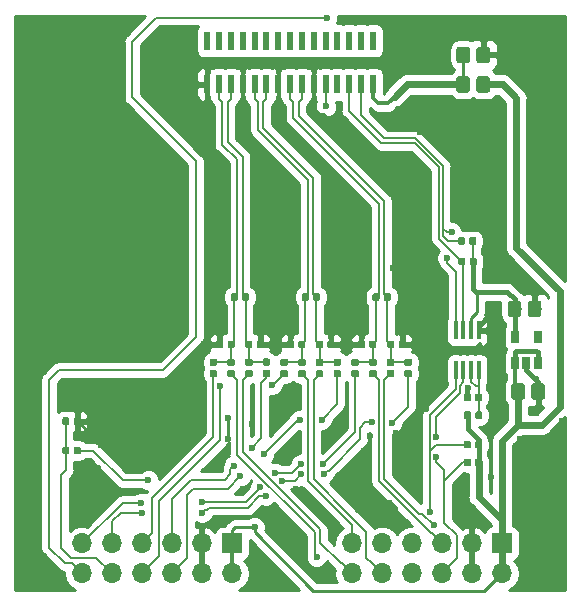
<source format=gtl>
G04 #@! TF.GenerationSoftware,KiCad,Pcbnew,5.0.0*
G04 #@! TF.CreationDate,2018-07-16T13:27:37+02:00*
G04 #@! TF.ProjectId,csipmod,637369706D6F642E6B696361645F7063,rev?*
G04 #@! TF.SameCoordinates,Original*
G04 #@! TF.FileFunction,Copper,L1,Top,Signal*
G04 #@! TF.FilePolarity,Positive*
%FSLAX46Y46*%
G04 Gerber Fmt 4.6, Leading zero omitted, Abs format (unit mm)*
G04 Created by KiCad (PCBNEW 5.0.0) date Mon Jul 16 13:27:37 2018*
%MOMM*%
%LPD*%
G01*
G04 APERTURE LIST*
G04 #@! TA.AperFunction,Conductor*
%ADD10C,0.100000*%
G04 #@! TD*
G04 #@! TA.AperFunction,SMDPad,CuDef*
%ADD11C,1.150000*%
G04 #@! TD*
G04 #@! TA.AperFunction,SMDPad,CuDef*
%ADD12C,0.600000*%
G04 #@! TD*
G04 #@! TA.AperFunction,SMDPad,CuDef*
%ADD13R,0.600000X1.650000*%
G04 #@! TD*
G04 #@! TA.AperFunction,ComponentPad*
%ADD14R,1.700000X1.700000*%
G04 #@! TD*
G04 #@! TA.AperFunction,ComponentPad*
%ADD15O,1.700000X1.700000*%
G04 #@! TD*
G04 #@! TA.AperFunction,SMDPad,CuDef*
%ADD16R,0.300000X1.600000*%
G04 #@! TD*
G04 #@! TA.AperFunction,SMDPad,CuDef*
%ADD17R,0.650000X1.060000*%
G04 #@! TD*
G04 #@! TA.AperFunction,ViaPad*
%ADD18C,0.600000*%
G04 #@! TD*
G04 #@! TA.AperFunction,Conductor*
%ADD19C,0.300000*%
G04 #@! TD*
G04 #@! TA.AperFunction,Conductor*
%ADD20C,0.600000*%
G04 #@! TD*
G04 #@! TA.AperFunction,Conductor*
%ADD21C,0.400000*%
G04 #@! TD*
G04 #@! TA.AperFunction,Conductor*
%ADD22C,0.250000*%
G04 #@! TD*
G04 #@! TA.AperFunction,Conductor*
%ADD23C,0.180000*%
G04 #@! TD*
G04 #@! TA.AperFunction,Conductor*
%ADD24C,0.150000*%
G04 #@! TD*
G04 #@! TA.AperFunction,Conductor*
%ADD25C,0.200000*%
G04 #@! TD*
G04 #@! TA.AperFunction,Conductor*
%ADD26C,0.254000*%
G04 #@! TD*
G04 APERTURE END LIST*
D10*
G04 #@! TO.N,Net-(C4-Pad1)*
G04 #@! TO.C,R29*
G36*
X151999505Y-46801204D02*
X152023773Y-46804804D01*
X152047572Y-46810765D01*
X152070671Y-46819030D01*
X152092850Y-46829520D01*
X152113893Y-46842132D01*
X152133599Y-46856747D01*
X152151777Y-46873223D01*
X152168253Y-46891401D01*
X152182868Y-46911107D01*
X152195480Y-46932150D01*
X152205970Y-46954329D01*
X152214235Y-46977428D01*
X152220196Y-47001227D01*
X152223796Y-47025495D01*
X152225000Y-47049999D01*
X152225000Y-47950001D01*
X152223796Y-47974505D01*
X152220196Y-47998773D01*
X152214235Y-48022572D01*
X152205970Y-48045671D01*
X152195480Y-48067850D01*
X152182868Y-48088893D01*
X152168253Y-48108599D01*
X152151777Y-48126777D01*
X152133599Y-48143253D01*
X152113893Y-48157868D01*
X152092850Y-48170480D01*
X152070671Y-48180970D01*
X152047572Y-48189235D01*
X152023773Y-48195196D01*
X151999505Y-48198796D01*
X151975001Y-48200000D01*
X151324999Y-48200000D01*
X151300495Y-48198796D01*
X151276227Y-48195196D01*
X151252428Y-48189235D01*
X151229329Y-48180970D01*
X151207150Y-48170480D01*
X151186107Y-48157868D01*
X151166401Y-48143253D01*
X151148223Y-48126777D01*
X151131747Y-48108599D01*
X151117132Y-48088893D01*
X151104520Y-48067850D01*
X151094030Y-48045671D01*
X151085765Y-48022572D01*
X151079804Y-47998773D01*
X151076204Y-47974505D01*
X151075000Y-47950001D01*
X151075000Y-47049999D01*
X151076204Y-47025495D01*
X151079804Y-47001227D01*
X151085765Y-46977428D01*
X151094030Y-46954329D01*
X151104520Y-46932150D01*
X151117132Y-46911107D01*
X151131747Y-46891401D01*
X151148223Y-46873223D01*
X151166401Y-46856747D01*
X151186107Y-46842132D01*
X151207150Y-46829520D01*
X151229329Y-46819030D01*
X151252428Y-46810765D01*
X151276227Y-46804804D01*
X151300495Y-46801204D01*
X151324999Y-46800000D01*
X151975001Y-46800000D01*
X151999505Y-46801204D01*
X151999505Y-46801204D01*
G37*
D11*
G04 #@! TD*
G04 #@! TO.P,R29,1*
G04 #@! TO.N,Net-(C4-Pad1)*
X151650000Y-47500000D03*
D10*
G04 #@! TO.N,+3V3*
G04 #@! TO.C,R29*
G36*
X153699505Y-46801204D02*
X153723773Y-46804804D01*
X153747572Y-46810765D01*
X153770671Y-46819030D01*
X153792850Y-46829520D01*
X153813893Y-46842132D01*
X153833599Y-46856747D01*
X153851777Y-46873223D01*
X153868253Y-46891401D01*
X153882868Y-46911107D01*
X153895480Y-46932150D01*
X153905970Y-46954329D01*
X153914235Y-46977428D01*
X153920196Y-47001227D01*
X153923796Y-47025495D01*
X153925000Y-47049999D01*
X153925000Y-47950001D01*
X153923796Y-47974505D01*
X153920196Y-47998773D01*
X153914235Y-48022572D01*
X153905970Y-48045671D01*
X153895480Y-48067850D01*
X153882868Y-48088893D01*
X153868253Y-48108599D01*
X153851777Y-48126777D01*
X153833599Y-48143253D01*
X153813893Y-48157868D01*
X153792850Y-48170480D01*
X153770671Y-48180970D01*
X153747572Y-48189235D01*
X153723773Y-48195196D01*
X153699505Y-48198796D01*
X153675001Y-48200000D01*
X153024999Y-48200000D01*
X153000495Y-48198796D01*
X152976227Y-48195196D01*
X152952428Y-48189235D01*
X152929329Y-48180970D01*
X152907150Y-48170480D01*
X152886107Y-48157868D01*
X152866401Y-48143253D01*
X152848223Y-48126777D01*
X152831747Y-48108599D01*
X152817132Y-48088893D01*
X152804520Y-48067850D01*
X152794030Y-48045671D01*
X152785765Y-48022572D01*
X152779804Y-47998773D01*
X152776204Y-47974505D01*
X152775000Y-47950001D01*
X152775000Y-47049999D01*
X152776204Y-47025495D01*
X152779804Y-47001227D01*
X152785765Y-46977428D01*
X152794030Y-46954329D01*
X152804520Y-46932150D01*
X152817132Y-46911107D01*
X152831747Y-46891401D01*
X152848223Y-46873223D01*
X152866401Y-46856747D01*
X152886107Y-46842132D01*
X152907150Y-46829520D01*
X152929329Y-46819030D01*
X152952428Y-46810765D01*
X152976227Y-46804804D01*
X153000495Y-46801204D01*
X153024999Y-46800000D01*
X153675001Y-46800000D01*
X153699505Y-46801204D01*
X153699505Y-46801204D01*
G37*
D11*
G04 #@! TD*
G04 #@! TO.P,R29,2*
G04 #@! TO.N,+3V3*
X153350000Y-47500000D03*
D10*
G04 #@! TO.N,Net-(C2-Pad1)*
G04 #@! TO.C,C2*
G36*
X153124703Y-73680722D02*
X153139264Y-73682882D01*
X153153543Y-73686459D01*
X153167403Y-73691418D01*
X153180710Y-73697712D01*
X153193336Y-73705280D01*
X153205159Y-73714048D01*
X153216066Y-73723934D01*
X153225952Y-73734841D01*
X153234720Y-73746664D01*
X153242288Y-73759290D01*
X153248582Y-73772597D01*
X153253541Y-73786457D01*
X153257118Y-73800736D01*
X153259278Y-73815297D01*
X153260000Y-73830000D01*
X153260000Y-74170000D01*
X153259278Y-74184703D01*
X153257118Y-74199264D01*
X153253541Y-74213543D01*
X153248582Y-74227403D01*
X153242288Y-74240710D01*
X153234720Y-74253336D01*
X153225952Y-74265159D01*
X153216066Y-74276066D01*
X153205159Y-74285952D01*
X153193336Y-74294720D01*
X153180710Y-74302288D01*
X153167403Y-74308582D01*
X153153543Y-74313541D01*
X153139264Y-74317118D01*
X153124703Y-74319278D01*
X153110000Y-74320000D01*
X152810000Y-74320000D01*
X152795297Y-74319278D01*
X152780736Y-74317118D01*
X152766457Y-74313541D01*
X152752597Y-74308582D01*
X152739290Y-74302288D01*
X152726664Y-74294720D01*
X152714841Y-74285952D01*
X152703934Y-74276066D01*
X152694048Y-74265159D01*
X152685280Y-74253336D01*
X152677712Y-74240710D01*
X152671418Y-74227403D01*
X152666459Y-74213543D01*
X152662882Y-74199264D01*
X152660722Y-74184703D01*
X152660000Y-74170000D01*
X152660000Y-73830000D01*
X152660722Y-73815297D01*
X152662882Y-73800736D01*
X152666459Y-73786457D01*
X152671418Y-73772597D01*
X152677712Y-73759290D01*
X152685280Y-73746664D01*
X152694048Y-73734841D01*
X152703934Y-73723934D01*
X152714841Y-73714048D01*
X152726664Y-73705280D01*
X152739290Y-73697712D01*
X152752597Y-73691418D01*
X152766457Y-73686459D01*
X152780736Y-73682882D01*
X152795297Y-73680722D01*
X152810000Y-73680000D01*
X153110000Y-73680000D01*
X153124703Y-73680722D01*
X153124703Y-73680722D01*
G37*
D12*
G04 #@! TD*
G04 #@! TO.P,C2,1*
G04 #@! TO.N,Net-(C2-Pad1)*
X152960000Y-74000000D03*
D10*
G04 #@! TO.N,GND*
G04 #@! TO.C,C2*
G36*
X152164703Y-73680722D02*
X152179264Y-73682882D01*
X152193543Y-73686459D01*
X152207403Y-73691418D01*
X152220710Y-73697712D01*
X152233336Y-73705280D01*
X152245159Y-73714048D01*
X152256066Y-73723934D01*
X152265952Y-73734841D01*
X152274720Y-73746664D01*
X152282288Y-73759290D01*
X152288582Y-73772597D01*
X152293541Y-73786457D01*
X152297118Y-73800736D01*
X152299278Y-73815297D01*
X152300000Y-73830000D01*
X152300000Y-74170000D01*
X152299278Y-74184703D01*
X152297118Y-74199264D01*
X152293541Y-74213543D01*
X152288582Y-74227403D01*
X152282288Y-74240710D01*
X152274720Y-74253336D01*
X152265952Y-74265159D01*
X152256066Y-74276066D01*
X152245159Y-74285952D01*
X152233336Y-74294720D01*
X152220710Y-74302288D01*
X152207403Y-74308582D01*
X152193543Y-74313541D01*
X152179264Y-74317118D01*
X152164703Y-74319278D01*
X152150000Y-74320000D01*
X151850000Y-74320000D01*
X151835297Y-74319278D01*
X151820736Y-74317118D01*
X151806457Y-74313541D01*
X151792597Y-74308582D01*
X151779290Y-74302288D01*
X151766664Y-74294720D01*
X151754841Y-74285952D01*
X151743934Y-74276066D01*
X151734048Y-74265159D01*
X151725280Y-74253336D01*
X151717712Y-74240710D01*
X151711418Y-74227403D01*
X151706459Y-74213543D01*
X151702882Y-74199264D01*
X151700722Y-74184703D01*
X151700000Y-74170000D01*
X151700000Y-73830000D01*
X151700722Y-73815297D01*
X151702882Y-73800736D01*
X151706459Y-73786457D01*
X151711418Y-73772597D01*
X151717712Y-73759290D01*
X151725280Y-73746664D01*
X151734048Y-73734841D01*
X151743934Y-73723934D01*
X151754841Y-73714048D01*
X151766664Y-73705280D01*
X151779290Y-73697712D01*
X151792597Y-73691418D01*
X151806457Y-73686459D01*
X151820736Y-73682882D01*
X151835297Y-73680722D01*
X151850000Y-73680000D01*
X152150000Y-73680000D01*
X152164703Y-73680722D01*
X152164703Y-73680722D01*
G37*
D12*
G04 #@! TD*
G04 #@! TO.P,C2,2*
G04 #@! TO.N,GND*
X152000000Y-74000000D03*
D10*
G04 #@! TO.N,+3V3*
G04 #@! TO.C,C1*
G36*
X156649505Y-72801204D02*
X156673773Y-72804804D01*
X156697572Y-72810765D01*
X156720671Y-72819030D01*
X156742850Y-72829520D01*
X156763893Y-72842132D01*
X156783599Y-72856747D01*
X156801777Y-72873223D01*
X156818253Y-72891401D01*
X156832868Y-72911107D01*
X156845480Y-72932150D01*
X156855970Y-72954329D01*
X156864235Y-72977428D01*
X156870196Y-73001227D01*
X156873796Y-73025495D01*
X156875000Y-73049999D01*
X156875000Y-73950001D01*
X156873796Y-73974505D01*
X156870196Y-73998773D01*
X156864235Y-74022572D01*
X156855970Y-74045671D01*
X156845480Y-74067850D01*
X156832868Y-74088893D01*
X156818253Y-74108599D01*
X156801777Y-74126777D01*
X156783599Y-74143253D01*
X156763893Y-74157868D01*
X156742850Y-74170480D01*
X156720671Y-74180970D01*
X156697572Y-74189235D01*
X156673773Y-74195196D01*
X156649505Y-74198796D01*
X156625001Y-74200000D01*
X155974999Y-74200000D01*
X155950495Y-74198796D01*
X155926227Y-74195196D01*
X155902428Y-74189235D01*
X155879329Y-74180970D01*
X155857150Y-74170480D01*
X155836107Y-74157868D01*
X155816401Y-74143253D01*
X155798223Y-74126777D01*
X155781747Y-74108599D01*
X155767132Y-74088893D01*
X155754520Y-74067850D01*
X155744030Y-74045671D01*
X155735765Y-74022572D01*
X155729804Y-73998773D01*
X155726204Y-73974505D01*
X155725000Y-73950001D01*
X155725000Y-73049999D01*
X155726204Y-73025495D01*
X155729804Y-73001227D01*
X155735765Y-72977428D01*
X155744030Y-72954329D01*
X155754520Y-72932150D01*
X155767132Y-72911107D01*
X155781747Y-72891401D01*
X155798223Y-72873223D01*
X155816401Y-72856747D01*
X155836107Y-72842132D01*
X155857150Y-72829520D01*
X155879329Y-72819030D01*
X155902428Y-72810765D01*
X155926227Y-72804804D01*
X155950495Y-72801204D01*
X155974999Y-72800000D01*
X156625001Y-72800000D01*
X156649505Y-72801204D01*
X156649505Y-72801204D01*
G37*
D11*
G04 #@! TD*
G04 #@! TO.P,C1,1*
G04 #@! TO.N,+3V3*
X156300000Y-73500000D03*
D10*
G04 #@! TO.N,GND*
G04 #@! TO.C,C1*
G36*
X158349505Y-72801204D02*
X158373773Y-72804804D01*
X158397572Y-72810765D01*
X158420671Y-72819030D01*
X158442850Y-72829520D01*
X158463893Y-72842132D01*
X158483599Y-72856747D01*
X158501777Y-72873223D01*
X158518253Y-72891401D01*
X158532868Y-72911107D01*
X158545480Y-72932150D01*
X158555970Y-72954329D01*
X158564235Y-72977428D01*
X158570196Y-73001227D01*
X158573796Y-73025495D01*
X158575000Y-73049999D01*
X158575000Y-73950001D01*
X158573796Y-73974505D01*
X158570196Y-73998773D01*
X158564235Y-74022572D01*
X158555970Y-74045671D01*
X158545480Y-74067850D01*
X158532868Y-74088893D01*
X158518253Y-74108599D01*
X158501777Y-74126777D01*
X158483599Y-74143253D01*
X158463893Y-74157868D01*
X158442850Y-74170480D01*
X158420671Y-74180970D01*
X158397572Y-74189235D01*
X158373773Y-74195196D01*
X158349505Y-74198796D01*
X158325001Y-74200000D01*
X157674999Y-74200000D01*
X157650495Y-74198796D01*
X157626227Y-74195196D01*
X157602428Y-74189235D01*
X157579329Y-74180970D01*
X157557150Y-74170480D01*
X157536107Y-74157868D01*
X157516401Y-74143253D01*
X157498223Y-74126777D01*
X157481747Y-74108599D01*
X157467132Y-74088893D01*
X157454520Y-74067850D01*
X157444030Y-74045671D01*
X157435765Y-74022572D01*
X157429804Y-73998773D01*
X157426204Y-73974505D01*
X157425000Y-73950001D01*
X157425000Y-73049999D01*
X157426204Y-73025495D01*
X157429804Y-73001227D01*
X157435765Y-72977428D01*
X157444030Y-72954329D01*
X157454520Y-72932150D01*
X157467132Y-72911107D01*
X157481747Y-72891401D01*
X157498223Y-72873223D01*
X157516401Y-72856747D01*
X157536107Y-72842132D01*
X157557150Y-72829520D01*
X157579329Y-72819030D01*
X157602428Y-72810765D01*
X157626227Y-72804804D01*
X157650495Y-72801204D01*
X157674999Y-72800000D01*
X158325001Y-72800000D01*
X158349505Y-72801204D01*
X158349505Y-72801204D01*
G37*
D11*
G04 #@! TD*
G04 #@! TO.P,C1,2*
G04 #@! TO.N,GND*
X158000000Y-73500000D03*
D10*
G04 #@! TO.N,GND*
G04 #@! TO.C,C3*
G36*
X158049505Y-65801204D02*
X158073773Y-65804804D01*
X158097572Y-65810765D01*
X158120671Y-65819030D01*
X158142850Y-65829520D01*
X158163893Y-65842132D01*
X158183599Y-65856747D01*
X158201777Y-65873223D01*
X158218253Y-65891401D01*
X158232868Y-65911107D01*
X158245480Y-65932150D01*
X158255970Y-65954329D01*
X158264235Y-65977428D01*
X158270196Y-66001227D01*
X158273796Y-66025495D01*
X158275000Y-66049999D01*
X158275000Y-66950001D01*
X158273796Y-66974505D01*
X158270196Y-66998773D01*
X158264235Y-67022572D01*
X158255970Y-67045671D01*
X158245480Y-67067850D01*
X158232868Y-67088893D01*
X158218253Y-67108599D01*
X158201777Y-67126777D01*
X158183599Y-67143253D01*
X158163893Y-67157868D01*
X158142850Y-67170480D01*
X158120671Y-67180970D01*
X158097572Y-67189235D01*
X158073773Y-67195196D01*
X158049505Y-67198796D01*
X158025001Y-67200000D01*
X157374999Y-67200000D01*
X157350495Y-67198796D01*
X157326227Y-67195196D01*
X157302428Y-67189235D01*
X157279329Y-67180970D01*
X157257150Y-67170480D01*
X157236107Y-67157868D01*
X157216401Y-67143253D01*
X157198223Y-67126777D01*
X157181747Y-67108599D01*
X157167132Y-67088893D01*
X157154520Y-67067850D01*
X157144030Y-67045671D01*
X157135765Y-67022572D01*
X157129804Y-66998773D01*
X157126204Y-66974505D01*
X157125000Y-66950001D01*
X157125000Y-66049999D01*
X157126204Y-66025495D01*
X157129804Y-66001227D01*
X157135765Y-65977428D01*
X157144030Y-65954329D01*
X157154520Y-65932150D01*
X157167132Y-65911107D01*
X157181747Y-65891401D01*
X157198223Y-65873223D01*
X157216401Y-65856747D01*
X157236107Y-65842132D01*
X157257150Y-65829520D01*
X157279329Y-65819030D01*
X157302428Y-65810765D01*
X157326227Y-65804804D01*
X157350495Y-65801204D01*
X157374999Y-65800000D01*
X158025001Y-65800000D01*
X158049505Y-65801204D01*
X158049505Y-65801204D01*
G37*
D11*
G04 #@! TD*
G04 #@! TO.P,C3,2*
G04 #@! TO.N,GND*
X157700000Y-66500000D03*
D10*
G04 #@! TO.N,+1V8*
G04 #@! TO.C,C3*
G36*
X156349505Y-65801204D02*
X156373773Y-65804804D01*
X156397572Y-65810765D01*
X156420671Y-65819030D01*
X156442850Y-65829520D01*
X156463893Y-65842132D01*
X156483599Y-65856747D01*
X156501777Y-65873223D01*
X156518253Y-65891401D01*
X156532868Y-65911107D01*
X156545480Y-65932150D01*
X156555970Y-65954329D01*
X156564235Y-65977428D01*
X156570196Y-66001227D01*
X156573796Y-66025495D01*
X156575000Y-66049999D01*
X156575000Y-66950001D01*
X156573796Y-66974505D01*
X156570196Y-66998773D01*
X156564235Y-67022572D01*
X156555970Y-67045671D01*
X156545480Y-67067850D01*
X156532868Y-67088893D01*
X156518253Y-67108599D01*
X156501777Y-67126777D01*
X156483599Y-67143253D01*
X156463893Y-67157868D01*
X156442850Y-67170480D01*
X156420671Y-67180970D01*
X156397572Y-67189235D01*
X156373773Y-67195196D01*
X156349505Y-67198796D01*
X156325001Y-67200000D01*
X155674999Y-67200000D01*
X155650495Y-67198796D01*
X155626227Y-67195196D01*
X155602428Y-67189235D01*
X155579329Y-67180970D01*
X155557150Y-67170480D01*
X155536107Y-67157868D01*
X155516401Y-67143253D01*
X155498223Y-67126777D01*
X155481747Y-67108599D01*
X155467132Y-67088893D01*
X155454520Y-67067850D01*
X155444030Y-67045671D01*
X155435765Y-67022572D01*
X155429804Y-66998773D01*
X155426204Y-66974505D01*
X155425000Y-66950001D01*
X155425000Y-66049999D01*
X155426204Y-66025495D01*
X155429804Y-66001227D01*
X155435765Y-65977428D01*
X155444030Y-65954329D01*
X155454520Y-65932150D01*
X155467132Y-65911107D01*
X155481747Y-65891401D01*
X155498223Y-65873223D01*
X155516401Y-65856747D01*
X155536107Y-65842132D01*
X155557150Y-65829520D01*
X155579329Y-65819030D01*
X155602428Y-65810765D01*
X155626227Y-65804804D01*
X155650495Y-65801204D01*
X155674999Y-65800000D01*
X156325001Y-65800000D01*
X156349505Y-65801204D01*
X156349505Y-65801204D01*
G37*
D11*
G04 #@! TD*
G04 #@! TO.P,C3,1*
G04 #@! TO.N,+1V8*
X156000000Y-66500000D03*
D10*
G04 #@! TO.N,Net-(C4-Pad1)*
G04 #@! TO.C,C4*
G36*
X151999505Y-44301204D02*
X152023773Y-44304804D01*
X152047572Y-44310765D01*
X152070671Y-44319030D01*
X152092850Y-44329520D01*
X152113893Y-44342132D01*
X152133599Y-44356747D01*
X152151777Y-44373223D01*
X152168253Y-44391401D01*
X152182868Y-44411107D01*
X152195480Y-44432150D01*
X152205970Y-44454329D01*
X152214235Y-44477428D01*
X152220196Y-44501227D01*
X152223796Y-44525495D01*
X152225000Y-44549999D01*
X152225000Y-45450001D01*
X152223796Y-45474505D01*
X152220196Y-45498773D01*
X152214235Y-45522572D01*
X152205970Y-45545671D01*
X152195480Y-45567850D01*
X152182868Y-45588893D01*
X152168253Y-45608599D01*
X152151777Y-45626777D01*
X152133599Y-45643253D01*
X152113893Y-45657868D01*
X152092850Y-45670480D01*
X152070671Y-45680970D01*
X152047572Y-45689235D01*
X152023773Y-45695196D01*
X151999505Y-45698796D01*
X151975001Y-45700000D01*
X151324999Y-45700000D01*
X151300495Y-45698796D01*
X151276227Y-45695196D01*
X151252428Y-45689235D01*
X151229329Y-45680970D01*
X151207150Y-45670480D01*
X151186107Y-45657868D01*
X151166401Y-45643253D01*
X151148223Y-45626777D01*
X151131747Y-45608599D01*
X151117132Y-45588893D01*
X151104520Y-45567850D01*
X151094030Y-45545671D01*
X151085765Y-45522572D01*
X151079804Y-45498773D01*
X151076204Y-45474505D01*
X151075000Y-45450001D01*
X151075000Y-44549999D01*
X151076204Y-44525495D01*
X151079804Y-44501227D01*
X151085765Y-44477428D01*
X151094030Y-44454329D01*
X151104520Y-44432150D01*
X151117132Y-44411107D01*
X151131747Y-44391401D01*
X151148223Y-44373223D01*
X151166401Y-44356747D01*
X151186107Y-44342132D01*
X151207150Y-44329520D01*
X151229329Y-44319030D01*
X151252428Y-44310765D01*
X151276227Y-44304804D01*
X151300495Y-44301204D01*
X151324999Y-44300000D01*
X151975001Y-44300000D01*
X151999505Y-44301204D01*
X151999505Y-44301204D01*
G37*
D11*
G04 #@! TD*
G04 #@! TO.P,C4,1*
G04 #@! TO.N,Net-(C4-Pad1)*
X151650000Y-45000000D03*
D10*
G04 #@! TO.N,GND*
G04 #@! TO.C,C4*
G36*
X153699505Y-44301204D02*
X153723773Y-44304804D01*
X153747572Y-44310765D01*
X153770671Y-44319030D01*
X153792850Y-44329520D01*
X153813893Y-44342132D01*
X153833599Y-44356747D01*
X153851777Y-44373223D01*
X153868253Y-44391401D01*
X153882868Y-44411107D01*
X153895480Y-44432150D01*
X153905970Y-44454329D01*
X153914235Y-44477428D01*
X153920196Y-44501227D01*
X153923796Y-44525495D01*
X153925000Y-44549999D01*
X153925000Y-45450001D01*
X153923796Y-45474505D01*
X153920196Y-45498773D01*
X153914235Y-45522572D01*
X153905970Y-45545671D01*
X153895480Y-45567850D01*
X153882868Y-45588893D01*
X153868253Y-45608599D01*
X153851777Y-45626777D01*
X153833599Y-45643253D01*
X153813893Y-45657868D01*
X153792850Y-45670480D01*
X153770671Y-45680970D01*
X153747572Y-45689235D01*
X153723773Y-45695196D01*
X153699505Y-45698796D01*
X153675001Y-45700000D01*
X153024999Y-45700000D01*
X153000495Y-45698796D01*
X152976227Y-45695196D01*
X152952428Y-45689235D01*
X152929329Y-45680970D01*
X152907150Y-45670480D01*
X152886107Y-45657868D01*
X152866401Y-45643253D01*
X152848223Y-45626777D01*
X152831747Y-45608599D01*
X152817132Y-45588893D01*
X152804520Y-45567850D01*
X152794030Y-45545671D01*
X152785765Y-45522572D01*
X152779804Y-45498773D01*
X152776204Y-45474505D01*
X152775000Y-45450001D01*
X152775000Y-44549999D01*
X152776204Y-44525495D01*
X152779804Y-44501227D01*
X152785765Y-44477428D01*
X152794030Y-44454329D01*
X152804520Y-44432150D01*
X152817132Y-44411107D01*
X152831747Y-44391401D01*
X152848223Y-44373223D01*
X152866401Y-44356747D01*
X152886107Y-44342132D01*
X152907150Y-44329520D01*
X152929329Y-44319030D01*
X152952428Y-44310765D01*
X152976227Y-44304804D01*
X153000495Y-44301204D01*
X153024999Y-44300000D01*
X153675001Y-44300000D01*
X153699505Y-44301204D01*
X153699505Y-44301204D01*
G37*
D11*
G04 #@! TD*
G04 #@! TO.P,C4,2*
G04 #@! TO.N,GND*
X153350000Y-45000000D03*
D13*
G04 #@! TO.P,P1,30*
G04 #@! TO.N,Net-(P1-Pad30)*
X130000000Y-43800000D03*
G04 #@! TO.P,P1,29*
G04 #@! TO.N,Net-(P1-Pad29)*
X131000000Y-43800000D03*
G04 #@! TO.P,P1,28*
G04 #@! TO.N,Net-(P1-Pad28)*
X132000000Y-43800000D03*
G04 #@! TO.P,P1,27*
G04 #@! TO.N,Net-(P1-Pad27)*
X133000000Y-43800000D03*
G04 #@! TO.P,P1,26*
G04 #@! TO.N,Net-(P1-Pad26)*
X134000000Y-43800000D03*
G04 #@! TO.P,P1,25*
G04 #@! TO.N,Net-(P1-Pad25)*
X135000000Y-43800000D03*
G04 #@! TO.P,P1,24*
G04 #@! TO.N,Net-(P1-Pad24)*
X136000000Y-43800000D03*
G04 #@! TO.P,P1,23*
G04 #@! TO.N,Net-(P1-Pad23)*
X137000000Y-43800000D03*
G04 #@! TO.P,P1,22*
G04 #@! TO.N,Net-(P1-Pad22)*
X138000000Y-43800000D03*
G04 #@! TO.P,P1,21*
G04 #@! TO.N,Net-(P1-Pad21)*
X139000000Y-43800000D03*
G04 #@! TO.P,P1,20*
G04 #@! TO.N,Net-(P1-Pad20)*
X140000000Y-43800000D03*
G04 #@! TO.P,P1,19*
G04 #@! TO.N,Net-(P1-Pad19)*
X141000000Y-43800000D03*
G04 #@! TO.P,P1,18*
G04 #@! TO.N,Net-(P1-Pad18)*
X142000000Y-43800000D03*
G04 #@! TO.P,P1,17*
G04 #@! TO.N,Net-(P1-Pad17)*
X143000000Y-43800000D03*
G04 #@! TO.P,P1,16*
G04 #@! TO.N,Net-(P1-Pad16)*
X144000000Y-43800000D03*
G04 #@! TO.P,P1,15*
G04 #@! TO.N,Net-(C4-Pad1)*
X144000000Y-47500000D03*
G04 #@! TO.P,P1,14*
G04 #@! TO.N,/CAM_SDA*
X143000000Y-47500000D03*
G04 #@! TO.P,P1,13*
G04 #@! TO.N,/CAM_SCL*
X142000000Y-47500000D03*
G04 #@! TO.P,P1,12*
G04 #@! TO.N,Net-(P1-Pad12)*
X141000000Y-47500000D03*
G04 #@! TO.P,P1,11*
G04 #@! TO.N,/CAM_ENABLE*
X140000000Y-47500000D03*
G04 #@! TO.P,P1,10*
G04 #@! TO.N,GND*
X139000000Y-47500000D03*
G04 #@! TO.P,P1,9*
G04 #@! TO.N,/CCLK+*
X138000000Y-47500000D03*
G04 #@! TO.P,P1,8*
G04 #@! TO.N,/CCLK-*
X137000000Y-47500000D03*
G04 #@! TO.P,P1,7*
G04 #@! TO.N,GND*
X136000000Y-47500000D03*
G04 #@! TO.P,P1,6*
G04 #@! TO.N,/CD1+*
X135000000Y-47500000D03*
G04 #@! TO.P,P1,5*
G04 #@! TO.N,/CD1-*
X134000000Y-47500000D03*
G04 #@! TO.P,P1,4*
G04 #@! TO.N,GND*
X133000000Y-47500000D03*
G04 #@! TO.P,P1,3*
G04 #@! TO.N,/CD0+*
X132000000Y-47500000D03*
G04 #@! TO.P,P1,2*
G04 #@! TO.N,/CD0-*
X131000000Y-47500000D03*
G04 #@! TO.P,P1,1*
G04 #@! TO.N,GND*
X130000000Y-47500000D03*
G04 #@! TD*
D14*
G04 #@! TO.P,J1,6*
G04 #@! TO.N,+3V3*
X132080000Y-86360000D03*
D15*
G04 #@! TO.P,J1,12*
X132080000Y-88900000D03*
G04 #@! TO.P,J1,5*
G04 #@! TO.N,GND*
X129540000Y-86360000D03*
G04 #@! TO.P,J1,11*
X129540000Y-88900000D03*
G04 #@! TO.P,J1,4*
G04 #@! TO.N,/LPD0+*
X127000000Y-86360000D03*
G04 #@! TO.P,J1,10*
G04 #@! TO.N,/LPD1+*
X127000000Y-88900000D03*
G04 #@! TO.P,J1,3*
G04 #@! TO.N,/LPD0-*
X124460000Y-86360000D03*
G04 #@! TO.P,J1,9*
G04 #@! TO.N,/LPD1-*
X124460000Y-88900000D03*
G04 #@! TO.P,J1,2*
G04 #@! TO.N,/LPCLK+*
X121920000Y-86360000D03*
G04 #@! TO.P,J1,8*
G04 #@! TO.N,/LPDREF*
X121920000Y-88900000D03*
G04 #@! TO.P,J1,1*
G04 #@! TO.N,/LPCLK-*
X119380000Y-86360000D03*
G04 #@! TO.P,J1,7*
G04 #@! TO.N,/CAM_ENABLE*
X119380000Y-88900000D03*
G04 #@! TD*
G04 #@! TO.P,J2,7*
G04 #@! TO.N,/HSD0+*
X142240000Y-88900000D03*
G04 #@! TO.P,J2,1*
G04 #@! TO.N,/HSD1-*
X142240000Y-86360000D03*
G04 #@! TO.P,J2,8*
G04 #@! TO.N,/HSD1+*
X144780000Y-88900000D03*
G04 #@! TO.P,J2,2*
G04 #@! TO.N,/HSD0-*
X144780000Y-86360000D03*
G04 #@! TO.P,J2,9*
G04 #@! TO.N,/HSCLK+*
X147320000Y-88900000D03*
G04 #@! TO.P,J2,3*
G04 #@! TO.N,/FPGA_SDA*
X147320000Y-86360000D03*
G04 #@! TO.P,J2,10*
G04 #@! TO.N,/FPGA_SCL*
X149860000Y-88900000D03*
G04 #@! TO.P,J2,4*
G04 #@! TO.N,/HSCLK-*
X149860000Y-86360000D03*
G04 #@! TO.P,J2,11*
G04 #@! TO.N,GND*
X152400000Y-88900000D03*
G04 #@! TO.P,J2,5*
X152400000Y-86360000D03*
G04 #@! TO.P,J2,12*
G04 #@! TO.N,+3V3*
X154940000Y-88900000D03*
D14*
G04 #@! TO.P,J2,6*
X154940000Y-86360000D03*
G04 #@! TD*
D16*
G04 #@! TO.P,U2,1*
G04 #@! TO.N,GND*
X152975000Y-68300000D03*
G04 #@! TO.P,U2,2*
G04 #@! TO.N,+1V8*
X152325000Y-68300000D03*
G04 #@! TO.P,U2,3*
G04 #@! TO.N,/CAM_SCL*
X151675000Y-68300000D03*
G04 #@! TO.P,U2,4*
G04 #@! TO.N,/CAM_SDA*
X151025000Y-68300000D03*
G04 #@! TO.P,U2,5*
G04 #@! TO.N,/FPGA_SDA*
X151025000Y-71700000D03*
G04 #@! TO.P,U2,6*
G04 #@! TO.N,/FPGA_SCL*
X151675000Y-71700000D03*
G04 #@! TO.P,U2,7*
G04 #@! TO.N,Net-(C2-Pad1)*
X152325000Y-71700000D03*
G04 #@! TO.P,U2,8*
X152975000Y-71700000D03*
G04 #@! TD*
D17*
G04 #@! TO.P,U1,1*
G04 #@! TO.N,+3V3*
X156050000Y-71100000D03*
G04 #@! TO.P,U1,2*
G04 #@! TO.N,GND*
X157000000Y-71100000D03*
G04 #@! TO.P,U1,3*
G04 #@! TO.N,+3V3*
X157950000Y-71100000D03*
G04 #@! TO.P,U1,4*
G04 #@! TO.N,Net-(U1-Pad4)*
X157950000Y-68900000D03*
G04 #@! TO.P,U1,5*
G04 #@! TO.N,+1V8*
X156050000Y-68900000D03*
G04 #@! TD*
D10*
G04 #@! TO.N,/CD1-*
G04 #@! TO.C,R11*
G36*
X138184703Y-70720722D02*
X138199264Y-70722882D01*
X138213543Y-70726459D01*
X138227403Y-70731418D01*
X138240710Y-70737712D01*
X138253336Y-70745280D01*
X138265159Y-70754048D01*
X138276066Y-70763934D01*
X138285952Y-70774841D01*
X138294720Y-70786664D01*
X138302288Y-70799290D01*
X138308582Y-70812597D01*
X138313541Y-70826457D01*
X138317118Y-70840736D01*
X138319278Y-70855297D01*
X138320000Y-70870000D01*
X138320000Y-71170000D01*
X138319278Y-71184703D01*
X138317118Y-71199264D01*
X138313541Y-71213543D01*
X138308582Y-71227403D01*
X138302288Y-71240710D01*
X138294720Y-71253336D01*
X138285952Y-71265159D01*
X138276066Y-71276066D01*
X138265159Y-71285952D01*
X138253336Y-71294720D01*
X138240710Y-71302288D01*
X138227403Y-71308582D01*
X138213543Y-71313541D01*
X138199264Y-71317118D01*
X138184703Y-71319278D01*
X138170000Y-71320000D01*
X137830000Y-71320000D01*
X137815297Y-71319278D01*
X137800736Y-71317118D01*
X137786457Y-71313541D01*
X137772597Y-71308582D01*
X137759290Y-71302288D01*
X137746664Y-71294720D01*
X137734841Y-71285952D01*
X137723934Y-71276066D01*
X137714048Y-71265159D01*
X137705280Y-71253336D01*
X137697712Y-71240710D01*
X137691418Y-71227403D01*
X137686459Y-71213543D01*
X137682882Y-71199264D01*
X137680722Y-71184703D01*
X137680000Y-71170000D01*
X137680000Y-70870000D01*
X137680722Y-70855297D01*
X137682882Y-70840736D01*
X137686459Y-70826457D01*
X137691418Y-70812597D01*
X137697712Y-70799290D01*
X137705280Y-70786664D01*
X137714048Y-70774841D01*
X137723934Y-70763934D01*
X137734841Y-70754048D01*
X137746664Y-70745280D01*
X137759290Y-70737712D01*
X137772597Y-70731418D01*
X137786457Y-70726459D01*
X137800736Y-70722882D01*
X137815297Y-70720722D01*
X137830000Y-70720000D01*
X138170000Y-70720000D01*
X138184703Y-70720722D01*
X138184703Y-70720722D01*
G37*
D12*
G04 #@! TD*
G04 #@! TO.P,R11,1*
G04 #@! TO.N,/CD1-*
X138000000Y-71020000D03*
D10*
G04 #@! TO.N,/HSD1-*
G04 #@! TO.C,R11*
G36*
X138184703Y-71680722D02*
X138199264Y-71682882D01*
X138213543Y-71686459D01*
X138227403Y-71691418D01*
X138240710Y-71697712D01*
X138253336Y-71705280D01*
X138265159Y-71714048D01*
X138276066Y-71723934D01*
X138285952Y-71734841D01*
X138294720Y-71746664D01*
X138302288Y-71759290D01*
X138308582Y-71772597D01*
X138313541Y-71786457D01*
X138317118Y-71800736D01*
X138319278Y-71815297D01*
X138320000Y-71830000D01*
X138320000Y-72130000D01*
X138319278Y-72144703D01*
X138317118Y-72159264D01*
X138313541Y-72173543D01*
X138308582Y-72187403D01*
X138302288Y-72200710D01*
X138294720Y-72213336D01*
X138285952Y-72225159D01*
X138276066Y-72236066D01*
X138265159Y-72245952D01*
X138253336Y-72254720D01*
X138240710Y-72262288D01*
X138227403Y-72268582D01*
X138213543Y-72273541D01*
X138199264Y-72277118D01*
X138184703Y-72279278D01*
X138170000Y-72280000D01*
X137830000Y-72280000D01*
X137815297Y-72279278D01*
X137800736Y-72277118D01*
X137786457Y-72273541D01*
X137772597Y-72268582D01*
X137759290Y-72262288D01*
X137746664Y-72254720D01*
X137734841Y-72245952D01*
X137723934Y-72236066D01*
X137714048Y-72225159D01*
X137705280Y-72213336D01*
X137697712Y-72200710D01*
X137691418Y-72187403D01*
X137686459Y-72173543D01*
X137682882Y-72159264D01*
X137680722Y-72144703D01*
X137680000Y-72130000D01*
X137680000Y-71830000D01*
X137680722Y-71815297D01*
X137682882Y-71800736D01*
X137686459Y-71786457D01*
X137691418Y-71772597D01*
X137697712Y-71759290D01*
X137705280Y-71746664D01*
X137714048Y-71734841D01*
X137723934Y-71723934D01*
X137734841Y-71714048D01*
X137746664Y-71705280D01*
X137759290Y-71697712D01*
X137772597Y-71691418D01*
X137786457Y-71686459D01*
X137800736Y-71682882D01*
X137815297Y-71680722D01*
X137830000Y-71680000D01*
X138170000Y-71680000D01*
X138184703Y-71680722D01*
X138184703Y-71680722D01*
G37*
D12*
G04 #@! TD*
G04 #@! TO.P,R11,2*
G04 #@! TO.N,/HSD1-*
X138000000Y-71980000D03*
D10*
G04 #@! TO.N,/CD1+*
G04 #@! TO.C,R13*
G36*
X141184703Y-70720722D02*
X141199264Y-70722882D01*
X141213543Y-70726459D01*
X141227403Y-70731418D01*
X141240710Y-70737712D01*
X141253336Y-70745280D01*
X141265159Y-70754048D01*
X141276066Y-70763934D01*
X141285952Y-70774841D01*
X141294720Y-70786664D01*
X141302288Y-70799290D01*
X141308582Y-70812597D01*
X141313541Y-70826457D01*
X141317118Y-70840736D01*
X141319278Y-70855297D01*
X141320000Y-70870000D01*
X141320000Y-71170000D01*
X141319278Y-71184703D01*
X141317118Y-71199264D01*
X141313541Y-71213543D01*
X141308582Y-71227403D01*
X141302288Y-71240710D01*
X141294720Y-71253336D01*
X141285952Y-71265159D01*
X141276066Y-71276066D01*
X141265159Y-71285952D01*
X141253336Y-71294720D01*
X141240710Y-71302288D01*
X141227403Y-71308582D01*
X141213543Y-71313541D01*
X141199264Y-71317118D01*
X141184703Y-71319278D01*
X141170000Y-71320000D01*
X140830000Y-71320000D01*
X140815297Y-71319278D01*
X140800736Y-71317118D01*
X140786457Y-71313541D01*
X140772597Y-71308582D01*
X140759290Y-71302288D01*
X140746664Y-71294720D01*
X140734841Y-71285952D01*
X140723934Y-71276066D01*
X140714048Y-71265159D01*
X140705280Y-71253336D01*
X140697712Y-71240710D01*
X140691418Y-71227403D01*
X140686459Y-71213543D01*
X140682882Y-71199264D01*
X140680722Y-71184703D01*
X140680000Y-71170000D01*
X140680000Y-70870000D01*
X140680722Y-70855297D01*
X140682882Y-70840736D01*
X140686459Y-70826457D01*
X140691418Y-70812597D01*
X140697712Y-70799290D01*
X140705280Y-70786664D01*
X140714048Y-70774841D01*
X140723934Y-70763934D01*
X140734841Y-70754048D01*
X140746664Y-70745280D01*
X140759290Y-70737712D01*
X140772597Y-70731418D01*
X140786457Y-70726459D01*
X140800736Y-70722882D01*
X140815297Y-70720722D01*
X140830000Y-70720000D01*
X141170000Y-70720000D01*
X141184703Y-70720722D01*
X141184703Y-70720722D01*
G37*
D12*
G04 #@! TD*
G04 #@! TO.P,R13,2*
G04 #@! TO.N,/CD1+*
X141000000Y-71020000D03*
D10*
G04 #@! TO.N,/LPD1+*
G04 #@! TO.C,R13*
G36*
X141184703Y-71680722D02*
X141199264Y-71682882D01*
X141213543Y-71686459D01*
X141227403Y-71691418D01*
X141240710Y-71697712D01*
X141253336Y-71705280D01*
X141265159Y-71714048D01*
X141276066Y-71723934D01*
X141285952Y-71734841D01*
X141294720Y-71746664D01*
X141302288Y-71759290D01*
X141308582Y-71772597D01*
X141313541Y-71786457D01*
X141317118Y-71800736D01*
X141319278Y-71815297D01*
X141320000Y-71830000D01*
X141320000Y-72130000D01*
X141319278Y-72144703D01*
X141317118Y-72159264D01*
X141313541Y-72173543D01*
X141308582Y-72187403D01*
X141302288Y-72200710D01*
X141294720Y-72213336D01*
X141285952Y-72225159D01*
X141276066Y-72236066D01*
X141265159Y-72245952D01*
X141253336Y-72254720D01*
X141240710Y-72262288D01*
X141227403Y-72268582D01*
X141213543Y-72273541D01*
X141199264Y-72277118D01*
X141184703Y-72279278D01*
X141170000Y-72280000D01*
X140830000Y-72280000D01*
X140815297Y-72279278D01*
X140800736Y-72277118D01*
X140786457Y-72273541D01*
X140772597Y-72268582D01*
X140759290Y-72262288D01*
X140746664Y-72254720D01*
X140734841Y-72245952D01*
X140723934Y-72236066D01*
X140714048Y-72225159D01*
X140705280Y-72213336D01*
X140697712Y-72200710D01*
X140691418Y-72187403D01*
X140686459Y-72173543D01*
X140682882Y-72159264D01*
X140680722Y-72144703D01*
X140680000Y-72130000D01*
X140680000Y-71830000D01*
X140680722Y-71815297D01*
X140682882Y-71800736D01*
X140686459Y-71786457D01*
X140691418Y-71772597D01*
X140697712Y-71759290D01*
X140705280Y-71746664D01*
X140714048Y-71734841D01*
X140723934Y-71723934D01*
X140734841Y-71714048D01*
X140746664Y-71705280D01*
X140759290Y-71697712D01*
X140772597Y-71691418D01*
X140786457Y-71686459D01*
X140800736Y-71682882D01*
X140815297Y-71680722D01*
X140830000Y-71680000D01*
X141170000Y-71680000D01*
X141184703Y-71680722D01*
X141184703Y-71680722D01*
G37*
D12*
G04 #@! TD*
G04 #@! TO.P,R13,1*
G04 #@! TO.N,/LPD1+*
X141000000Y-71980000D03*
D10*
G04 #@! TO.N,/CCLK-*
G04 #@! TO.C,R14*
G36*
X142684703Y-70720722D02*
X142699264Y-70722882D01*
X142713543Y-70726459D01*
X142727403Y-70731418D01*
X142740710Y-70737712D01*
X142753336Y-70745280D01*
X142765159Y-70754048D01*
X142776066Y-70763934D01*
X142785952Y-70774841D01*
X142794720Y-70786664D01*
X142802288Y-70799290D01*
X142808582Y-70812597D01*
X142813541Y-70826457D01*
X142817118Y-70840736D01*
X142819278Y-70855297D01*
X142820000Y-70870000D01*
X142820000Y-71170000D01*
X142819278Y-71184703D01*
X142817118Y-71199264D01*
X142813541Y-71213543D01*
X142808582Y-71227403D01*
X142802288Y-71240710D01*
X142794720Y-71253336D01*
X142785952Y-71265159D01*
X142776066Y-71276066D01*
X142765159Y-71285952D01*
X142753336Y-71294720D01*
X142740710Y-71302288D01*
X142727403Y-71308582D01*
X142713543Y-71313541D01*
X142699264Y-71317118D01*
X142684703Y-71319278D01*
X142670000Y-71320000D01*
X142330000Y-71320000D01*
X142315297Y-71319278D01*
X142300736Y-71317118D01*
X142286457Y-71313541D01*
X142272597Y-71308582D01*
X142259290Y-71302288D01*
X142246664Y-71294720D01*
X142234841Y-71285952D01*
X142223934Y-71276066D01*
X142214048Y-71265159D01*
X142205280Y-71253336D01*
X142197712Y-71240710D01*
X142191418Y-71227403D01*
X142186459Y-71213543D01*
X142182882Y-71199264D01*
X142180722Y-71184703D01*
X142180000Y-71170000D01*
X142180000Y-70870000D01*
X142180722Y-70855297D01*
X142182882Y-70840736D01*
X142186459Y-70826457D01*
X142191418Y-70812597D01*
X142197712Y-70799290D01*
X142205280Y-70786664D01*
X142214048Y-70774841D01*
X142223934Y-70763934D01*
X142234841Y-70754048D01*
X142246664Y-70745280D01*
X142259290Y-70737712D01*
X142272597Y-70731418D01*
X142286457Y-70726459D01*
X142300736Y-70722882D01*
X142315297Y-70720722D01*
X142330000Y-70720000D01*
X142670000Y-70720000D01*
X142684703Y-70720722D01*
X142684703Y-70720722D01*
G37*
D12*
G04 #@! TD*
G04 #@! TO.P,R14,1*
G04 #@! TO.N,/CCLK-*
X142500000Y-71020000D03*
D10*
G04 #@! TO.N,/LPCLK-*
G04 #@! TO.C,R14*
G36*
X142684703Y-71680722D02*
X142699264Y-71682882D01*
X142713543Y-71686459D01*
X142727403Y-71691418D01*
X142740710Y-71697712D01*
X142753336Y-71705280D01*
X142765159Y-71714048D01*
X142776066Y-71723934D01*
X142785952Y-71734841D01*
X142794720Y-71746664D01*
X142802288Y-71759290D01*
X142808582Y-71772597D01*
X142813541Y-71786457D01*
X142817118Y-71800736D01*
X142819278Y-71815297D01*
X142820000Y-71830000D01*
X142820000Y-72130000D01*
X142819278Y-72144703D01*
X142817118Y-72159264D01*
X142813541Y-72173543D01*
X142808582Y-72187403D01*
X142802288Y-72200710D01*
X142794720Y-72213336D01*
X142785952Y-72225159D01*
X142776066Y-72236066D01*
X142765159Y-72245952D01*
X142753336Y-72254720D01*
X142740710Y-72262288D01*
X142727403Y-72268582D01*
X142713543Y-72273541D01*
X142699264Y-72277118D01*
X142684703Y-72279278D01*
X142670000Y-72280000D01*
X142330000Y-72280000D01*
X142315297Y-72279278D01*
X142300736Y-72277118D01*
X142286457Y-72273541D01*
X142272597Y-72268582D01*
X142259290Y-72262288D01*
X142246664Y-72254720D01*
X142234841Y-72245952D01*
X142223934Y-72236066D01*
X142214048Y-72225159D01*
X142205280Y-72213336D01*
X142197712Y-72200710D01*
X142191418Y-72187403D01*
X142186459Y-72173543D01*
X142182882Y-72159264D01*
X142180722Y-72144703D01*
X142180000Y-72130000D01*
X142180000Y-71830000D01*
X142180722Y-71815297D01*
X142182882Y-71800736D01*
X142186459Y-71786457D01*
X142191418Y-71772597D01*
X142197712Y-71759290D01*
X142205280Y-71746664D01*
X142214048Y-71734841D01*
X142223934Y-71723934D01*
X142234841Y-71714048D01*
X142246664Y-71705280D01*
X142259290Y-71697712D01*
X142272597Y-71691418D01*
X142286457Y-71686459D01*
X142300736Y-71682882D01*
X142315297Y-71680722D01*
X142330000Y-71680000D01*
X142670000Y-71680000D01*
X142684703Y-71680722D01*
X142684703Y-71680722D01*
G37*
D12*
G04 #@! TD*
G04 #@! TO.P,R14,2*
G04 #@! TO.N,/LPCLK-*
X142500000Y-71980000D03*
D10*
G04 #@! TO.N,/HSCLK-*
G04 #@! TO.C,R15*
G36*
X144184703Y-71680722D02*
X144199264Y-71682882D01*
X144213543Y-71686459D01*
X144227403Y-71691418D01*
X144240710Y-71697712D01*
X144253336Y-71705280D01*
X144265159Y-71714048D01*
X144276066Y-71723934D01*
X144285952Y-71734841D01*
X144294720Y-71746664D01*
X144302288Y-71759290D01*
X144308582Y-71772597D01*
X144313541Y-71786457D01*
X144317118Y-71800736D01*
X144319278Y-71815297D01*
X144320000Y-71830000D01*
X144320000Y-72130000D01*
X144319278Y-72144703D01*
X144317118Y-72159264D01*
X144313541Y-72173543D01*
X144308582Y-72187403D01*
X144302288Y-72200710D01*
X144294720Y-72213336D01*
X144285952Y-72225159D01*
X144276066Y-72236066D01*
X144265159Y-72245952D01*
X144253336Y-72254720D01*
X144240710Y-72262288D01*
X144227403Y-72268582D01*
X144213543Y-72273541D01*
X144199264Y-72277118D01*
X144184703Y-72279278D01*
X144170000Y-72280000D01*
X143830000Y-72280000D01*
X143815297Y-72279278D01*
X143800736Y-72277118D01*
X143786457Y-72273541D01*
X143772597Y-72268582D01*
X143759290Y-72262288D01*
X143746664Y-72254720D01*
X143734841Y-72245952D01*
X143723934Y-72236066D01*
X143714048Y-72225159D01*
X143705280Y-72213336D01*
X143697712Y-72200710D01*
X143691418Y-72187403D01*
X143686459Y-72173543D01*
X143682882Y-72159264D01*
X143680722Y-72144703D01*
X143680000Y-72130000D01*
X143680000Y-71830000D01*
X143680722Y-71815297D01*
X143682882Y-71800736D01*
X143686459Y-71786457D01*
X143691418Y-71772597D01*
X143697712Y-71759290D01*
X143705280Y-71746664D01*
X143714048Y-71734841D01*
X143723934Y-71723934D01*
X143734841Y-71714048D01*
X143746664Y-71705280D01*
X143759290Y-71697712D01*
X143772597Y-71691418D01*
X143786457Y-71686459D01*
X143800736Y-71682882D01*
X143815297Y-71680722D01*
X143830000Y-71680000D01*
X144170000Y-71680000D01*
X144184703Y-71680722D01*
X144184703Y-71680722D01*
G37*
D12*
G04 #@! TD*
G04 #@! TO.P,R15,2*
G04 #@! TO.N,/HSCLK-*
X144000000Y-71980000D03*
D10*
G04 #@! TO.N,/CCLK-*
G04 #@! TO.C,R15*
G36*
X144184703Y-70720722D02*
X144199264Y-70722882D01*
X144213543Y-70726459D01*
X144227403Y-70731418D01*
X144240710Y-70737712D01*
X144253336Y-70745280D01*
X144265159Y-70754048D01*
X144276066Y-70763934D01*
X144285952Y-70774841D01*
X144294720Y-70786664D01*
X144302288Y-70799290D01*
X144308582Y-70812597D01*
X144313541Y-70826457D01*
X144317118Y-70840736D01*
X144319278Y-70855297D01*
X144320000Y-70870000D01*
X144320000Y-71170000D01*
X144319278Y-71184703D01*
X144317118Y-71199264D01*
X144313541Y-71213543D01*
X144308582Y-71227403D01*
X144302288Y-71240710D01*
X144294720Y-71253336D01*
X144285952Y-71265159D01*
X144276066Y-71276066D01*
X144265159Y-71285952D01*
X144253336Y-71294720D01*
X144240710Y-71302288D01*
X144227403Y-71308582D01*
X144213543Y-71313541D01*
X144199264Y-71317118D01*
X144184703Y-71319278D01*
X144170000Y-71320000D01*
X143830000Y-71320000D01*
X143815297Y-71319278D01*
X143800736Y-71317118D01*
X143786457Y-71313541D01*
X143772597Y-71308582D01*
X143759290Y-71302288D01*
X143746664Y-71294720D01*
X143734841Y-71285952D01*
X143723934Y-71276066D01*
X143714048Y-71265159D01*
X143705280Y-71253336D01*
X143697712Y-71240710D01*
X143691418Y-71227403D01*
X143686459Y-71213543D01*
X143682882Y-71199264D01*
X143680722Y-71184703D01*
X143680000Y-71170000D01*
X143680000Y-70870000D01*
X143680722Y-70855297D01*
X143682882Y-70840736D01*
X143686459Y-70826457D01*
X143691418Y-70812597D01*
X143697712Y-70799290D01*
X143705280Y-70786664D01*
X143714048Y-70774841D01*
X143723934Y-70763934D01*
X143734841Y-70754048D01*
X143746664Y-70745280D01*
X143759290Y-70737712D01*
X143772597Y-70731418D01*
X143786457Y-70726459D01*
X143800736Y-70722882D01*
X143815297Y-70720722D01*
X143830000Y-70720000D01*
X144170000Y-70720000D01*
X144184703Y-70720722D01*
X144184703Y-70720722D01*
G37*
D12*
G04 #@! TD*
G04 #@! TO.P,R15,1*
G04 #@! TO.N,/CCLK-*
X144000000Y-71020000D03*
D10*
G04 #@! TO.N,/CCLK+*
G04 #@! TO.C,R16*
G36*
X145684703Y-70720722D02*
X145699264Y-70722882D01*
X145713543Y-70726459D01*
X145727403Y-70731418D01*
X145740710Y-70737712D01*
X145753336Y-70745280D01*
X145765159Y-70754048D01*
X145776066Y-70763934D01*
X145785952Y-70774841D01*
X145794720Y-70786664D01*
X145802288Y-70799290D01*
X145808582Y-70812597D01*
X145813541Y-70826457D01*
X145817118Y-70840736D01*
X145819278Y-70855297D01*
X145820000Y-70870000D01*
X145820000Y-71170000D01*
X145819278Y-71184703D01*
X145817118Y-71199264D01*
X145813541Y-71213543D01*
X145808582Y-71227403D01*
X145802288Y-71240710D01*
X145794720Y-71253336D01*
X145785952Y-71265159D01*
X145776066Y-71276066D01*
X145765159Y-71285952D01*
X145753336Y-71294720D01*
X145740710Y-71302288D01*
X145727403Y-71308582D01*
X145713543Y-71313541D01*
X145699264Y-71317118D01*
X145684703Y-71319278D01*
X145670000Y-71320000D01*
X145330000Y-71320000D01*
X145315297Y-71319278D01*
X145300736Y-71317118D01*
X145286457Y-71313541D01*
X145272597Y-71308582D01*
X145259290Y-71302288D01*
X145246664Y-71294720D01*
X145234841Y-71285952D01*
X145223934Y-71276066D01*
X145214048Y-71265159D01*
X145205280Y-71253336D01*
X145197712Y-71240710D01*
X145191418Y-71227403D01*
X145186459Y-71213543D01*
X145182882Y-71199264D01*
X145180722Y-71184703D01*
X145180000Y-71170000D01*
X145180000Y-70870000D01*
X145180722Y-70855297D01*
X145182882Y-70840736D01*
X145186459Y-70826457D01*
X145191418Y-70812597D01*
X145197712Y-70799290D01*
X145205280Y-70786664D01*
X145214048Y-70774841D01*
X145223934Y-70763934D01*
X145234841Y-70754048D01*
X145246664Y-70745280D01*
X145259290Y-70737712D01*
X145272597Y-70731418D01*
X145286457Y-70726459D01*
X145300736Y-70722882D01*
X145315297Y-70720722D01*
X145330000Y-70720000D01*
X145670000Y-70720000D01*
X145684703Y-70720722D01*
X145684703Y-70720722D01*
G37*
D12*
G04 #@! TD*
G04 #@! TO.P,R16,1*
G04 #@! TO.N,/CCLK+*
X145500000Y-71020000D03*
D10*
G04 #@! TO.N,/HSCLK+*
G04 #@! TO.C,R16*
G36*
X145684703Y-71680722D02*
X145699264Y-71682882D01*
X145713543Y-71686459D01*
X145727403Y-71691418D01*
X145740710Y-71697712D01*
X145753336Y-71705280D01*
X145765159Y-71714048D01*
X145776066Y-71723934D01*
X145785952Y-71734841D01*
X145794720Y-71746664D01*
X145802288Y-71759290D01*
X145808582Y-71772597D01*
X145813541Y-71786457D01*
X145817118Y-71800736D01*
X145819278Y-71815297D01*
X145820000Y-71830000D01*
X145820000Y-72130000D01*
X145819278Y-72144703D01*
X145817118Y-72159264D01*
X145813541Y-72173543D01*
X145808582Y-72187403D01*
X145802288Y-72200710D01*
X145794720Y-72213336D01*
X145785952Y-72225159D01*
X145776066Y-72236066D01*
X145765159Y-72245952D01*
X145753336Y-72254720D01*
X145740710Y-72262288D01*
X145727403Y-72268582D01*
X145713543Y-72273541D01*
X145699264Y-72277118D01*
X145684703Y-72279278D01*
X145670000Y-72280000D01*
X145330000Y-72280000D01*
X145315297Y-72279278D01*
X145300736Y-72277118D01*
X145286457Y-72273541D01*
X145272597Y-72268582D01*
X145259290Y-72262288D01*
X145246664Y-72254720D01*
X145234841Y-72245952D01*
X145223934Y-72236066D01*
X145214048Y-72225159D01*
X145205280Y-72213336D01*
X145197712Y-72200710D01*
X145191418Y-72187403D01*
X145186459Y-72173543D01*
X145182882Y-72159264D01*
X145180722Y-72144703D01*
X145180000Y-72130000D01*
X145180000Y-71830000D01*
X145180722Y-71815297D01*
X145182882Y-71800736D01*
X145186459Y-71786457D01*
X145191418Y-71772597D01*
X145197712Y-71759290D01*
X145205280Y-71746664D01*
X145214048Y-71734841D01*
X145223934Y-71723934D01*
X145234841Y-71714048D01*
X145246664Y-71705280D01*
X145259290Y-71697712D01*
X145272597Y-71691418D01*
X145286457Y-71686459D01*
X145300736Y-71682882D01*
X145315297Y-71680722D01*
X145330000Y-71680000D01*
X145670000Y-71680000D01*
X145684703Y-71680722D01*
X145684703Y-71680722D01*
G37*
D12*
G04 #@! TD*
G04 #@! TO.P,R16,2*
G04 #@! TO.N,/HSCLK+*
X145500000Y-71980000D03*
D10*
G04 #@! TO.N,/CCLK+*
G04 #@! TO.C,R17*
G36*
X147184703Y-70720722D02*
X147199264Y-70722882D01*
X147213543Y-70726459D01*
X147227403Y-70731418D01*
X147240710Y-70737712D01*
X147253336Y-70745280D01*
X147265159Y-70754048D01*
X147276066Y-70763934D01*
X147285952Y-70774841D01*
X147294720Y-70786664D01*
X147302288Y-70799290D01*
X147308582Y-70812597D01*
X147313541Y-70826457D01*
X147317118Y-70840736D01*
X147319278Y-70855297D01*
X147320000Y-70870000D01*
X147320000Y-71170000D01*
X147319278Y-71184703D01*
X147317118Y-71199264D01*
X147313541Y-71213543D01*
X147308582Y-71227403D01*
X147302288Y-71240710D01*
X147294720Y-71253336D01*
X147285952Y-71265159D01*
X147276066Y-71276066D01*
X147265159Y-71285952D01*
X147253336Y-71294720D01*
X147240710Y-71302288D01*
X147227403Y-71308582D01*
X147213543Y-71313541D01*
X147199264Y-71317118D01*
X147184703Y-71319278D01*
X147170000Y-71320000D01*
X146830000Y-71320000D01*
X146815297Y-71319278D01*
X146800736Y-71317118D01*
X146786457Y-71313541D01*
X146772597Y-71308582D01*
X146759290Y-71302288D01*
X146746664Y-71294720D01*
X146734841Y-71285952D01*
X146723934Y-71276066D01*
X146714048Y-71265159D01*
X146705280Y-71253336D01*
X146697712Y-71240710D01*
X146691418Y-71227403D01*
X146686459Y-71213543D01*
X146682882Y-71199264D01*
X146680722Y-71184703D01*
X146680000Y-71170000D01*
X146680000Y-70870000D01*
X146680722Y-70855297D01*
X146682882Y-70840736D01*
X146686459Y-70826457D01*
X146691418Y-70812597D01*
X146697712Y-70799290D01*
X146705280Y-70786664D01*
X146714048Y-70774841D01*
X146723934Y-70763934D01*
X146734841Y-70754048D01*
X146746664Y-70745280D01*
X146759290Y-70737712D01*
X146772597Y-70731418D01*
X146786457Y-70726459D01*
X146800736Y-70722882D01*
X146815297Y-70720722D01*
X146830000Y-70720000D01*
X147170000Y-70720000D01*
X147184703Y-70720722D01*
X147184703Y-70720722D01*
G37*
D12*
G04 #@! TD*
G04 #@! TO.P,R17,2*
G04 #@! TO.N,/CCLK+*
X147000000Y-71020000D03*
D10*
G04 #@! TO.N,/LPCLK+*
G04 #@! TO.C,R17*
G36*
X147184703Y-71680722D02*
X147199264Y-71682882D01*
X147213543Y-71686459D01*
X147227403Y-71691418D01*
X147240710Y-71697712D01*
X147253336Y-71705280D01*
X147265159Y-71714048D01*
X147276066Y-71723934D01*
X147285952Y-71734841D01*
X147294720Y-71746664D01*
X147302288Y-71759290D01*
X147308582Y-71772597D01*
X147313541Y-71786457D01*
X147317118Y-71800736D01*
X147319278Y-71815297D01*
X147320000Y-71830000D01*
X147320000Y-72130000D01*
X147319278Y-72144703D01*
X147317118Y-72159264D01*
X147313541Y-72173543D01*
X147308582Y-72187403D01*
X147302288Y-72200710D01*
X147294720Y-72213336D01*
X147285952Y-72225159D01*
X147276066Y-72236066D01*
X147265159Y-72245952D01*
X147253336Y-72254720D01*
X147240710Y-72262288D01*
X147227403Y-72268582D01*
X147213543Y-72273541D01*
X147199264Y-72277118D01*
X147184703Y-72279278D01*
X147170000Y-72280000D01*
X146830000Y-72280000D01*
X146815297Y-72279278D01*
X146800736Y-72277118D01*
X146786457Y-72273541D01*
X146772597Y-72268582D01*
X146759290Y-72262288D01*
X146746664Y-72254720D01*
X146734841Y-72245952D01*
X146723934Y-72236066D01*
X146714048Y-72225159D01*
X146705280Y-72213336D01*
X146697712Y-72200710D01*
X146691418Y-72187403D01*
X146686459Y-72173543D01*
X146682882Y-72159264D01*
X146680722Y-72144703D01*
X146680000Y-72130000D01*
X146680000Y-71830000D01*
X146680722Y-71815297D01*
X146682882Y-71800736D01*
X146686459Y-71786457D01*
X146691418Y-71772597D01*
X146697712Y-71759290D01*
X146705280Y-71746664D01*
X146714048Y-71734841D01*
X146723934Y-71723934D01*
X146734841Y-71714048D01*
X146746664Y-71705280D01*
X146759290Y-71697712D01*
X146772597Y-71691418D01*
X146786457Y-71686459D01*
X146800736Y-71682882D01*
X146815297Y-71680722D01*
X146830000Y-71680000D01*
X147170000Y-71680000D01*
X147184703Y-71680722D01*
X147184703Y-71680722D01*
G37*
D12*
G04 #@! TD*
G04 #@! TO.P,R17,1*
G04 #@! TO.N,/LPCLK+*
X147000000Y-71980000D03*
D10*
G04 #@! TO.N,GND*
G04 #@! TO.C,R18*
G36*
X131204703Y-69180722D02*
X131219264Y-69182882D01*
X131233543Y-69186459D01*
X131247403Y-69191418D01*
X131260710Y-69197712D01*
X131273336Y-69205280D01*
X131285159Y-69214048D01*
X131296066Y-69223934D01*
X131305952Y-69234841D01*
X131314720Y-69246664D01*
X131322288Y-69259290D01*
X131328582Y-69272597D01*
X131333541Y-69286457D01*
X131337118Y-69300736D01*
X131339278Y-69315297D01*
X131340000Y-69330000D01*
X131340000Y-69670000D01*
X131339278Y-69684703D01*
X131337118Y-69699264D01*
X131333541Y-69713543D01*
X131328582Y-69727403D01*
X131322288Y-69740710D01*
X131314720Y-69753336D01*
X131305952Y-69765159D01*
X131296066Y-69776066D01*
X131285159Y-69785952D01*
X131273336Y-69794720D01*
X131260710Y-69802288D01*
X131247403Y-69808582D01*
X131233543Y-69813541D01*
X131219264Y-69817118D01*
X131204703Y-69819278D01*
X131190000Y-69820000D01*
X130890000Y-69820000D01*
X130875297Y-69819278D01*
X130860736Y-69817118D01*
X130846457Y-69813541D01*
X130832597Y-69808582D01*
X130819290Y-69802288D01*
X130806664Y-69794720D01*
X130794841Y-69785952D01*
X130783934Y-69776066D01*
X130774048Y-69765159D01*
X130765280Y-69753336D01*
X130757712Y-69740710D01*
X130751418Y-69727403D01*
X130746459Y-69713543D01*
X130742882Y-69699264D01*
X130740722Y-69684703D01*
X130740000Y-69670000D01*
X130740000Y-69330000D01*
X130740722Y-69315297D01*
X130742882Y-69300736D01*
X130746459Y-69286457D01*
X130751418Y-69272597D01*
X130757712Y-69259290D01*
X130765280Y-69246664D01*
X130774048Y-69234841D01*
X130783934Y-69223934D01*
X130794841Y-69214048D01*
X130806664Y-69205280D01*
X130819290Y-69197712D01*
X130832597Y-69191418D01*
X130846457Y-69186459D01*
X130860736Y-69182882D01*
X130875297Y-69180722D01*
X130890000Y-69180000D01*
X131190000Y-69180000D01*
X131204703Y-69180722D01*
X131204703Y-69180722D01*
G37*
D12*
G04 #@! TD*
G04 #@! TO.P,R18,1*
G04 #@! TO.N,GND*
X131040000Y-69500000D03*
D10*
G04 #@! TO.N,/CD0-*
G04 #@! TO.C,R18*
G36*
X132164703Y-69180722D02*
X132179264Y-69182882D01*
X132193543Y-69186459D01*
X132207403Y-69191418D01*
X132220710Y-69197712D01*
X132233336Y-69205280D01*
X132245159Y-69214048D01*
X132256066Y-69223934D01*
X132265952Y-69234841D01*
X132274720Y-69246664D01*
X132282288Y-69259290D01*
X132288582Y-69272597D01*
X132293541Y-69286457D01*
X132297118Y-69300736D01*
X132299278Y-69315297D01*
X132300000Y-69330000D01*
X132300000Y-69670000D01*
X132299278Y-69684703D01*
X132297118Y-69699264D01*
X132293541Y-69713543D01*
X132288582Y-69727403D01*
X132282288Y-69740710D01*
X132274720Y-69753336D01*
X132265952Y-69765159D01*
X132256066Y-69776066D01*
X132245159Y-69785952D01*
X132233336Y-69794720D01*
X132220710Y-69802288D01*
X132207403Y-69808582D01*
X132193543Y-69813541D01*
X132179264Y-69817118D01*
X132164703Y-69819278D01*
X132150000Y-69820000D01*
X131850000Y-69820000D01*
X131835297Y-69819278D01*
X131820736Y-69817118D01*
X131806457Y-69813541D01*
X131792597Y-69808582D01*
X131779290Y-69802288D01*
X131766664Y-69794720D01*
X131754841Y-69785952D01*
X131743934Y-69776066D01*
X131734048Y-69765159D01*
X131725280Y-69753336D01*
X131717712Y-69740710D01*
X131711418Y-69727403D01*
X131706459Y-69713543D01*
X131702882Y-69699264D01*
X131700722Y-69684703D01*
X131700000Y-69670000D01*
X131700000Y-69330000D01*
X131700722Y-69315297D01*
X131702882Y-69300736D01*
X131706459Y-69286457D01*
X131711418Y-69272597D01*
X131717712Y-69259290D01*
X131725280Y-69246664D01*
X131734048Y-69234841D01*
X131743934Y-69223934D01*
X131754841Y-69214048D01*
X131766664Y-69205280D01*
X131779290Y-69197712D01*
X131792597Y-69191418D01*
X131806457Y-69186459D01*
X131820736Y-69182882D01*
X131835297Y-69180722D01*
X131850000Y-69180000D01*
X132150000Y-69180000D01*
X132164703Y-69180722D01*
X132164703Y-69180722D01*
G37*
D12*
G04 #@! TD*
G04 #@! TO.P,R18,2*
G04 #@! TO.N,/CD0-*
X132000000Y-69500000D03*
D10*
G04 #@! TO.N,GND*
G04 #@! TO.C,R19*
G36*
X134624703Y-69180722D02*
X134639264Y-69182882D01*
X134653543Y-69186459D01*
X134667403Y-69191418D01*
X134680710Y-69197712D01*
X134693336Y-69205280D01*
X134705159Y-69214048D01*
X134716066Y-69223934D01*
X134725952Y-69234841D01*
X134734720Y-69246664D01*
X134742288Y-69259290D01*
X134748582Y-69272597D01*
X134753541Y-69286457D01*
X134757118Y-69300736D01*
X134759278Y-69315297D01*
X134760000Y-69330000D01*
X134760000Y-69670000D01*
X134759278Y-69684703D01*
X134757118Y-69699264D01*
X134753541Y-69713543D01*
X134748582Y-69727403D01*
X134742288Y-69740710D01*
X134734720Y-69753336D01*
X134725952Y-69765159D01*
X134716066Y-69776066D01*
X134705159Y-69785952D01*
X134693336Y-69794720D01*
X134680710Y-69802288D01*
X134667403Y-69808582D01*
X134653543Y-69813541D01*
X134639264Y-69817118D01*
X134624703Y-69819278D01*
X134610000Y-69820000D01*
X134310000Y-69820000D01*
X134295297Y-69819278D01*
X134280736Y-69817118D01*
X134266457Y-69813541D01*
X134252597Y-69808582D01*
X134239290Y-69802288D01*
X134226664Y-69794720D01*
X134214841Y-69785952D01*
X134203934Y-69776066D01*
X134194048Y-69765159D01*
X134185280Y-69753336D01*
X134177712Y-69740710D01*
X134171418Y-69727403D01*
X134166459Y-69713543D01*
X134162882Y-69699264D01*
X134160722Y-69684703D01*
X134160000Y-69670000D01*
X134160000Y-69330000D01*
X134160722Y-69315297D01*
X134162882Y-69300736D01*
X134166459Y-69286457D01*
X134171418Y-69272597D01*
X134177712Y-69259290D01*
X134185280Y-69246664D01*
X134194048Y-69234841D01*
X134203934Y-69223934D01*
X134214841Y-69214048D01*
X134226664Y-69205280D01*
X134239290Y-69197712D01*
X134252597Y-69191418D01*
X134266457Y-69186459D01*
X134280736Y-69182882D01*
X134295297Y-69180722D01*
X134310000Y-69180000D01*
X134610000Y-69180000D01*
X134624703Y-69180722D01*
X134624703Y-69180722D01*
G37*
D12*
G04 #@! TD*
G04 #@! TO.P,R19,2*
G04 #@! TO.N,GND*
X134460000Y-69500000D03*
D10*
G04 #@! TO.N,/CD0+*
G04 #@! TO.C,R19*
G36*
X133664703Y-69180722D02*
X133679264Y-69182882D01*
X133693543Y-69186459D01*
X133707403Y-69191418D01*
X133720710Y-69197712D01*
X133733336Y-69205280D01*
X133745159Y-69214048D01*
X133756066Y-69223934D01*
X133765952Y-69234841D01*
X133774720Y-69246664D01*
X133782288Y-69259290D01*
X133788582Y-69272597D01*
X133793541Y-69286457D01*
X133797118Y-69300736D01*
X133799278Y-69315297D01*
X133800000Y-69330000D01*
X133800000Y-69670000D01*
X133799278Y-69684703D01*
X133797118Y-69699264D01*
X133793541Y-69713543D01*
X133788582Y-69727403D01*
X133782288Y-69740710D01*
X133774720Y-69753336D01*
X133765952Y-69765159D01*
X133756066Y-69776066D01*
X133745159Y-69785952D01*
X133733336Y-69794720D01*
X133720710Y-69802288D01*
X133707403Y-69808582D01*
X133693543Y-69813541D01*
X133679264Y-69817118D01*
X133664703Y-69819278D01*
X133650000Y-69820000D01*
X133350000Y-69820000D01*
X133335297Y-69819278D01*
X133320736Y-69817118D01*
X133306457Y-69813541D01*
X133292597Y-69808582D01*
X133279290Y-69802288D01*
X133266664Y-69794720D01*
X133254841Y-69785952D01*
X133243934Y-69776066D01*
X133234048Y-69765159D01*
X133225280Y-69753336D01*
X133217712Y-69740710D01*
X133211418Y-69727403D01*
X133206459Y-69713543D01*
X133202882Y-69699264D01*
X133200722Y-69684703D01*
X133200000Y-69670000D01*
X133200000Y-69330000D01*
X133200722Y-69315297D01*
X133202882Y-69300736D01*
X133206459Y-69286457D01*
X133211418Y-69272597D01*
X133217712Y-69259290D01*
X133225280Y-69246664D01*
X133234048Y-69234841D01*
X133243934Y-69223934D01*
X133254841Y-69214048D01*
X133266664Y-69205280D01*
X133279290Y-69197712D01*
X133292597Y-69191418D01*
X133306457Y-69186459D01*
X133320736Y-69182882D01*
X133335297Y-69180722D01*
X133350000Y-69180000D01*
X133650000Y-69180000D01*
X133664703Y-69180722D01*
X133664703Y-69180722D01*
G37*
D12*
G04 #@! TD*
G04 #@! TO.P,R19,1*
G04 #@! TO.N,/CD0+*
X133500000Y-69500000D03*
D10*
G04 #@! TO.N,GND*
G04 #@! TO.C,R20*
G36*
X137204703Y-69180722D02*
X137219264Y-69182882D01*
X137233543Y-69186459D01*
X137247403Y-69191418D01*
X137260710Y-69197712D01*
X137273336Y-69205280D01*
X137285159Y-69214048D01*
X137296066Y-69223934D01*
X137305952Y-69234841D01*
X137314720Y-69246664D01*
X137322288Y-69259290D01*
X137328582Y-69272597D01*
X137333541Y-69286457D01*
X137337118Y-69300736D01*
X137339278Y-69315297D01*
X137340000Y-69330000D01*
X137340000Y-69670000D01*
X137339278Y-69684703D01*
X137337118Y-69699264D01*
X137333541Y-69713543D01*
X137328582Y-69727403D01*
X137322288Y-69740710D01*
X137314720Y-69753336D01*
X137305952Y-69765159D01*
X137296066Y-69776066D01*
X137285159Y-69785952D01*
X137273336Y-69794720D01*
X137260710Y-69802288D01*
X137247403Y-69808582D01*
X137233543Y-69813541D01*
X137219264Y-69817118D01*
X137204703Y-69819278D01*
X137190000Y-69820000D01*
X136890000Y-69820000D01*
X136875297Y-69819278D01*
X136860736Y-69817118D01*
X136846457Y-69813541D01*
X136832597Y-69808582D01*
X136819290Y-69802288D01*
X136806664Y-69794720D01*
X136794841Y-69785952D01*
X136783934Y-69776066D01*
X136774048Y-69765159D01*
X136765280Y-69753336D01*
X136757712Y-69740710D01*
X136751418Y-69727403D01*
X136746459Y-69713543D01*
X136742882Y-69699264D01*
X136740722Y-69684703D01*
X136740000Y-69670000D01*
X136740000Y-69330000D01*
X136740722Y-69315297D01*
X136742882Y-69300736D01*
X136746459Y-69286457D01*
X136751418Y-69272597D01*
X136757712Y-69259290D01*
X136765280Y-69246664D01*
X136774048Y-69234841D01*
X136783934Y-69223934D01*
X136794841Y-69214048D01*
X136806664Y-69205280D01*
X136819290Y-69197712D01*
X136832597Y-69191418D01*
X136846457Y-69186459D01*
X136860736Y-69182882D01*
X136875297Y-69180722D01*
X136890000Y-69180000D01*
X137190000Y-69180000D01*
X137204703Y-69180722D01*
X137204703Y-69180722D01*
G37*
D12*
G04 #@! TD*
G04 #@! TO.P,R20,1*
G04 #@! TO.N,GND*
X137040000Y-69500000D03*
D10*
G04 #@! TO.N,/CD1-*
G04 #@! TO.C,R20*
G36*
X138164703Y-69180722D02*
X138179264Y-69182882D01*
X138193543Y-69186459D01*
X138207403Y-69191418D01*
X138220710Y-69197712D01*
X138233336Y-69205280D01*
X138245159Y-69214048D01*
X138256066Y-69223934D01*
X138265952Y-69234841D01*
X138274720Y-69246664D01*
X138282288Y-69259290D01*
X138288582Y-69272597D01*
X138293541Y-69286457D01*
X138297118Y-69300736D01*
X138299278Y-69315297D01*
X138300000Y-69330000D01*
X138300000Y-69670000D01*
X138299278Y-69684703D01*
X138297118Y-69699264D01*
X138293541Y-69713543D01*
X138288582Y-69727403D01*
X138282288Y-69740710D01*
X138274720Y-69753336D01*
X138265952Y-69765159D01*
X138256066Y-69776066D01*
X138245159Y-69785952D01*
X138233336Y-69794720D01*
X138220710Y-69802288D01*
X138207403Y-69808582D01*
X138193543Y-69813541D01*
X138179264Y-69817118D01*
X138164703Y-69819278D01*
X138150000Y-69820000D01*
X137850000Y-69820000D01*
X137835297Y-69819278D01*
X137820736Y-69817118D01*
X137806457Y-69813541D01*
X137792597Y-69808582D01*
X137779290Y-69802288D01*
X137766664Y-69794720D01*
X137754841Y-69785952D01*
X137743934Y-69776066D01*
X137734048Y-69765159D01*
X137725280Y-69753336D01*
X137717712Y-69740710D01*
X137711418Y-69727403D01*
X137706459Y-69713543D01*
X137702882Y-69699264D01*
X137700722Y-69684703D01*
X137700000Y-69670000D01*
X137700000Y-69330000D01*
X137700722Y-69315297D01*
X137702882Y-69300736D01*
X137706459Y-69286457D01*
X137711418Y-69272597D01*
X137717712Y-69259290D01*
X137725280Y-69246664D01*
X137734048Y-69234841D01*
X137743934Y-69223934D01*
X137754841Y-69214048D01*
X137766664Y-69205280D01*
X137779290Y-69197712D01*
X137792597Y-69191418D01*
X137806457Y-69186459D01*
X137820736Y-69182882D01*
X137835297Y-69180722D01*
X137850000Y-69180000D01*
X138150000Y-69180000D01*
X138164703Y-69180722D01*
X138164703Y-69180722D01*
G37*
D12*
G04 #@! TD*
G04 #@! TO.P,R20,2*
G04 #@! TO.N,/CD1-*
X138000000Y-69500000D03*
D10*
G04 #@! TO.N,GND*
G04 #@! TO.C,R21*
G36*
X140624703Y-69180722D02*
X140639264Y-69182882D01*
X140653543Y-69186459D01*
X140667403Y-69191418D01*
X140680710Y-69197712D01*
X140693336Y-69205280D01*
X140705159Y-69214048D01*
X140716066Y-69223934D01*
X140725952Y-69234841D01*
X140734720Y-69246664D01*
X140742288Y-69259290D01*
X140748582Y-69272597D01*
X140753541Y-69286457D01*
X140757118Y-69300736D01*
X140759278Y-69315297D01*
X140760000Y-69330000D01*
X140760000Y-69670000D01*
X140759278Y-69684703D01*
X140757118Y-69699264D01*
X140753541Y-69713543D01*
X140748582Y-69727403D01*
X140742288Y-69740710D01*
X140734720Y-69753336D01*
X140725952Y-69765159D01*
X140716066Y-69776066D01*
X140705159Y-69785952D01*
X140693336Y-69794720D01*
X140680710Y-69802288D01*
X140667403Y-69808582D01*
X140653543Y-69813541D01*
X140639264Y-69817118D01*
X140624703Y-69819278D01*
X140610000Y-69820000D01*
X140310000Y-69820000D01*
X140295297Y-69819278D01*
X140280736Y-69817118D01*
X140266457Y-69813541D01*
X140252597Y-69808582D01*
X140239290Y-69802288D01*
X140226664Y-69794720D01*
X140214841Y-69785952D01*
X140203934Y-69776066D01*
X140194048Y-69765159D01*
X140185280Y-69753336D01*
X140177712Y-69740710D01*
X140171418Y-69727403D01*
X140166459Y-69713543D01*
X140162882Y-69699264D01*
X140160722Y-69684703D01*
X140160000Y-69670000D01*
X140160000Y-69330000D01*
X140160722Y-69315297D01*
X140162882Y-69300736D01*
X140166459Y-69286457D01*
X140171418Y-69272597D01*
X140177712Y-69259290D01*
X140185280Y-69246664D01*
X140194048Y-69234841D01*
X140203934Y-69223934D01*
X140214841Y-69214048D01*
X140226664Y-69205280D01*
X140239290Y-69197712D01*
X140252597Y-69191418D01*
X140266457Y-69186459D01*
X140280736Y-69182882D01*
X140295297Y-69180722D01*
X140310000Y-69180000D01*
X140610000Y-69180000D01*
X140624703Y-69180722D01*
X140624703Y-69180722D01*
G37*
D12*
G04 #@! TD*
G04 #@! TO.P,R21,2*
G04 #@! TO.N,GND*
X140460000Y-69500000D03*
D10*
G04 #@! TO.N,/CD1+*
G04 #@! TO.C,R21*
G36*
X139664703Y-69180722D02*
X139679264Y-69182882D01*
X139693543Y-69186459D01*
X139707403Y-69191418D01*
X139720710Y-69197712D01*
X139733336Y-69205280D01*
X139745159Y-69214048D01*
X139756066Y-69223934D01*
X139765952Y-69234841D01*
X139774720Y-69246664D01*
X139782288Y-69259290D01*
X139788582Y-69272597D01*
X139793541Y-69286457D01*
X139797118Y-69300736D01*
X139799278Y-69315297D01*
X139800000Y-69330000D01*
X139800000Y-69670000D01*
X139799278Y-69684703D01*
X139797118Y-69699264D01*
X139793541Y-69713543D01*
X139788582Y-69727403D01*
X139782288Y-69740710D01*
X139774720Y-69753336D01*
X139765952Y-69765159D01*
X139756066Y-69776066D01*
X139745159Y-69785952D01*
X139733336Y-69794720D01*
X139720710Y-69802288D01*
X139707403Y-69808582D01*
X139693543Y-69813541D01*
X139679264Y-69817118D01*
X139664703Y-69819278D01*
X139650000Y-69820000D01*
X139350000Y-69820000D01*
X139335297Y-69819278D01*
X139320736Y-69817118D01*
X139306457Y-69813541D01*
X139292597Y-69808582D01*
X139279290Y-69802288D01*
X139266664Y-69794720D01*
X139254841Y-69785952D01*
X139243934Y-69776066D01*
X139234048Y-69765159D01*
X139225280Y-69753336D01*
X139217712Y-69740710D01*
X139211418Y-69727403D01*
X139206459Y-69713543D01*
X139202882Y-69699264D01*
X139200722Y-69684703D01*
X139200000Y-69670000D01*
X139200000Y-69330000D01*
X139200722Y-69315297D01*
X139202882Y-69300736D01*
X139206459Y-69286457D01*
X139211418Y-69272597D01*
X139217712Y-69259290D01*
X139225280Y-69246664D01*
X139234048Y-69234841D01*
X139243934Y-69223934D01*
X139254841Y-69214048D01*
X139266664Y-69205280D01*
X139279290Y-69197712D01*
X139292597Y-69191418D01*
X139306457Y-69186459D01*
X139320736Y-69182882D01*
X139335297Y-69180722D01*
X139350000Y-69180000D01*
X139650000Y-69180000D01*
X139664703Y-69180722D01*
X139664703Y-69180722D01*
G37*
D12*
G04 #@! TD*
G04 #@! TO.P,R21,1*
G04 #@! TO.N,/CD1+*
X139500000Y-69500000D03*
D10*
G04 #@! TO.N,GND*
G04 #@! TO.C,R22*
G36*
X143204703Y-69180722D02*
X143219264Y-69182882D01*
X143233543Y-69186459D01*
X143247403Y-69191418D01*
X143260710Y-69197712D01*
X143273336Y-69205280D01*
X143285159Y-69214048D01*
X143296066Y-69223934D01*
X143305952Y-69234841D01*
X143314720Y-69246664D01*
X143322288Y-69259290D01*
X143328582Y-69272597D01*
X143333541Y-69286457D01*
X143337118Y-69300736D01*
X143339278Y-69315297D01*
X143340000Y-69330000D01*
X143340000Y-69670000D01*
X143339278Y-69684703D01*
X143337118Y-69699264D01*
X143333541Y-69713543D01*
X143328582Y-69727403D01*
X143322288Y-69740710D01*
X143314720Y-69753336D01*
X143305952Y-69765159D01*
X143296066Y-69776066D01*
X143285159Y-69785952D01*
X143273336Y-69794720D01*
X143260710Y-69802288D01*
X143247403Y-69808582D01*
X143233543Y-69813541D01*
X143219264Y-69817118D01*
X143204703Y-69819278D01*
X143190000Y-69820000D01*
X142890000Y-69820000D01*
X142875297Y-69819278D01*
X142860736Y-69817118D01*
X142846457Y-69813541D01*
X142832597Y-69808582D01*
X142819290Y-69802288D01*
X142806664Y-69794720D01*
X142794841Y-69785952D01*
X142783934Y-69776066D01*
X142774048Y-69765159D01*
X142765280Y-69753336D01*
X142757712Y-69740710D01*
X142751418Y-69727403D01*
X142746459Y-69713543D01*
X142742882Y-69699264D01*
X142740722Y-69684703D01*
X142740000Y-69670000D01*
X142740000Y-69330000D01*
X142740722Y-69315297D01*
X142742882Y-69300736D01*
X142746459Y-69286457D01*
X142751418Y-69272597D01*
X142757712Y-69259290D01*
X142765280Y-69246664D01*
X142774048Y-69234841D01*
X142783934Y-69223934D01*
X142794841Y-69214048D01*
X142806664Y-69205280D01*
X142819290Y-69197712D01*
X142832597Y-69191418D01*
X142846457Y-69186459D01*
X142860736Y-69182882D01*
X142875297Y-69180722D01*
X142890000Y-69180000D01*
X143190000Y-69180000D01*
X143204703Y-69180722D01*
X143204703Y-69180722D01*
G37*
D12*
G04 #@! TD*
G04 #@! TO.P,R22,1*
G04 #@! TO.N,GND*
X143040000Y-69500000D03*
D10*
G04 #@! TO.N,/CCLK-*
G04 #@! TO.C,R22*
G36*
X144164703Y-69180722D02*
X144179264Y-69182882D01*
X144193543Y-69186459D01*
X144207403Y-69191418D01*
X144220710Y-69197712D01*
X144233336Y-69205280D01*
X144245159Y-69214048D01*
X144256066Y-69223934D01*
X144265952Y-69234841D01*
X144274720Y-69246664D01*
X144282288Y-69259290D01*
X144288582Y-69272597D01*
X144293541Y-69286457D01*
X144297118Y-69300736D01*
X144299278Y-69315297D01*
X144300000Y-69330000D01*
X144300000Y-69670000D01*
X144299278Y-69684703D01*
X144297118Y-69699264D01*
X144293541Y-69713543D01*
X144288582Y-69727403D01*
X144282288Y-69740710D01*
X144274720Y-69753336D01*
X144265952Y-69765159D01*
X144256066Y-69776066D01*
X144245159Y-69785952D01*
X144233336Y-69794720D01*
X144220710Y-69802288D01*
X144207403Y-69808582D01*
X144193543Y-69813541D01*
X144179264Y-69817118D01*
X144164703Y-69819278D01*
X144150000Y-69820000D01*
X143850000Y-69820000D01*
X143835297Y-69819278D01*
X143820736Y-69817118D01*
X143806457Y-69813541D01*
X143792597Y-69808582D01*
X143779290Y-69802288D01*
X143766664Y-69794720D01*
X143754841Y-69785952D01*
X143743934Y-69776066D01*
X143734048Y-69765159D01*
X143725280Y-69753336D01*
X143717712Y-69740710D01*
X143711418Y-69727403D01*
X143706459Y-69713543D01*
X143702882Y-69699264D01*
X143700722Y-69684703D01*
X143700000Y-69670000D01*
X143700000Y-69330000D01*
X143700722Y-69315297D01*
X143702882Y-69300736D01*
X143706459Y-69286457D01*
X143711418Y-69272597D01*
X143717712Y-69259290D01*
X143725280Y-69246664D01*
X143734048Y-69234841D01*
X143743934Y-69223934D01*
X143754841Y-69214048D01*
X143766664Y-69205280D01*
X143779290Y-69197712D01*
X143792597Y-69191418D01*
X143806457Y-69186459D01*
X143820736Y-69182882D01*
X143835297Y-69180722D01*
X143850000Y-69180000D01*
X144150000Y-69180000D01*
X144164703Y-69180722D01*
X144164703Y-69180722D01*
G37*
D12*
G04 #@! TD*
G04 #@! TO.P,R22,2*
G04 #@! TO.N,/CCLK-*
X144000000Y-69500000D03*
D10*
G04 #@! TO.N,GND*
G04 #@! TO.C,R23*
G36*
X146644703Y-69180722D02*
X146659264Y-69182882D01*
X146673543Y-69186459D01*
X146687403Y-69191418D01*
X146700710Y-69197712D01*
X146713336Y-69205280D01*
X146725159Y-69214048D01*
X146736066Y-69223934D01*
X146745952Y-69234841D01*
X146754720Y-69246664D01*
X146762288Y-69259290D01*
X146768582Y-69272597D01*
X146773541Y-69286457D01*
X146777118Y-69300736D01*
X146779278Y-69315297D01*
X146780000Y-69330000D01*
X146780000Y-69670000D01*
X146779278Y-69684703D01*
X146777118Y-69699264D01*
X146773541Y-69713543D01*
X146768582Y-69727403D01*
X146762288Y-69740710D01*
X146754720Y-69753336D01*
X146745952Y-69765159D01*
X146736066Y-69776066D01*
X146725159Y-69785952D01*
X146713336Y-69794720D01*
X146700710Y-69802288D01*
X146687403Y-69808582D01*
X146673543Y-69813541D01*
X146659264Y-69817118D01*
X146644703Y-69819278D01*
X146630000Y-69820000D01*
X146330000Y-69820000D01*
X146315297Y-69819278D01*
X146300736Y-69817118D01*
X146286457Y-69813541D01*
X146272597Y-69808582D01*
X146259290Y-69802288D01*
X146246664Y-69794720D01*
X146234841Y-69785952D01*
X146223934Y-69776066D01*
X146214048Y-69765159D01*
X146205280Y-69753336D01*
X146197712Y-69740710D01*
X146191418Y-69727403D01*
X146186459Y-69713543D01*
X146182882Y-69699264D01*
X146180722Y-69684703D01*
X146180000Y-69670000D01*
X146180000Y-69330000D01*
X146180722Y-69315297D01*
X146182882Y-69300736D01*
X146186459Y-69286457D01*
X146191418Y-69272597D01*
X146197712Y-69259290D01*
X146205280Y-69246664D01*
X146214048Y-69234841D01*
X146223934Y-69223934D01*
X146234841Y-69214048D01*
X146246664Y-69205280D01*
X146259290Y-69197712D01*
X146272597Y-69191418D01*
X146286457Y-69186459D01*
X146300736Y-69182882D01*
X146315297Y-69180722D01*
X146330000Y-69180000D01*
X146630000Y-69180000D01*
X146644703Y-69180722D01*
X146644703Y-69180722D01*
G37*
D12*
G04 #@! TD*
G04 #@! TO.P,R23,2*
G04 #@! TO.N,GND*
X146480000Y-69500000D03*
D10*
G04 #@! TO.N,/CCLK+*
G04 #@! TO.C,R23*
G36*
X145684703Y-69180722D02*
X145699264Y-69182882D01*
X145713543Y-69186459D01*
X145727403Y-69191418D01*
X145740710Y-69197712D01*
X145753336Y-69205280D01*
X145765159Y-69214048D01*
X145776066Y-69223934D01*
X145785952Y-69234841D01*
X145794720Y-69246664D01*
X145802288Y-69259290D01*
X145808582Y-69272597D01*
X145813541Y-69286457D01*
X145817118Y-69300736D01*
X145819278Y-69315297D01*
X145820000Y-69330000D01*
X145820000Y-69670000D01*
X145819278Y-69684703D01*
X145817118Y-69699264D01*
X145813541Y-69713543D01*
X145808582Y-69727403D01*
X145802288Y-69740710D01*
X145794720Y-69753336D01*
X145785952Y-69765159D01*
X145776066Y-69776066D01*
X145765159Y-69785952D01*
X145753336Y-69794720D01*
X145740710Y-69802288D01*
X145727403Y-69808582D01*
X145713543Y-69813541D01*
X145699264Y-69817118D01*
X145684703Y-69819278D01*
X145670000Y-69820000D01*
X145370000Y-69820000D01*
X145355297Y-69819278D01*
X145340736Y-69817118D01*
X145326457Y-69813541D01*
X145312597Y-69808582D01*
X145299290Y-69802288D01*
X145286664Y-69794720D01*
X145274841Y-69785952D01*
X145263934Y-69776066D01*
X145254048Y-69765159D01*
X145245280Y-69753336D01*
X145237712Y-69740710D01*
X145231418Y-69727403D01*
X145226459Y-69713543D01*
X145222882Y-69699264D01*
X145220722Y-69684703D01*
X145220000Y-69670000D01*
X145220000Y-69330000D01*
X145220722Y-69315297D01*
X145222882Y-69300736D01*
X145226459Y-69286457D01*
X145231418Y-69272597D01*
X145237712Y-69259290D01*
X145245280Y-69246664D01*
X145254048Y-69234841D01*
X145263934Y-69223934D01*
X145274841Y-69214048D01*
X145286664Y-69205280D01*
X145299290Y-69197712D01*
X145312597Y-69191418D01*
X145326457Y-69186459D01*
X145340736Y-69182882D01*
X145355297Y-69180722D01*
X145370000Y-69180000D01*
X145670000Y-69180000D01*
X145684703Y-69180722D01*
X145684703Y-69180722D01*
G37*
D12*
G04 #@! TD*
G04 #@! TO.P,R23,1*
G04 #@! TO.N,/CCLK+*
X145520000Y-69500000D03*
D10*
G04 #@! TO.N,/LPD0+*
G04 #@! TO.C,R9*
G36*
X135184703Y-71660722D02*
X135199264Y-71662882D01*
X135213543Y-71666459D01*
X135227403Y-71671418D01*
X135240710Y-71677712D01*
X135253336Y-71685280D01*
X135265159Y-71694048D01*
X135276066Y-71703934D01*
X135285952Y-71714841D01*
X135294720Y-71726664D01*
X135302288Y-71739290D01*
X135308582Y-71752597D01*
X135313541Y-71766457D01*
X135317118Y-71780736D01*
X135319278Y-71795297D01*
X135320000Y-71810000D01*
X135320000Y-72110000D01*
X135319278Y-72124703D01*
X135317118Y-72139264D01*
X135313541Y-72153543D01*
X135308582Y-72167403D01*
X135302288Y-72180710D01*
X135294720Y-72193336D01*
X135285952Y-72205159D01*
X135276066Y-72216066D01*
X135265159Y-72225952D01*
X135253336Y-72234720D01*
X135240710Y-72242288D01*
X135227403Y-72248582D01*
X135213543Y-72253541D01*
X135199264Y-72257118D01*
X135184703Y-72259278D01*
X135170000Y-72260000D01*
X134830000Y-72260000D01*
X134815297Y-72259278D01*
X134800736Y-72257118D01*
X134786457Y-72253541D01*
X134772597Y-72248582D01*
X134759290Y-72242288D01*
X134746664Y-72234720D01*
X134734841Y-72225952D01*
X134723934Y-72216066D01*
X134714048Y-72205159D01*
X134705280Y-72193336D01*
X134697712Y-72180710D01*
X134691418Y-72167403D01*
X134686459Y-72153543D01*
X134682882Y-72139264D01*
X134680722Y-72124703D01*
X134680000Y-72110000D01*
X134680000Y-71810000D01*
X134680722Y-71795297D01*
X134682882Y-71780736D01*
X134686459Y-71766457D01*
X134691418Y-71752597D01*
X134697712Y-71739290D01*
X134705280Y-71726664D01*
X134714048Y-71714841D01*
X134723934Y-71703934D01*
X134734841Y-71694048D01*
X134746664Y-71685280D01*
X134759290Y-71677712D01*
X134772597Y-71671418D01*
X134786457Y-71666459D01*
X134800736Y-71662882D01*
X134815297Y-71660722D01*
X134830000Y-71660000D01*
X135170000Y-71660000D01*
X135184703Y-71660722D01*
X135184703Y-71660722D01*
G37*
D12*
G04 #@! TD*
G04 #@! TO.P,R9,1*
G04 #@! TO.N,/LPD0+*
X135000000Y-71960000D03*
D10*
G04 #@! TO.N,/CD0+*
G04 #@! TO.C,R9*
G36*
X135184703Y-70700722D02*
X135199264Y-70702882D01*
X135213543Y-70706459D01*
X135227403Y-70711418D01*
X135240710Y-70717712D01*
X135253336Y-70725280D01*
X135265159Y-70734048D01*
X135276066Y-70743934D01*
X135285952Y-70754841D01*
X135294720Y-70766664D01*
X135302288Y-70779290D01*
X135308582Y-70792597D01*
X135313541Y-70806457D01*
X135317118Y-70820736D01*
X135319278Y-70835297D01*
X135320000Y-70850000D01*
X135320000Y-71150000D01*
X135319278Y-71164703D01*
X135317118Y-71179264D01*
X135313541Y-71193543D01*
X135308582Y-71207403D01*
X135302288Y-71220710D01*
X135294720Y-71233336D01*
X135285952Y-71245159D01*
X135276066Y-71256066D01*
X135265159Y-71265952D01*
X135253336Y-71274720D01*
X135240710Y-71282288D01*
X135227403Y-71288582D01*
X135213543Y-71293541D01*
X135199264Y-71297118D01*
X135184703Y-71299278D01*
X135170000Y-71300000D01*
X134830000Y-71300000D01*
X134815297Y-71299278D01*
X134800736Y-71297118D01*
X134786457Y-71293541D01*
X134772597Y-71288582D01*
X134759290Y-71282288D01*
X134746664Y-71274720D01*
X134734841Y-71265952D01*
X134723934Y-71256066D01*
X134714048Y-71245159D01*
X134705280Y-71233336D01*
X134697712Y-71220710D01*
X134691418Y-71207403D01*
X134686459Y-71193543D01*
X134682882Y-71179264D01*
X134680722Y-71164703D01*
X134680000Y-71150000D01*
X134680000Y-70850000D01*
X134680722Y-70835297D01*
X134682882Y-70820736D01*
X134686459Y-70806457D01*
X134691418Y-70792597D01*
X134697712Y-70779290D01*
X134705280Y-70766664D01*
X134714048Y-70754841D01*
X134723934Y-70743934D01*
X134734841Y-70734048D01*
X134746664Y-70725280D01*
X134759290Y-70717712D01*
X134772597Y-70711418D01*
X134786457Y-70706459D01*
X134800736Y-70702882D01*
X134815297Y-70700722D01*
X134830000Y-70700000D01*
X135170000Y-70700000D01*
X135184703Y-70700722D01*
X135184703Y-70700722D01*
G37*
D12*
G04 #@! TD*
G04 #@! TO.P,R9,2*
G04 #@! TO.N,/CD0+*
X135000000Y-71000000D03*
D10*
G04 #@! TO.N,/HSD1+*
G04 #@! TO.C,R12*
G36*
X139684703Y-71700722D02*
X139699264Y-71702882D01*
X139713543Y-71706459D01*
X139727403Y-71711418D01*
X139740710Y-71717712D01*
X139753336Y-71725280D01*
X139765159Y-71734048D01*
X139776066Y-71743934D01*
X139785952Y-71754841D01*
X139794720Y-71766664D01*
X139802288Y-71779290D01*
X139808582Y-71792597D01*
X139813541Y-71806457D01*
X139817118Y-71820736D01*
X139819278Y-71835297D01*
X139820000Y-71850000D01*
X139820000Y-72150000D01*
X139819278Y-72164703D01*
X139817118Y-72179264D01*
X139813541Y-72193543D01*
X139808582Y-72207403D01*
X139802288Y-72220710D01*
X139794720Y-72233336D01*
X139785952Y-72245159D01*
X139776066Y-72256066D01*
X139765159Y-72265952D01*
X139753336Y-72274720D01*
X139740710Y-72282288D01*
X139727403Y-72288582D01*
X139713543Y-72293541D01*
X139699264Y-72297118D01*
X139684703Y-72299278D01*
X139670000Y-72300000D01*
X139330000Y-72300000D01*
X139315297Y-72299278D01*
X139300736Y-72297118D01*
X139286457Y-72293541D01*
X139272597Y-72288582D01*
X139259290Y-72282288D01*
X139246664Y-72274720D01*
X139234841Y-72265952D01*
X139223934Y-72256066D01*
X139214048Y-72245159D01*
X139205280Y-72233336D01*
X139197712Y-72220710D01*
X139191418Y-72207403D01*
X139186459Y-72193543D01*
X139182882Y-72179264D01*
X139180722Y-72164703D01*
X139180000Y-72150000D01*
X139180000Y-71850000D01*
X139180722Y-71835297D01*
X139182882Y-71820736D01*
X139186459Y-71806457D01*
X139191418Y-71792597D01*
X139197712Y-71779290D01*
X139205280Y-71766664D01*
X139214048Y-71754841D01*
X139223934Y-71743934D01*
X139234841Y-71734048D01*
X139246664Y-71725280D01*
X139259290Y-71717712D01*
X139272597Y-71711418D01*
X139286457Y-71706459D01*
X139300736Y-71702882D01*
X139315297Y-71700722D01*
X139330000Y-71700000D01*
X139670000Y-71700000D01*
X139684703Y-71700722D01*
X139684703Y-71700722D01*
G37*
D12*
G04 #@! TD*
G04 #@! TO.P,R12,2*
G04 #@! TO.N,/HSD1+*
X139500000Y-72000000D03*
D10*
G04 #@! TO.N,/CD1+*
G04 #@! TO.C,R12*
G36*
X139684703Y-70740722D02*
X139699264Y-70742882D01*
X139713543Y-70746459D01*
X139727403Y-70751418D01*
X139740710Y-70757712D01*
X139753336Y-70765280D01*
X139765159Y-70774048D01*
X139776066Y-70783934D01*
X139785952Y-70794841D01*
X139794720Y-70806664D01*
X139802288Y-70819290D01*
X139808582Y-70832597D01*
X139813541Y-70846457D01*
X139817118Y-70860736D01*
X139819278Y-70875297D01*
X139820000Y-70890000D01*
X139820000Y-71190000D01*
X139819278Y-71204703D01*
X139817118Y-71219264D01*
X139813541Y-71233543D01*
X139808582Y-71247403D01*
X139802288Y-71260710D01*
X139794720Y-71273336D01*
X139785952Y-71285159D01*
X139776066Y-71296066D01*
X139765159Y-71305952D01*
X139753336Y-71314720D01*
X139740710Y-71322288D01*
X139727403Y-71328582D01*
X139713543Y-71333541D01*
X139699264Y-71337118D01*
X139684703Y-71339278D01*
X139670000Y-71340000D01*
X139330000Y-71340000D01*
X139315297Y-71339278D01*
X139300736Y-71337118D01*
X139286457Y-71333541D01*
X139272597Y-71328582D01*
X139259290Y-71322288D01*
X139246664Y-71314720D01*
X139234841Y-71305952D01*
X139223934Y-71296066D01*
X139214048Y-71285159D01*
X139205280Y-71273336D01*
X139197712Y-71260710D01*
X139191418Y-71247403D01*
X139186459Y-71233543D01*
X139182882Y-71219264D01*
X139180722Y-71204703D01*
X139180000Y-71190000D01*
X139180000Y-70890000D01*
X139180722Y-70875297D01*
X139182882Y-70860736D01*
X139186459Y-70846457D01*
X139191418Y-70832597D01*
X139197712Y-70819290D01*
X139205280Y-70806664D01*
X139214048Y-70794841D01*
X139223934Y-70783934D01*
X139234841Y-70774048D01*
X139246664Y-70765280D01*
X139259290Y-70757712D01*
X139272597Y-70751418D01*
X139286457Y-70746459D01*
X139300736Y-70742882D01*
X139315297Y-70740722D01*
X139330000Y-70740000D01*
X139670000Y-70740000D01*
X139684703Y-70740722D01*
X139684703Y-70740722D01*
G37*
D12*
G04 #@! TD*
G04 #@! TO.P,R12,1*
G04 #@! TO.N,/CD1+*
X139500000Y-71040000D03*
D10*
G04 #@! TO.N,/CD1-*
G04 #@! TO.C,R10*
G36*
X136684703Y-70720722D02*
X136699264Y-70722882D01*
X136713543Y-70726459D01*
X136727403Y-70731418D01*
X136740710Y-70737712D01*
X136753336Y-70745280D01*
X136765159Y-70754048D01*
X136776066Y-70763934D01*
X136785952Y-70774841D01*
X136794720Y-70786664D01*
X136802288Y-70799290D01*
X136808582Y-70812597D01*
X136813541Y-70826457D01*
X136817118Y-70840736D01*
X136819278Y-70855297D01*
X136820000Y-70870000D01*
X136820000Y-71170000D01*
X136819278Y-71184703D01*
X136817118Y-71199264D01*
X136813541Y-71213543D01*
X136808582Y-71227403D01*
X136802288Y-71240710D01*
X136794720Y-71253336D01*
X136785952Y-71265159D01*
X136776066Y-71276066D01*
X136765159Y-71285952D01*
X136753336Y-71294720D01*
X136740710Y-71302288D01*
X136727403Y-71308582D01*
X136713543Y-71313541D01*
X136699264Y-71317118D01*
X136684703Y-71319278D01*
X136670000Y-71320000D01*
X136330000Y-71320000D01*
X136315297Y-71319278D01*
X136300736Y-71317118D01*
X136286457Y-71313541D01*
X136272597Y-71308582D01*
X136259290Y-71302288D01*
X136246664Y-71294720D01*
X136234841Y-71285952D01*
X136223934Y-71276066D01*
X136214048Y-71265159D01*
X136205280Y-71253336D01*
X136197712Y-71240710D01*
X136191418Y-71227403D01*
X136186459Y-71213543D01*
X136182882Y-71199264D01*
X136180722Y-71184703D01*
X136180000Y-71170000D01*
X136180000Y-70870000D01*
X136180722Y-70855297D01*
X136182882Y-70840736D01*
X136186459Y-70826457D01*
X136191418Y-70812597D01*
X136197712Y-70799290D01*
X136205280Y-70786664D01*
X136214048Y-70774841D01*
X136223934Y-70763934D01*
X136234841Y-70754048D01*
X136246664Y-70745280D01*
X136259290Y-70737712D01*
X136272597Y-70731418D01*
X136286457Y-70726459D01*
X136300736Y-70722882D01*
X136315297Y-70720722D01*
X136330000Y-70720000D01*
X136670000Y-70720000D01*
X136684703Y-70720722D01*
X136684703Y-70720722D01*
G37*
D12*
G04 #@! TD*
G04 #@! TO.P,R10,1*
G04 #@! TO.N,/CD1-*
X136500000Y-71020000D03*
D10*
G04 #@! TO.N,/LPD1-*
G04 #@! TO.C,R10*
G36*
X136684703Y-71680722D02*
X136699264Y-71682882D01*
X136713543Y-71686459D01*
X136727403Y-71691418D01*
X136740710Y-71697712D01*
X136753336Y-71705280D01*
X136765159Y-71714048D01*
X136776066Y-71723934D01*
X136785952Y-71734841D01*
X136794720Y-71746664D01*
X136802288Y-71759290D01*
X136808582Y-71772597D01*
X136813541Y-71786457D01*
X136817118Y-71800736D01*
X136819278Y-71815297D01*
X136820000Y-71830000D01*
X136820000Y-72130000D01*
X136819278Y-72144703D01*
X136817118Y-72159264D01*
X136813541Y-72173543D01*
X136808582Y-72187403D01*
X136802288Y-72200710D01*
X136794720Y-72213336D01*
X136785952Y-72225159D01*
X136776066Y-72236066D01*
X136765159Y-72245952D01*
X136753336Y-72254720D01*
X136740710Y-72262288D01*
X136727403Y-72268582D01*
X136713543Y-72273541D01*
X136699264Y-72277118D01*
X136684703Y-72279278D01*
X136670000Y-72280000D01*
X136330000Y-72280000D01*
X136315297Y-72279278D01*
X136300736Y-72277118D01*
X136286457Y-72273541D01*
X136272597Y-72268582D01*
X136259290Y-72262288D01*
X136246664Y-72254720D01*
X136234841Y-72245952D01*
X136223934Y-72236066D01*
X136214048Y-72225159D01*
X136205280Y-72213336D01*
X136197712Y-72200710D01*
X136191418Y-72187403D01*
X136186459Y-72173543D01*
X136182882Y-72159264D01*
X136180722Y-72144703D01*
X136180000Y-72130000D01*
X136180000Y-71830000D01*
X136180722Y-71815297D01*
X136182882Y-71800736D01*
X136186459Y-71786457D01*
X136191418Y-71772597D01*
X136197712Y-71759290D01*
X136205280Y-71746664D01*
X136214048Y-71734841D01*
X136223934Y-71723934D01*
X136234841Y-71714048D01*
X136246664Y-71705280D01*
X136259290Y-71697712D01*
X136272597Y-71691418D01*
X136286457Y-71686459D01*
X136300736Y-71682882D01*
X136315297Y-71680722D01*
X136330000Y-71680000D01*
X136670000Y-71680000D01*
X136684703Y-71680722D01*
X136684703Y-71680722D01*
G37*
D12*
G04 #@! TD*
G04 #@! TO.P,R10,2*
G04 #@! TO.N,/LPD1-*
X136500000Y-71980000D03*
D10*
G04 #@! TO.N,/HSD0+*
G04 #@! TO.C,R8*
G36*
X133684703Y-71680722D02*
X133699264Y-71682882D01*
X133713543Y-71686459D01*
X133727403Y-71691418D01*
X133740710Y-71697712D01*
X133753336Y-71705280D01*
X133765159Y-71714048D01*
X133776066Y-71723934D01*
X133785952Y-71734841D01*
X133794720Y-71746664D01*
X133802288Y-71759290D01*
X133808582Y-71772597D01*
X133813541Y-71786457D01*
X133817118Y-71800736D01*
X133819278Y-71815297D01*
X133820000Y-71830000D01*
X133820000Y-72130000D01*
X133819278Y-72144703D01*
X133817118Y-72159264D01*
X133813541Y-72173543D01*
X133808582Y-72187403D01*
X133802288Y-72200710D01*
X133794720Y-72213336D01*
X133785952Y-72225159D01*
X133776066Y-72236066D01*
X133765159Y-72245952D01*
X133753336Y-72254720D01*
X133740710Y-72262288D01*
X133727403Y-72268582D01*
X133713543Y-72273541D01*
X133699264Y-72277118D01*
X133684703Y-72279278D01*
X133670000Y-72280000D01*
X133330000Y-72280000D01*
X133315297Y-72279278D01*
X133300736Y-72277118D01*
X133286457Y-72273541D01*
X133272597Y-72268582D01*
X133259290Y-72262288D01*
X133246664Y-72254720D01*
X133234841Y-72245952D01*
X133223934Y-72236066D01*
X133214048Y-72225159D01*
X133205280Y-72213336D01*
X133197712Y-72200710D01*
X133191418Y-72187403D01*
X133186459Y-72173543D01*
X133182882Y-72159264D01*
X133180722Y-72144703D01*
X133180000Y-72130000D01*
X133180000Y-71830000D01*
X133180722Y-71815297D01*
X133182882Y-71800736D01*
X133186459Y-71786457D01*
X133191418Y-71772597D01*
X133197712Y-71759290D01*
X133205280Y-71746664D01*
X133214048Y-71734841D01*
X133223934Y-71723934D01*
X133234841Y-71714048D01*
X133246664Y-71705280D01*
X133259290Y-71697712D01*
X133272597Y-71691418D01*
X133286457Y-71686459D01*
X133300736Y-71682882D01*
X133315297Y-71680722D01*
X133330000Y-71680000D01*
X133670000Y-71680000D01*
X133684703Y-71680722D01*
X133684703Y-71680722D01*
G37*
D12*
G04 #@! TD*
G04 #@! TO.P,R8,2*
G04 #@! TO.N,/HSD0+*
X133500000Y-71980000D03*
D10*
G04 #@! TO.N,/CD0+*
G04 #@! TO.C,R8*
G36*
X133684703Y-70720722D02*
X133699264Y-70722882D01*
X133713543Y-70726459D01*
X133727403Y-70731418D01*
X133740710Y-70737712D01*
X133753336Y-70745280D01*
X133765159Y-70754048D01*
X133776066Y-70763934D01*
X133785952Y-70774841D01*
X133794720Y-70786664D01*
X133802288Y-70799290D01*
X133808582Y-70812597D01*
X133813541Y-70826457D01*
X133817118Y-70840736D01*
X133819278Y-70855297D01*
X133820000Y-70870000D01*
X133820000Y-71170000D01*
X133819278Y-71184703D01*
X133817118Y-71199264D01*
X133813541Y-71213543D01*
X133808582Y-71227403D01*
X133802288Y-71240710D01*
X133794720Y-71253336D01*
X133785952Y-71265159D01*
X133776066Y-71276066D01*
X133765159Y-71285952D01*
X133753336Y-71294720D01*
X133740710Y-71302288D01*
X133727403Y-71308582D01*
X133713543Y-71313541D01*
X133699264Y-71317118D01*
X133684703Y-71319278D01*
X133670000Y-71320000D01*
X133330000Y-71320000D01*
X133315297Y-71319278D01*
X133300736Y-71317118D01*
X133286457Y-71313541D01*
X133272597Y-71308582D01*
X133259290Y-71302288D01*
X133246664Y-71294720D01*
X133234841Y-71285952D01*
X133223934Y-71276066D01*
X133214048Y-71265159D01*
X133205280Y-71253336D01*
X133197712Y-71240710D01*
X133191418Y-71227403D01*
X133186459Y-71213543D01*
X133182882Y-71199264D01*
X133180722Y-71184703D01*
X133180000Y-71170000D01*
X133180000Y-70870000D01*
X133180722Y-70855297D01*
X133182882Y-70840736D01*
X133186459Y-70826457D01*
X133191418Y-70812597D01*
X133197712Y-70799290D01*
X133205280Y-70786664D01*
X133214048Y-70774841D01*
X133223934Y-70763934D01*
X133234841Y-70754048D01*
X133246664Y-70745280D01*
X133259290Y-70737712D01*
X133272597Y-70731418D01*
X133286457Y-70726459D01*
X133300736Y-70722882D01*
X133315297Y-70720722D01*
X133330000Y-70720000D01*
X133670000Y-70720000D01*
X133684703Y-70720722D01*
X133684703Y-70720722D01*
G37*
D12*
G04 #@! TD*
G04 #@! TO.P,R8,1*
G04 #@! TO.N,/CD0+*
X133500000Y-71020000D03*
D10*
G04 #@! TO.N,/CD0-*
G04 #@! TO.C,R7*
G36*
X132184703Y-70720722D02*
X132199264Y-70722882D01*
X132213543Y-70726459D01*
X132227403Y-70731418D01*
X132240710Y-70737712D01*
X132253336Y-70745280D01*
X132265159Y-70754048D01*
X132276066Y-70763934D01*
X132285952Y-70774841D01*
X132294720Y-70786664D01*
X132302288Y-70799290D01*
X132308582Y-70812597D01*
X132313541Y-70826457D01*
X132317118Y-70840736D01*
X132319278Y-70855297D01*
X132320000Y-70870000D01*
X132320000Y-71170000D01*
X132319278Y-71184703D01*
X132317118Y-71199264D01*
X132313541Y-71213543D01*
X132308582Y-71227403D01*
X132302288Y-71240710D01*
X132294720Y-71253336D01*
X132285952Y-71265159D01*
X132276066Y-71276066D01*
X132265159Y-71285952D01*
X132253336Y-71294720D01*
X132240710Y-71302288D01*
X132227403Y-71308582D01*
X132213543Y-71313541D01*
X132199264Y-71317118D01*
X132184703Y-71319278D01*
X132170000Y-71320000D01*
X131830000Y-71320000D01*
X131815297Y-71319278D01*
X131800736Y-71317118D01*
X131786457Y-71313541D01*
X131772597Y-71308582D01*
X131759290Y-71302288D01*
X131746664Y-71294720D01*
X131734841Y-71285952D01*
X131723934Y-71276066D01*
X131714048Y-71265159D01*
X131705280Y-71253336D01*
X131697712Y-71240710D01*
X131691418Y-71227403D01*
X131686459Y-71213543D01*
X131682882Y-71199264D01*
X131680722Y-71184703D01*
X131680000Y-71170000D01*
X131680000Y-70870000D01*
X131680722Y-70855297D01*
X131682882Y-70840736D01*
X131686459Y-70826457D01*
X131691418Y-70812597D01*
X131697712Y-70799290D01*
X131705280Y-70786664D01*
X131714048Y-70774841D01*
X131723934Y-70763934D01*
X131734841Y-70754048D01*
X131746664Y-70745280D01*
X131759290Y-70737712D01*
X131772597Y-70731418D01*
X131786457Y-70726459D01*
X131800736Y-70722882D01*
X131815297Y-70720722D01*
X131830000Y-70720000D01*
X132170000Y-70720000D01*
X132184703Y-70720722D01*
X132184703Y-70720722D01*
G37*
D12*
G04 #@! TD*
G04 #@! TO.P,R7,1*
G04 #@! TO.N,/CD0-*
X132000000Y-71020000D03*
D10*
G04 #@! TO.N,/HSD0-*
G04 #@! TO.C,R7*
G36*
X132184703Y-71680722D02*
X132199264Y-71682882D01*
X132213543Y-71686459D01*
X132227403Y-71691418D01*
X132240710Y-71697712D01*
X132253336Y-71705280D01*
X132265159Y-71714048D01*
X132276066Y-71723934D01*
X132285952Y-71734841D01*
X132294720Y-71746664D01*
X132302288Y-71759290D01*
X132308582Y-71772597D01*
X132313541Y-71786457D01*
X132317118Y-71800736D01*
X132319278Y-71815297D01*
X132320000Y-71830000D01*
X132320000Y-72130000D01*
X132319278Y-72144703D01*
X132317118Y-72159264D01*
X132313541Y-72173543D01*
X132308582Y-72187403D01*
X132302288Y-72200710D01*
X132294720Y-72213336D01*
X132285952Y-72225159D01*
X132276066Y-72236066D01*
X132265159Y-72245952D01*
X132253336Y-72254720D01*
X132240710Y-72262288D01*
X132227403Y-72268582D01*
X132213543Y-72273541D01*
X132199264Y-72277118D01*
X132184703Y-72279278D01*
X132170000Y-72280000D01*
X131830000Y-72280000D01*
X131815297Y-72279278D01*
X131800736Y-72277118D01*
X131786457Y-72273541D01*
X131772597Y-72268582D01*
X131759290Y-72262288D01*
X131746664Y-72254720D01*
X131734841Y-72245952D01*
X131723934Y-72236066D01*
X131714048Y-72225159D01*
X131705280Y-72213336D01*
X131697712Y-72200710D01*
X131691418Y-72187403D01*
X131686459Y-72173543D01*
X131682882Y-72159264D01*
X131680722Y-72144703D01*
X131680000Y-72130000D01*
X131680000Y-71830000D01*
X131680722Y-71815297D01*
X131682882Y-71800736D01*
X131686459Y-71786457D01*
X131691418Y-71772597D01*
X131697712Y-71759290D01*
X131705280Y-71746664D01*
X131714048Y-71734841D01*
X131723934Y-71723934D01*
X131734841Y-71714048D01*
X131746664Y-71705280D01*
X131759290Y-71697712D01*
X131772597Y-71691418D01*
X131786457Y-71686459D01*
X131800736Y-71682882D01*
X131815297Y-71680722D01*
X131830000Y-71680000D01*
X132170000Y-71680000D01*
X132184703Y-71680722D01*
X132184703Y-71680722D01*
G37*
D12*
G04 #@! TD*
G04 #@! TO.P,R7,2*
G04 #@! TO.N,/HSD0-*
X132000000Y-71980000D03*
D10*
G04 #@! TO.N,/LPD0-*
G04 #@! TO.C,R6*
G36*
X130684703Y-71680722D02*
X130699264Y-71682882D01*
X130713543Y-71686459D01*
X130727403Y-71691418D01*
X130740710Y-71697712D01*
X130753336Y-71705280D01*
X130765159Y-71714048D01*
X130776066Y-71723934D01*
X130785952Y-71734841D01*
X130794720Y-71746664D01*
X130802288Y-71759290D01*
X130808582Y-71772597D01*
X130813541Y-71786457D01*
X130817118Y-71800736D01*
X130819278Y-71815297D01*
X130820000Y-71830000D01*
X130820000Y-72130000D01*
X130819278Y-72144703D01*
X130817118Y-72159264D01*
X130813541Y-72173543D01*
X130808582Y-72187403D01*
X130802288Y-72200710D01*
X130794720Y-72213336D01*
X130785952Y-72225159D01*
X130776066Y-72236066D01*
X130765159Y-72245952D01*
X130753336Y-72254720D01*
X130740710Y-72262288D01*
X130727403Y-72268582D01*
X130713543Y-72273541D01*
X130699264Y-72277118D01*
X130684703Y-72279278D01*
X130670000Y-72280000D01*
X130330000Y-72280000D01*
X130315297Y-72279278D01*
X130300736Y-72277118D01*
X130286457Y-72273541D01*
X130272597Y-72268582D01*
X130259290Y-72262288D01*
X130246664Y-72254720D01*
X130234841Y-72245952D01*
X130223934Y-72236066D01*
X130214048Y-72225159D01*
X130205280Y-72213336D01*
X130197712Y-72200710D01*
X130191418Y-72187403D01*
X130186459Y-72173543D01*
X130182882Y-72159264D01*
X130180722Y-72144703D01*
X130180000Y-72130000D01*
X130180000Y-71830000D01*
X130180722Y-71815297D01*
X130182882Y-71800736D01*
X130186459Y-71786457D01*
X130191418Y-71772597D01*
X130197712Y-71759290D01*
X130205280Y-71746664D01*
X130214048Y-71734841D01*
X130223934Y-71723934D01*
X130234841Y-71714048D01*
X130246664Y-71705280D01*
X130259290Y-71697712D01*
X130272597Y-71691418D01*
X130286457Y-71686459D01*
X130300736Y-71682882D01*
X130315297Y-71680722D01*
X130330000Y-71680000D01*
X130670000Y-71680000D01*
X130684703Y-71680722D01*
X130684703Y-71680722D01*
G37*
D12*
G04 #@! TD*
G04 #@! TO.P,R6,2*
G04 #@! TO.N,/LPD0-*
X130500000Y-71980000D03*
D10*
G04 #@! TO.N,/CD0-*
G04 #@! TO.C,R6*
G36*
X130684703Y-70720722D02*
X130699264Y-70722882D01*
X130713543Y-70726459D01*
X130727403Y-70731418D01*
X130740710Y-70737712D01*
X130753336Y-70745280D01*
X130765159Y-70754048D01*
X130776066Y-70763934D01*
X130785952Y-70774841D01*
X130794720Y-70786664D01*
X130802288Y-70799290D01*
X130808582Y-70812597D01*
X130813541Y-70826457D01*
X130817118Y-70840736D01*
X130819278Y-70855297D01*
X130820000Y-70870000D01*
X130820000Y-71170000D01*
X130819278Y-71184703D01*
X130817118Y-71199264D01*
X130813541Y-71213543D01*
X130808582Y-71227403D01*
X130802288Y-71240710D01*
X130794720Y-71253336D01*
X130785952Y-71265159D01*
X130776066Y-71276066D01*
X130765159Y-71285952D01*
X130753336Y-71294720D01*
X130740710Y-71302288D01*
X130727403Y-71308582D01*
X130713543Y-71313541D01*
X130699264Y-71317118D01*
X130684703Y-71319278D01*
X130670000Y-71320000D01*
X130330000Y-71320000D01*
X130315297Y-71319278D01*
X130300736Y-71317118D01*
X130286457Y-71313541D01*
X130272597Y-71308582D01*
X130259290Y-71302288D01*
X130246664Y-71294720D01*
X130234841Y-71285952D01*
X130223934Y-71276066D01*
X130214048Y-71265159D01*
X130205280Y-71253336D01*
X130197712Y-71240710D01*
X130191418Y-71227403D01*
X130186459Y-71213543D01*
X130182882Y-71199264D01*
X130180722Y-71184703D01*
X130180000Y-71170000D01*
X130180000Y-70870000D01*
X130180722Y-70855297D01*
X130182882Y-70840736D01*
X130186459Y-70826457D01*
X130191418Y-70812597D01*
X130197712Y-70799290D01*
X130205280Y-70786664D01*
X130214048Y-70774841D01*
X130223934Y-70763934D01*
X130234841Y-70754048D01*
X130246664Y-70745280D01*
X130259290Y-70737712D01*
X130272597Y-70731418D01*
X130286457Y-70726459D01*
X130300736Y-70722882D01*
X130315297Y-70720722D01*
X130330000Y-70720000D01*
X130670000Y-70720000D01*
X130684703Y-70720722D01*
X130684703Y-70720722D01*
G37*
D12*
G04 #@! TD*
G04 #@! TO.P,R6,1*
G04 #@! TO.N,/CD0-*
X130500000Y-71020000D03*
D10*
G04 #@! TO.N,+3V3*
G04 #@! TO.C,R5*
G36*
X153124703Y-77680722D02*
X153139264Y-77682882D01*
X153153543Y-77686459D01*
X153167403Y-77691418D01*
X153180710Y-77697712D01*
X153193336Y-77705280D01*
X153205159Y-77714048D01*
X153216066Y-77723934D01*
X153225952Y-77734841D01*
X153234720Y-77746664D01*
X153242288Y-77759290D01*
X153248582Y-77772597D01*
X153253541Y-77786457D01*
X153257118Y-77800736D01*
X153259278Y-77815297D01*
X153260000Y-77830000D01*
X153260000Y-78170000D01*
X153259278Y-78184703D01*
X153257118Y-78199264D01*
X153253541Y-78213543D01*
X153248582Y-78227403D01*
X153242288Y-78240710D01*
X153234720Y-78253336D01*
X153225952Y-78265159D01*
X153216066Y-78276066D01*
X153205159Y-78285952D01*
X153193336Y-78294720D01*
X153180710Y-78302288D01*
X153167403Y-78308582D01*
X153153543Y-78313541D01*
X153139264Y-78317118D01*
X153124703Y-78319278D01*
X153110000Y-78320000D01*
X152810000Y-78320000D01*
X152795297Y-78319278D01*
X152780736Y-78317118D01*
X152766457Y-78313541D01*
X152752597Y-78308582D01*
X152739290Y-78302288D01*
X152726664Y-78294720D01*
X152714841Y-78285952D01*
X152703934Y-78276066D01*
X152694048Y-78265159D01*
X152685280Y-78253336D01*
X152677712Y-78240710D01*
X152671418Y-78227403D01*
X152666459Y-78213543D01*
X152662882Y-78199264D01*
X152660722Y-78184703D01*
X152660000Y-78170000D01*
X152660000Y-77830000D01*
X152660722Y-77815297D01*
X152662882Y-77800736D01*
X152666459Y-77786457D01*
X152671418Y-77772597D01*
X152677712Y-77759290D01*
X152685280Y-77746664D01*
X152694048Y-77734841D01*
X152703934Y-77723934D01*
X152714841Y-77714048D01*
X152726664Y-77705280D01*
X152739290Y-77697712D01*
X152752597Y-77691418D01*
X152766457Y-77686459D01*
X152780736Y-77682882D01*
X152795297Y-77680722D01*
X152810000Y-77680000D01*
X153110000Y-77680000D01*
X153124703Y-77680722D01*
X153124703Y-77680722D01*
G37*
D12*
G04 #@! TD*
G04 #@! TO.P,R5,1*
G04 #@! TO.N,+3V3*
X152960000Y-78000000D03*
D10*
G04 #@! TO.N,/FPGA_SDA*
G04 #@! TO.C,R5*
G36*
X152164703Y-77680722D02*
X152179264Y-77682882D01*
X152193543Y-77686459D01*
X152207403Y-77691418D01*
X152220710Y-77697712D01*
X152233336Y-77705280D01*
X152245159Y-77714048D01*
X152256066Y-77723934D01*
X152265952Y-77734841D01*
X152274720Y-77746664D01*
X152282288Y-77759290D01*
X152288582Y-77772597D01*
X152293541Y-77786457D01*
X152297118Y-77800736D01*
X152299278Y-77815297D01*
X152300000Y-77830000D01*
X152300000Y-78170000D01*
X152299278Y-78184703D01*
X152297118Y-78199264D01*
X152293541Y-78213543D01*
X152288582Y-78227403D01*
X152282288Y-78240710D01*
X152274720Y-78253336D01*
X152265952Y-78265159D01*
X152256066Y-78276066D01*
X152245159Y-78285952D01*
X152233336Y-78294720D01*
X152220710Y-78302288D01*
X152207403Y-78308582D01*
X152193543Y-78313541D01*
X152179264Y-78317118D01*
X152164703Y-78319278D01*
X152150000Y-78320000D01*
X151850000Y-78320000D01*
X151835297Y-78319278D01*
X151820736Y-78317118D01*
X151806457Y-78313541D01*
X151792597Y-78308582D01*
X151779290Y-78302288D01*
X151766664Y-78294720D01*
X151754841Y-78285952D01*
X151743934Y-78276066D01*
X151734048Y-78265159D01*
X151725280Y-78253336D01*
X151717712Y-78240710D01*
X151711418Y-78227403D01*
X151706459Y-78213543D01*
X151702882Y-78199264D01*
X151700722Y-78184703D01*
X151700000Y-78170000D01*
X151700000Y-77830000D01*
X151700722Y-77815297D01*
X151702882Y-77800736D01*
X151706459Y-77786457D01*
X151711418Y-77772597D01*
X151717712Y-77759290D01*
X151725280Y-77746664D01*
X151734048Y-77734841D01*
X151743934Y-77723934D01*
X151754841Y-77714048D01*
X151766664Y-77705280D01*
X151779290Y-77697712D01*
X151792597Y-77691418D01*
X151806457Y-77686459D01*
X151820736Y-77682882D01*
X151835297Y-77680722D01*
X151850000Y-77680000D01*
X152150000Y-77680000D01*
X152164703Y-77680722D01*
X152164703Y-77680722D01*
G37*
D12*
G04 #@! TD*
G04 #@! TO.P,R5,2*
G04 #@! TO.N,/FPGA_SDA*
X152000000Y-78000000D03*
D10*
G04 #@! TO.N,/FPGA_SCL*
G04 #@! TO.C,R4*
G36*
X152164703Y-79180722D02*
X152179264Y-79182882D01*
X152193543Y-79186459D01*
X152207403Y-79191418D01*
X152220710Y-79197712D01*
X152233336Y-79205280D01*
X152245159Y-79214048D01*
X152256066Y-79223934D01*
X152265952Y-79234841D01*
X152274720Y-79246664D01*
X152282288Y-79259290D01*
X152288582Y-79272597D01*
X152293541Y-79286457D01*
X152297118Y-79300736D01*
X152299278Y-79315297D01*
X152300000Y-79330000D01*
X152300000Y-79670000D01*
X152299278Y-79684703D01*
X152297118Y-79699264D01*
X152293541Y-79713543D01*
X152288582Y-79727403D01*
X152282288Y-79740710D01*
X152274720Y-79753336D01*
X152265952Y-79765159D01*
X152256066Y-79776066D01*
X152245159Y-79785952D01*
X152233336Y-79794720D01*
X152220710Y-79802288D01*
X152207403Y-79808582D01*
X152193543Y-79813541D01*
X152179264Y-79817118D01*
X152164703Y-79819278D01*
X152150000Y-79820000D01*
X151850000Y-79820000D01*
X151835297Y-79819278D01*
X151820736Y-79817118D01*
X151806457Y-79813541D01*
X151792597Y-79808582D01*
X151779290Y-79802288D01*
X151766664Y-79794720D01*
X151754841Y-79785952D01*
X151743934Y-79776066D01*
X151734048Y-79765159D01*
X151725280Y-79753336D01*
X151717712Y-79740710D01*
X151711418Y-79727403D01*
X151706459Y-79713543D01*
X151702882Y-79699264D01*
X151700722Y-79684703D01*
X151700000Y-79670000D01*
X151700000Y-79330000D01*
X151700722Y-79315297D01*
X151702882Y-79300736D01*
X151706459Y-79286457D01*
X151711418Y-79272597D01*
X151717712Y-79259290D01*
X151725280Y-79246664D01*
X151734048Y-79234841D01*
X151743934Y-79223934D01*
X151754841Y-79214048D01*
X151766664Y-79205280D01*
X151779290Y-79197712D01*
X151792597Y-79191418D01*
X151806457Y-79186459D01*
X151820736Y-79182882D01*
X151835297Y-79180722D01*
X151850000Y-79180000D01*
X152150000Y-79180000D01*
X152164703Y-79180722D01*
X152164703Y-79180722D01*
G37*
D12*
G04 #@! TD*
G04 #@! TO.P,R4,2*
G04 #@! TO.N,/FPGA_SCL*
X152000000Y-79500000D03*
D10*
G04 #@! TO.N,+3V3*
G04 #@! TO.C,R4*
G36*
X153124703Y-79180722D02*
X153139264Y-79182882D01*
X153153543Y-79186459D01*
X153167403Y-79191418D01*
X153180710Y-79197712D01*
X153193336Y-79205280D01*
X153205159Y-79214048D01*
X153216066Y-79223934D01*
X153225952Y-79234841D01*
X153234720Y-79246664D01*
X153242288Y-79259290D01*
X153248582Y-79272597D01*
X153253541Y-79286457D01*
X153257118Y-79300736D01*
X153259278Y-79315297D01*
X153260000Y-79330000D01*
X153260000Y-79670000D01*
X153259278Y-79684703D01*
X153257118Y-79699264D01*
X153253541Y-79713543D01*
X153248582Y-79727403D01*
X153242288Y-79740710D01*
X153234720Y-79753336D01*
X153225952Y-79765159D01*
X153216066Y-79776066D01*
X153205159Y-79785952D01*
X153193336Y-79794720D01*
X153180710Y-79802288D01*
X153167403Y-79808582D01*
X153153543Y-79813541D01*
X153139264Y-79817118D01*
X153124703Y-79819278D01*
X153110000Y-79820000D01*
X152810000Y-79820000D01*
X152795297Y-79819278D01*
X152780736Y-79817118D01*
X152766457Y-79813541D01*
X152752597Y-79808582D01*
X152739290Y-79802288D01*
X152726664Y-79794720D01*
X152714841Y-79785952D01*
X152703934Y-79776066D01*
X152694048Y-79765159D01*
X152685280Y-79753336D01*
X152677712Y-79740710D01*
X152671418Y-79727403D01*
X152666459Y-79713543D01*
X152662882Y-79699264D01*
X152660722Y-79684703D01*
X152660000Y-79670000D01*
X152660000Y-79330000D01*
X152660722Y-79315297D01*
X152662882Y-79300736D01*
X152666459Y-79286457D01*
X152671418Y-79272597D01*
X152677712Y-79259290D01*
X152685280Y-79246664D01*
X152694048Y-79234841D01*
X152703934Y-79223934D01*
X152714841Y-79214048D01*
X152726664Y-79205280D01*
X152739290Y-79197712D01*
X152752597Y-79191418D01*
X152766457Y-79186459D01*
X152780736Y-79182882D01*
X152795297Y-79180722D01*
X152810000Y-79180000D01*
X153110000Y-79180000D01*
X153124703Y-79180722D01*
X153124703Y-79180722D01*
G37*
D12*
G04 #@! TD*
G04 #@! TO.P,R4,1*
G04 #@! TO.N,+3V3*
X152960000Y-79500000D03*
D10*
G04 #@! TO.N,+3V3*
G04 #@! TO.C,R3*
G36*
X152184703Y-75180722D02*
X152199264Y-75182882D01*
X152213543Y-75186459D01*
X152227403Y-75191418D01*
X152240710Y-75197712D01*
X152253336Y-75205280D01*
X152265159Y-75214048D01*
X152276066Y-75223934D01*
X152285952Y-75234841D01*
X152294720Y-75246664D01*
X152302288Y-75259290D01*
X152308582Y-75272597D01*
X152313541Y-75286457D01*
X152317118Y-75300736D01*
X152319278Y-75315297D01*
X152320000Y-75330000D01*
X152320000Y-75670000D01*
X152319278Y-75684703D01*
X152317118Y-75699264D01*
X152313541Y-75713543D01*
X152308582Y-75727403D01*
X152302288Y-75740710D01*
X152294720Y-75753336D01*
X152285952Y-75765159D01*
X152276066Y-75776066D01*
X152265159Y-75785952D01*
X152253336Y-75794720D01*
X152240710Y-75802288D01*
X152227403Y-75808582D01*
X152213543Y-75813541D01*
X152199264Y-75817118D01*
X152184703Y-75819278D01*
X152170000Y-75820000D01*
X151870000Y-75820000D01*
X151855297Y-75819278D01*
X151840736Y-75817118D01*
X151826457Y-75813541D01*
X151812597Y-75808582D01*
X151799290Y-75802288D01*
X151786664Y-75794720D01*
X151774841Y-75785952D01*
X151763934Y-75776066D01*
X151754048Y-75765159D01*
X151745280Y-75753336D01*
X151737712Y-75740710D01*
X151731418Y-75727403D01*
X151726459Y-75713543D01*
X151722882Y-75699264D01*
X151720722Y-75684703D01*
X151720000Y-75670000D01*
X151720000Y-75330000D01*
X151720722Y-75315297D01*
X151722882Y-75300736D01*
X151726459Y-75286457D01*
X151731418Y-75272597D01*
X151737712Y-75259290D01*
X151745280Y-75246664D01*
X151754048Y-75234841D01*
X151763934Y-75223934D01*
X151774841Y-75214048D01*
X151786664Y-75205280D01*
X151799290Y-75197712D01*
X151812597Y-75191418D01*
X151826457Y-75186459D01*
X151840736Y-75182882D01*
X151855297Y-75180722D01*
X151870000Y-75180000D01*
X152170000Y-75180000D01*
X152184703Y-75180722D01*
X152184703Y-75180722D01*
G37*
D12*
G04 #@! TD*
G04 #@! TO.P,R3,1*
G04 #@! TO.N,+3V3*
X152020000Y-75500000D03*
D10*
G04 #@! TO.N,Net-(C2-Pad1)*
G04 #@! TO.C,R3*
G36*
X153144703Y-75180722D02*
X153159264Y-75182882D01*
X153173543Y-75186459D01*
X153187403Y-75191418D01*
X153200710Y-75197712D01*
X153213336Y-75205280D01*
X153225159Y-75214048D01*
X153236066Y-75223934D01*
X153245952Y-75234841D01*
X153254720Y-75246664D01*
X153262288Y-75259290D01*
X153268582Y-75272597D01*
X153273541Y-75286457D01*
X153277118Y-75300736D01*
X153279278Y-75315297D01*
X153280000Y-75330000D01*
X153280000Y-75670000D01*
X153279278Y-75684703D01*
X153277118Y-75699264D01*
X153273541Y-75713543D01*
X153268582Y-75727403D01*
X153262288Y-75740710D01*
X153254720Y-75753336D01*
X153245952Y-75765159D01*
X153236066Y-75776066D01*
X153225159Y-75785952D01*
X153213336Y-75794720D01*
X153200710Y-75802288D01*
X153187403Y-75808582D01*
X153173543Y-75813541D01*
X153159264Y-75817118D01*
X153144703Y-75819278D01*
X153130000Y-75820000D01*
X152830000Y-75820000D01*
X152815297Y-75819278D01*
X152800736Y-75817118D01*
X152786457Y-75813541D01*
X152772597Y-75808582D01*
X152759290Y-75802288D01*
X152746664Y-75794720D01*
X152734841Y-75785952D01*
X152723934Y-75776066D01*
X152714048Y-75765159D01*
X152705280Y-75753336D01*
X152697712Y-75740710D01*
X152691418Y-75727403D01*
X152686459Y-75713543D01*
X152682882Y-75699264D01*
X152680722Y-75684703D01*
X152680000Y-75670000D01*
X152680000Y-75330000D01*
X152680722Y-75315297D01*
X152682882Y-75300736D01*
X152686459Y-75286457D01*
X152691418Y-75272597D01*
X152697712Y-75259290D01*
X152705280Y-75246664D01*
X152714048Y-75234841D01*
X152723934Y-75223934D01*
X152734841Y-75214048D01*
X152746664Y-75205280D01*
X152759290Y-75197712D01*
X152772597Y-75191418D01*
X152786457Y-75186459D01*
X152800736Y-75182882D01*
X152815297Y-75180722D01*
X152830000Y-75180000D01*
X153130000Y-75180000D01*
X153144703Y-75180722D01*
X153144703Y-75180722D01*
G37*
D12*
G04 #@! TD*
G04 #@! TO.P,R3,2*
G04 #@! TO.N,Net-(C2-Pad1)*
X152980000Y-75500000D03*
D10*
G04 #@! TO.N,/CAM_SDA*
G04 #@! TO.C,R2*
G36*
X151684703Y-60430722D02*
X151699264Y-60432882D01*
X151713543Y-60436459D01*
X151727403Y-60441418D01*
X151740710Y-60447712D01*
X151753336Y-60455280D01*
X151765159Y-60464048D01*
X151776066Y-60473934D01*
X151785952Y-60484841D01*
X151794720Y-60496664D01*
X151802288Y-60509290D01*
X151808582Y-60522597D01*
X151813541Y-60536457D01*
X151817118Y-60550736D01*
X151819278Y-60565297D01*
X151820000Y-60580000D01*
X151820000Y-60920000D01*
X151819278Y-60934703D01*
X151817118Y-60949264D01*
X151813541Y-60963543D01*
X151808582Y-60977403D01*
X151802288Y-60990710D01*
X151794720Y-61003336D01*
X151785952Y-61015159D01*
X151776066Y-61026066D01*
X151765159Y-61035952D01*
X151753336Y-61044720D01*
X151740710Y-61052288D01*
X151727403Y-61058582D01*
X151713543Y-61063541D01*
X151699264Y-61067118D01*
X151684703Y-61069278D01*
X151670000Y-61070000D01*
X151370000Y-61070000D01*
X151355297Y-61069278D01*
X151340736Y-61067118D01*
X151326457Y-61063541D01*
X151312597Y-61058582D01*
X151299290Y-61052288D01*
X151286664Y-61044720D01*
X151274841Y-61035952D01*
X151263934Y-61026066D01*
X151254048Y-61015159D01*
X151245280Y-61003336D01*
X151237712Y-60990710D01*
X151231418Y-60977403D01*
X151226459Y-60963543D01*
X151222882Y-60949264D01*
X151220722Y-60934703D01*
X151220000Y-60920000D01*
X151220000Y-60580000D01*
X151220722Y-60565297D01*
X151222882Y-60550736D01*
X151226459Y-60536457D01*
X151231418Y-60522597D01*
X151237712Y-60509290D01*
X151245280Y-60496664D01*
X151254048Y-60484841D01*
X151263934Y-60473934D01*
X151274841Y-60464048D01*
X151286664Y-60455280D01*
X151299290Y-60447712D01*
X151312597Y-60441418D01*
X151326457Y-60436459D01*
X151340736Y-60432882D01*
X151355297Y-60430722D01*
X151370000Y-60430000D01*
X151670000Y-60430000D01*
X151684703Y-60430722D01*
X151684703Y-60430722D01*
G37*
D12*
G04 #@! TD*
G04 #@! TO.P,R2,2*
G04 #@! TO.N,/CAM_SDA*
X151520000Y-60750000D03*
D10*
G04 #@! TO.N,+1V8*
G04 #@! TO.C,R2*
G36*
X152644703Y-60430722D02*
X152659264Y-60432882D01*
X152673543Y-60436459D01*
X152687403Y-60441418D01*
X152700710Y-60447712D01*
X152713336Y-60455280D01*
X152725159Y-60464048D01*
X152736066Y-60473934D01*
X152745952Y-60484841D01*
X152754720Y-60496664D01*
X152762288Y-60509290D01*
X152768582Y-60522597D01*
X152773541Y-60536457D01*
X152777118Y-60550736D01*
X152779278Y-60565297D01*
X152780000Y-60580000D01*
X152780000Y-60920000D01*
X152779278Y-60934703D01*
X152777118Y-60949264D01*
X152773541Y-60963543D01*
X152768582Y-60977403D01*
X152762288Y-60990710D01*
X152754720Y-61003336D01*
X152745952Y-61015159D01*
X152736066Y-61026066D01*
X152725159Y-61035952D01*
X152713336Y-61044720D01*
X152700710Y-61052288D01*
X152687403Y-61058582D01*
X152673543Y-61063541D01*
X152659264Y-61067118D01*
X152644703Y-61069278D01*
X152630000Y-61070000D01*
X152330000Y-61070000D01*
X152315297Y-61069278D01*
X152300736Y-61067118D01*
X152286457Y-61063541D01*
X152272597Y-61058582D01*
X152259290Y-61052288D01*
X152246664Y-61044720D01*
X152234841Y-61035952D01*
X152223934Y-61026066D01*
X152214048Y-61015159D01*
X152205280Y-61003336D01*
X152197712Y-60990710D01*
X152191418Y-60977403D01*
X152186459Y-60963543D01*
X152182882Y-60949264D01*
X152180722Y-60934703D01*
X152180000Y-60920000D01*
X152180000Y-60580000D01*
X152180722Y-60565297D01*
X152182882Y-60550736D01*
X152186459Y-60536457D01*
X152191418Y-60522597D01*
X152197712Y-60509290D01*
X152205280Y-60496664D01*
X152214048Y-60484841D01*
X152223934Y-60473934D01*
X152234841Y-60464048D01*
X152246664Y-60455280D01*
X152259290Y-60447712D01*
X152272597Y-60441418D01*
X152286457Y-60436459D01*
X152300736Y-60432882D01*
X152315297Y-60430722D01*
X152330000Y-60430000D01*
X152630000Y-60430000D01*
X152644703Y-60430722D01*
X152644703Y-60430722D01*
G37*
D12*
G04 #@! TD*
G04 #@! TO.P,R2,1*
G04 #@! TO.N,+1V8*
X152480000Y-60750000D03*
D10*
G04 #@! TO.N,+1V8*
G04 #@! TO.C,R1*
G36*
X152664703Y-62180722D02*
X152679264Y-62182882D01*
X152693543Y-62186459D01*
X152707403Y-62191418D01*
X152720710Y-62197712D01*
X152733336Y-62205280D01*
X152745159Y-62214048D01*
X152756066Y-62223934D01*
X152765952Y-62234841D01*
X152774720Y-62246664D01*
X152782288Y-62259290D01*
X152788582Y-62272597D01*
X152793541Y-62286457D01*
X152797118Y-62300736D01*
X152799278Y-62315297D01*
X152800000Y-62330000D01*
X152800000Y-62670000D01*
X152799278Y-62684703D01*
X152797118Y-62699264D01*
X152793541Y-62713543D01*
X152788582Y-62727403D01*
X152782288Y-62740710D01*
X152774720Y-62753336D01*
X152765952Y-62765159D01*
X152756066Y-62776066D01*
X152745159Y-62785952D01*
X152733336Y-62794720D01*
X152720710Y-62802288D01*
X152707403Y-62808582D01*
X152693543Y-62813541D01*
X152679264Y-62817118D01*
X152664703Y-62819278D01*
X152650000Y-62820000D01*
X152350000Y-62820000D01*
X152335297Y-62819278D01*
X152320736Y-62817118D01*
X152306457Y-62813541D01*
X152292597Y-62808582D01*
X152279290Y-62802288D01*
X152266664Y-62794720D01*
X152254841Y-62785952D01*
X152243934Y-62776066D01*
X152234048Y-62765159D01*
X152225280Y-62753336D01*
X152217712Y-62740710D01*
X152211418Y-62727403D01*
X152206459Y-62713543D01*
X152202882Y-62699264D01*
X152200722Y-62684703D01*
X152200000Y-62670000D01*
X152200000Y-62330000D01*
X152200722Y-62315297D01*
X152202882Y-62300736D01*
X152206459Y-62286457D01*
X152211418Y-62272597D01*
X152217712Y-62259290D01*
X152225280Y-62246664D01*
X152234048Y-62234841D01*
X152243934Y-62223934D01*
X152254841Y-62214048D01*
X152266664Y-62205280D01*
X152279290Y-62197712D01*
X152292597Y-62191418D01*
X152306457Y-62186459D01*
X152320736Y-62182882D01*
X152335297Y-62180722D01*
X152350000Y-62180000D01*
X152650000Y-62180000D01*
X152664703Y-62180722D01*
X152664703Y-62180722D01*
G37*
D12*
G04 #@! TD*
G04 #@! TO.P,R1,1*
G04 #@! TO.N,+1V8*
X152500000Y-62500000D03*
D10*
G04 #@! TO.N,/CAM_SCL*
G04 #@! TO.C,R1*
G36*
X151704703Y-62180722D02*
X151719264Y-62182882D01*
X151733543Y-62186459D01*
X151747403Y-62191418D01*
X151760710Y-62197712D01*
X151773336Y-62205280D01*
X151785159Y-62214048D01*
X151796066Y-62223934D01*
X151805952Y-62234841D01*
X151814720Y-62246664D01*
X151822288Y-62259290D01*
X151828582Y-62272597D01*
X151833541Y-62286457D01*
X151837118Y-62300736D01*
X151839278Y-62315297D01*
X151840000Y-62330000D01*
X151840000Y-62670000D01*
X151839278Y-62684703D01*
X151837118Y-62699264D01*
X151833541Y-62713543D01*
X151828582Y-62727403D01*
X151822288Y-62740710D01*
X151814720Y-62753336D01*
X151805952Y-62765159D01*
X151796066Y-62776066D01*
X151785159Y-62785952D01*
X151773336Y-62794720D01*
X151760710Y-62802288D01*
X151747403Y-62808582D01*
X151733543Y-62813541D01*
X151719264Y-62817118D01*
X151704703Y-62819278D01*
X151690000Y-62820000D01*
X151390000Y-62820000D01*
X151375297Y-62819278D01*
X151360736Y-62817118D01*
X151346457Y-62813541D01*
X151332597Y-62808582D01*
X151319290Y-62802288D01*
X151306664Y-62794720D01*
X151294841Y-62785952D01*
X151283934Y-62776066D01*
X151274048Y-62765159D01*
X151265280Y-62753336D01*
X151257712Y-62740710D01*
X151251418Y-62727403D01*
X151246459Y-62713543D01*
X151242882Y-62699264D01*
X151240722Y-62684703D01*
X151240000Y-62670000D01*
X151240000Y-62330000D01*
X151240722Y-62315297D01*
X151242882Y-62300736D01*
X151246459Y-62286457D01*
X151251418Y-62272597D01*
X151257712Y-62259290D01*
X151265280Y-62246664D01*
X151274048Y-62234841D01*
X151283934Y-62223934D01*
X151294841Y-62214048D01*
X151306664Y-62205280D01*
X151319290Y-62197712D01*
X151332597Y-62191418D01*
X151346457Y-62186459D01*
X151360736Y-62182882D01*
X151375297Y-62180722D01*
X151390000Y-62180000D01*
X151690000Y-62180000D01*
X151704703Y-62180722D01*
X151704703Y-62180722D01*
G37*
D12*
G04 #@! TD*
G04 #@! TO.P,R1,2*
G04 #@! TO.N,/CAM_SCL*
X151540000Y-62500000D03*
D10*
G04 #@! TO.N,GND*
G04 #@! TO.C,R25*
G36*
X119144703Y-75680722D02*
X119159264Y-75682882D01*
X119173543Y-75686459D01*
X119187403Y-75691418D01*
X119200710Y-75697712D01*
X119213336Y-75705280D01*
X119225159Y-75714048D01*
X119236066Y-75723934D01*
X119245952Y-75734841D01*
X119254720Y-75746664D01*
X119262288Y-75759290D01*
X119268582Y-75772597D01*
X119273541Y-75786457D01*
X119277118Y-75800736D01*
X119279278Y-75815297D01*
X119280000Y-75830000D01*
X119280000Y-76170000D01*
X119279278Y-76184703D01*
X119277118Y-76199264D01*
X119273541Y-76213543D01*
X119268582Y-76227403D01*
X119262288Y-76240710D01*
X119254720Y-76253336D01*
X119245952Y-76265159D01*
X119236066Y-76276066D01*
X119225159Y-76285952D01*
X119213336Y-76294720D01*
X119200710Y-76302288D01*
X119187403Y-76308582D01*
X119173543Y-76313541D01*
X119159264Y-76317118D01*
X119144703Y-76319278D01*
X119130000Y-76320000D01*
X118830000Y-76320000D01*
X118815297Y-76319278D01*
X118800736Y-76317118D01*
X118786457Y-76313541D01*
X118772597Y-76308582D01*
X118759290Y-76302288D01*
X118746664Y-76294720D01*
X118734841Y-76285952D01*
X118723934Y-76276066D01*
X118714048Y-76265159D01*
X118705280Y-76253336D01*
X118697712Y-76240710D01*
X118691418Y-76227403D01*
X118686459Y-76213543D01*
X118682882Y-76199264D01*
X118680722Y-76184703D01*
X118680000Y-76170000D01*
X118680000Y-75830000D01*
X118680722Y-75815297D01*
X118682882Y-75800736D01*
X118686459Y-75786457D01*
X118691418Y-75772597D01*
X118697712Y-75759290D01*
X118705280Y-75746664D01*
X118714048Y-75734841D01*
X118723934Y-75723934D01*
X118734841Y-75714048D01*
X118746664Y-75705280D01*
X118759290Y-75697712D01*
X118772597Y-75691418D01*
X118786457Y-75686459D01*
X118800736Y-75682882D01*
X118815297Y-75680722D01*
X118830000Y-75680000D01*
X119130000Y-75680000D01*
X119144703Y-75680722D01*
X119144703Y-75680722D01*
G37*
D12*
G04 #@! TD*
G04 #@! TO.P,R25,2*
G04 #@! TO.N,GND*
X118980000Y-76000000D03*
D10*
G04 #@! TO.N,/LPDREF*
G04 #@! TO.C,R25*
G36*
X118184703Y-75680722D02*
X118199264Y-75682882D01*
X118213543Y-75686459D01*
X118227403Y-75691418D01*
X118240710Y-75697712D01*
X118253336Y-75705280D01*
X118265159Y-75714048D01*
X118276066Y-75723934D01*
X118285952Y-75734841D01*
X118294720Y-75746664D01*
X118302288Y-75759290D01*
X118308582Y-75772597D01*
X118313541Y-75786457D01*
X118317118Y-75800736D01*
X118319278Y-75815297D01*
X118320000Y-75830000D01*
X118320000Y-76170000D01*
X118319278Y-76184703D01*
X118317118Y-76199264D01*
X118313541Y-76213543D01*
X118308582Y-76227403D01*
X118302288Y-76240710D01*
X118294720Y-76253336D01*
X118285952Y-76265159D01*
X118276066Y-76276066D01*
X118265159Y-76285952D01*
X118253336Y-76294720D01*
X118240710Y-76302288D01*
X118227403Y-76308582D01*
X118213543Y-76313541D01*
X118199264Y-76317118D01*
X118184703Y-76319278D01*
X118170000Y-76320000D01*
X117870000Y-76320000D01*
X117855297Y-76319278D01*
X117840736Y-76317118D01*
X117826457Y-76313541D01*
X117812597Y-76308582D01*
X117799290Y-76302288D01*
X117786664Y-76294720D01*
X117774841Y-76285952D01*
X117763934Y-76276066D01*
X117754048Y-76265159D01*
X117745280Y-76253336D01*
X117737712Y-76240710D01*
X117731418Y-76227403D01*
X117726459Y-76213543D01*
X117722882Y-76199264D01*
X117720722Y-76184703D01*
X117720000Y-76170000D01*
X117720000Y-75830000D01*
X117720722Y-75815297D01*
X117722882Y-75800736D01*
X117726459Y-75786457D01*
X117731418Y-75772597D01*
X117737712Y-75759290D01*
X117745280Y-75746664D01*
X117754048Y-75734841D01*
X117763934Y-75723934D01*
X117774841Y-75714048D01*
X117786664Y-75705280D01*
X117799290Y-75697712D01*
X117812597Y-75691418D01*
X117826457Y-75686459D01*
X117840736Y-75682882D01*
X117855297Y-75680722D01*
X117870000Y-75680000D01*
X118170000Y-75680000D01*
X118184703Y-75680722D01*
X118184703Y-75680722D01*
G37*
D12*
G04 #@! TD*
G04 #@! TO.P,R25,1*
G04 #@! TO.N,/LPDREF*
X118020000Y-76000000D03*
D10*
G04 #@! TO.N,/CD0-*
G04 #@! TO.C,R26*
G36*
X132434703Y-65180722D02*
X132449264Y-65182882D01*
X132463543Y-65186459D01*
X132477403Y-65191418D01*
X132490710Y-65197712D01*
X132503336Y-65205280D01*
X132515159Y-65214048D01*
X132526066Y-65223934D01*
X132535952Y-65234841D01*
X132544720Y-65246664D01*
X132552288Y-65259290D01*
X132558582Y-65272597D01*
X132563541Y-65286457D01*
X132567118Y-65300736D01*
X132569278Y-65315297D01*
X132570000Y-65330000D01*
X132570000Y-65670000D01*
X132569278Y-65684703D01*
X132567118Y-65699264D01*
X132563541Y-65713543D01*
X132558582Y-65727403D01*
X132552288Y-65740710D01*
X132544720Y-65753336D01*
X132535952Y-65765159D01*
X132526066Y-65776066D01*
X132515159Y-65785952D01*
X132503336Y-65794720D01*
X132490710Y-65802288D01*
X132477403Y-65808582D01*
X132463543Y-65813541D01*
X132449264Y-65817118D01*
X132434703Y-65819278D01*
X132420000Y-65820000D01*
X132120000Y-65820000D01*
X132105297Y-65819278D01*
X132090736Y-65817118D01*
X132076457Y-65813541D01*
X132062597Y-65808582D01*
X132049290Y-65802288D01*
X132036664Y-65794720D01*
X132024841Y-65785952D01*
X132013934Y-65776066D01*
X132004048Y-65765159D01*
X131995280Y-65753336D01*
X131987712Y-65740710D01*
X131981418Y-65727403D01*
X131976459Y-65713543D01*
X131972882Y-65699264D01*
X131970722Y-65684703D01*
X131970000Y-65670000D01*
X131970000Y-65330000D01*
X131970722Y-65315297D01*
X131972882Y-65300736D01*
X131976459Y-65286457D01*
X131981418Y-65272597D01*
X131987712Y-65259290D01*
X131995280Y-65246664D01*
X132004048Y-65234841D01*
X132013934Y-65223934D01*
X132024841Y-65214048D01*
X132036664Y-65205280D01*
X132049290Y-65197712D01*
X132062597Y-65191418D01*
X132076457Y-65186459D01*
X132090736Y-65182882D01*
X132105297Y-65180722D01*
X132120000Y-65180000D01*
X132420000Y-65180000D01*
X132434703Y-65180722D01*
X132434703Y-65180722D01*
G37*
D12*
G04 #@! TD*
G04 #@! TO.P,R26,1*
G04 #@! TO.N,/CD0-*
X132270000Y-65500000D03*
D10*
G04 #@! TO.N,/CD0+*
G04 #@! TO.C,R26*
G36*
X133394703Y-65180722D02*
X133409264Y-65182882D01*
X133423543Y-65186459D01*
X133437403Y-65191418D01*
X133450710Y-65197712D01*
X133463336Y-65205280D01*
X133475159Y-65214048D01*
X133486066Y-65223934D01*
X133495952Y-65234841D01*
X133504720Y-65246664D01*
X133512288Y-65259290D01*
X133518582Y-65272597D01*
X133523541Y-65286457D01*
X133527118Y-65300736D01*
X133529278Y-65315297D01*
X133530000Y-65330000D01*
X133530000Y-65670000D01*
X133529278Y-65684703D01*
X133527118Y-65699264D01*
X133523541Y-65713543D01*
X133518582Y-65727403D01*
X133512288Y-65740710D01*
X133504720Y-65753336D01*
X133495952Y-65765159D01*
X133486066Y-65776066D01*
X133475159Y-65785952D01*
X133463336Y-65794720D01*
X133450710Y-65802288D01*
X133437403Y-65808582D01*
X133423543Y-65813541D01*
X133409264Y-65817118D01*
X133394703Y-65819278D01*
X133380000Y-65820000D01*
X133080000Y-65820000D01*
X133065297Y-65819278D01*
X133050736Y-65817118D01*
X133036457Y-65813541D01*
X133022597Y-65808582D01*
X133009290Y-65802288D01*
X132996664Y-65794720D01*
X132984841Y-65785952D01*
X132973934Y-65776066D01*
X132964048Y-65765159D01*
X132955280Y-65753336D01*
X132947712Y-65740710D01*
X132941418Y-65727403D01*
X132936459Y-65713543D01*
X132932882Y-65699264D01*
X132930722Y-65684703D01*
X132930000Y-65670000D01*
X132930000Y-65330000D01*
X132930722Y-65315297D01*
X132932882Y-65300736D01*
X132936459Y-65286457D01*
X132941418Y-65272597D01*
X132947712Y-65259290D01*
X132955280Y-65246664D01*
X132964048Y-65234841D01*
X132973934Y-65223934D01*
X132984841Y-65214048D01*
X132996664Y-65205280D01*
X133009290Y-65197712D01*
X133022597Y-65191418D01*
X133036457Y-65186459D01*
X133050736Y-65182882D01*
X133065297Y-65180722D01*
X133080000Y-65180000D01*
X133380000Y-65180000D01*
X133394703Y-65180722D01*
X133394703Y-65180722D01*
G37*
D12*
G04 #@! TD*
G04 #@! TO.P,R26,2*
G04 #@! TO.N,/CD0+*
X133230000Y-65500000D03*
D10*
G04 #@! TO.N,/CD1+*
G04 #@! TO.C,R27*
G36*
X139394703Y-65180722D02*
X139409264Y-65182882D01*
X139423543Y-65186459D01*
X139437403Y-65191418D01*
X139450710Y-65197712D01*
X139463336Y-65205280D01*
X139475159Y-65214048D01*
X139486066Y-65223934D01*
X139495952Y-65234841D01*
X139504720Y-65246664D01*
X139512288Y-65259290D01*
X139518582Y-65272597D01*
X139523541Y-65286457D01*
X139527118Y-65300736D01*
X139529278Y-65315297D01*
X139530000Y-65330000D01*
X139530000Y-65670000D01*
X139529278Y-65684703D01*
X139527118Y-65699264D01*
X139523541Y-65713543D01*
X139518582Y-65727403D01*
X139512288Y-65740710D01*
X139504720Y-65753336D01*
X139495952Y-65765159D01*
X139486066Y-65776066D01*
X139475159Y-65785952D01*
X139463336Y-65794720D01*
X139450710Y-65802288D01*
X139437403Y-65808582D01*
X139423543Y-65813541D01*
X139409264Y-65817118D01*
X139394703Y-65819278D01*
X139380000Y-65820000D01*
X139080000Y-65820000D01*
X139065297Y-65819278D01*
X139050736Y-65817118D01*
X139036457Y-65813541D01*
X139022597Y-65808582D01*
X139009290Y-65802288D01*
X138996664Y-65794720D01*
X138984841Y-65785952D01*
X138973934Y-65776066D01*
X138964048Y-65765159D01*
X138955280Y-65753336D01*
X138947712Y-65740710D01*
X138941418Y-65727403D01*
X138936459Y-65713543D01*
X138932882Y-65699264D01*
X138930722Y-65684703D01*
X138930000Y-65670000D01*
X138930000Y-65330000D01*
X138930722Y-65315297D01*
X138932882Y-65300736D01*
X138936459Y-65286457D01*
X138941418Y-65272597D01*
X138947712Y-65259290D01*
X138955280Y-65246664D01*
X138964048Y-65234841D01*
X138973934Y-65223934D01*
X138984841Y-65214048D01*
X138996664Y-65205280D01*
X139009290Y-65197712D01*
X139022597Y-65191418D01*
X139036457Y-65186459D01*
X139050736Y-65182882D01*
X139065297Y-65180722D01*
X139080000Y-65180000D01*
X139380000Y-65180000D01*
X139394703Y-65180722D01*
X139394703Y-65180722D01*
G37*
D12*
G04 #@! TD*
G04 #@! TO.P,R27,2*
G04 #@! TO.N,/CD1+*
X139230000Y-65500000D03*
D10*
G04 #@! TO.N,/CD1-*
G04 #@! TO.C,R27*
G36*
X138434703Y-65180722D02*
X138449264Y-65182882D01*
X138463543Y-65186459D01*
X138477403Y-65191418D01*
X138490710Y-65197712D01*
X138503336Y-65205280D01*
X138515159Y-65214048D01*
X138526066Y-65223934D01*
X138535952Y-65234841D01*
X138544720Y-65246664D01*
X138552288Y-65259290D01*
X138558582Y-65272597D01*
X138563541Y-65286457D01*
X138567118Y-65300736D01*
X138569278Y-65315297D01*
X138570000Y-65330000D01*
X138570000Y-65670000D01*
X138569278Y-65684703D01*
X138567118Y-65699264D01*
X138563541Y-65713543D01*
X138558582Y-65727403D01*
X138552288Y-65740710D01*
X138544720Y-65753336D01*
X138535952Y-65765159D01*
X138526066Y-65776066D01*
X138515159Y-65785952D01*
X138503336Y-65794720D01*
X138490710Y-65802288D01*
X138477403Y-65808582D01*
X138463543Y-65813541D01*
X138449264Y-65817118D01*
X138434703Y-65819278D01*
X138420000Y-65820000D01*
X138120000Y-65820000D01*
X138105297Y-65819278D01*
X138090736Y-65817118D01*
X138076457Y-65813541D01*
X138062597Y-65808582D01*
X138049290Y-65802288D01*
X138036664Y-65794720D01*
X138024841Y-65785952D01*
X138013934Y-65776066D01*
X138004048Y-65765159D01*
X137995280Y-65753336D01*
X137987712Y-65740710D01*
X137981418Y-65727403D01*
X137976459Y-65713543D01*
X137972882Y-65699264D01*
X137970722Y-65684703D01*
X137970000Y-65670000D01*
X137970000Y-65330000D01*
X137970722Y-65315297D01*
X137972882Y-65300736D01*
X137976459Y-65286457D01*
X137981418Y-65272597D01*
X137987712Y-65259290D01*
X137995280Y-65246664D01*
X138004048Y-65234841D01*
X138013934Y-65223934D01*
X138024841Y-65214048D01*
X138036664Y-65205280D01*
X138049290Y-65197712D01*
X138062597Y-65191418D01*
X138076457Y-65186459D01*
X138090736Y-65182882D01*
X138105297Y-65180722D01*
X138120000Y-65180000D01*
X138420000Y-65180000D01*
X138434703Y-65180722D01*
X138434703Y-65180722D01*
G37*
D12*
G04 #@! TD*
G04 #@! TO.P,R27,1*
G04 #@! TO.N,/CD1-*
X138270000Y-65500000D03*
D10*
G04 #@! TO.N,/CCLK-*
G04 #@! TO.C,R28*
G36*
X144434703Y-65180722D02*
X144449264Y-65182882D01*
X144463543Y-65186459D01*
X144477403Y-65191418D01*
X144490710Y-65197712D01*
X144503336Y-65205280D01*
X144515159Y-65214048D01*
X144526066Y-65223934D01*
X144535952Y-65234841D01*
X144544720Y-65246664D01*
X144552288Y-65259290D01*
X144558582Y-65272597D01*
X144563541Y-65286457D01*
X144567118Y-65300736D01*
X144569278Y-65315297D01*
X144570000Y-65330000D01*
X144570000Y-65670000D01*
X144569278Y-65684703D01*
X144567118Y-65699264D01*
X144563541Y-65713543D01*
X144558582Y-65727403D01*
X144552288Y-65740710D01*
X144544720Y-65753336D01*
X144535952Y-65765159D01*
X144526066Y-65776066D01*
X144515159Y-65785952D01*
X144503336Y-65794720D01*
X144490710Y-65802288D01*
X144477403Y-65808582D01*
X144463543Y-65813541D01*
X144449264Y-65817118D01*
X144434703Y-65819278D01*
X144420000Y-65820000D01*
X144120000Y-65820000D01*
X144105297Y-65819278D01*
X144090736Y-65817118D01*
X144076457Y-65813541D01*
X144062597Y-65808582D01*
X144049290Y-65802288D01*
X144036664Y-65794720D01*
X144024841Y-65785952D01*
X144013934Y-65776066D01*
X144004048Y-65765159D01*
X143995280Y-65753336D01*
X143987712Y-65740710D01*
X143981418Y-65727403D01*
X143976459Y-65713543D01*
X143972882Y-65699264D01*
X143970722Y-65684703D01*
X143970000Y-65670000D01*
X143970000Y-65330000D01*
X143970722Y-65315297D01*
X143972882Y-65300736D01*
X143976459Y-65286457D01*
X143981418Y-65272597D01*
X143987712Y-65259290D01*
X143995280Y-65246664D01*
X144004048Y-65234841D01*
X144013934Y-65223934D01*
X144024841Y-65214048D01*
X144036664Y-65205280D01*
X144049290Y-65197712D01*
X144062597Y-65191418D01*
X144076457Y-65186459D01*
X144090736Y-65182882D01*
X144105297Y-65180722D01*
X144120000Y-65180000D01*
X144420000Y-65180000D01*
X144434703Y-65180722D01*
X144434703Y-65180722D01*
G37*
D12*
G04 #@! TD*
G04 #@! TO.P,R28,1*
G04 #@! TO.N,/CCLK-*
X144270000Y-65500000D03*
D10*
G04 #@! TO.N,/CCLK+*
G04 #@! TO.C,R28*
G36*
X145394703Y-65180722D02*
X145409264Y-65182882D01*
X145423543Y-65186459D01*
X145437403Y-65191418D01*
X145450710Y-65197712D01*
X145463336Y-65205280D01*
X145475159Y-65214048D01*
X145486066Y-65223934D01*
X145495952Y-65234841D01*
X145504720Y-65246664D01*
X145512288Y-65259290D01*
X145518582Y-65272597D01*
X145523541Y-65286457D01*
X145527118Y-65300736D01*
X145529278Y-65315297D01*
X145530000Y-65330000D01*
X145530000Y-65670000D01*
X145529278Y-65684703D01*
X145527118Y-65699264D01*
X145523541Y-65713543D01*
X145518582Y-65727403D01*
X145512288Y-65740710D01*
X145504720Y-65753336D01*
X145495952Y-65765159D01*
X145486066Y-65776066D01*
X145475159Y-65785952D01*
X145463336Y-65794720D01*
X145450710Y-65802288D01*
X145437403Y-65808582D01*
X145423543Y-65813541D01*
X145409264Y-65817118D01*
X145394703Y-65819278D01*
X145380000Y-65820000D01*
X145080000Y-65820000D01*
X145065297Y-65819278D01*
X145050736Y-65817118D01*
X145036457Y-65813541D01*
X145022597Y-65808582D01*
X145009290Y-65802288D01*
X144996664Y-65794720D01*
X144984841Y-65785952D01*
X144973934Y-65776066D01*
X144964048Y-65765159D01*
X144955280Y-65753336D01*
X144947712Y-65740710D01*
X144941418Y-65727403D01*
X144936459Y-65713543D01*
X144932882Y-65699264D01*
X144930722Y-65684703D01*
X144930000Y-65670000D01*
X144930000Y-65330000D01*
X144930722Y-65315297D01*
X144932882Y-65300736D01*
X144936459Y-65286457D01*
X144941418Y-65272597D01*
X144947712Y-65259290D01*
X144955280Y-65246664D01*
X144964048Y-65234841D01*
X144973934Y-65223934D01*
X144984841Y-65214048D01*
X144996664Y-65205280D01*
X145009290Y-65197712D01*
X145022597Y-65191418D01*
X145036457Y-65186459D01*
X145050736Y-65182882D01*
X145065297Y-65180722D01*
X145080000Y-65180000D01*
X145380000Y-65180000D01*
X145394703Y-65180722D01*
X145394703Y-65180722D01*
G37*
D12*
G04 #@! TD*
G04 #@! TO.P,R28,2*
G04 #@! TO.N,/CCLK+*
X145230000Y-65500000D03*
D10*
G04 #@! TO.N,+3V3*
G04 #@! TO.C,R24*
G36*
X119144703Y-78180722D02*
X119159264Y-78182882D01*
X119173543Y-78186459D01*
X119187403Y-78191418D01*
X119200710Y-78197712D01*
X119213336Y-78205280D01*
X119225159Y-78214048D01*
X119236066Y-78223934D01*
X119245952Y-78234841D01*
X119254720Y-78246664D01*
X119262288Y-78259290D01*
X119268582Y-78272597D01*
X119273541Y-78286457D01*
X119277118Y-78300736D01*
X119279278Y-78315297D01*
X119280000Y-78330000D01*
X119280000Y-78670000D01*
X119279278Y-78684703D01*
X119277118Y-78699264D01*
X119273541Y-78713543D01*
X119268582Y-78727403D01*
X119262288Y-78740710D01*
X119254720Y-78753336D01*
X119245952Y-78765159D01*
X119236066Y-78776066D01*
X119225159Y-78785952D01*
X119213336Y-78794720D01*
X119200710Y-78802288D01*
X119187403Y-78808582D01*
X119173543Y-78813541D01*
X119159264Y-78817118D01*
X119144703Y-78819278D01*
X119130000Y-78820000D01*
X118830000Y-78820000D01*
X118815297Y-78819278D01*
X118800736Y-78817118D01*
X118786457Y-78813541D01*
X118772597Y-78808582D01*
X118759290Y-78802288D01*
X118746664Y-78794720D01*
X118734841Y-78785952D01*
X118723934Y-78776066D01*
X118714048Y-78765159D01*
X118705280Y-78753336D01*
X118697712Y-78740710D01*
X118691418Y-78727403D01*
X118686459Y-78713543D01*
X118682882Y-78699264D01*
X118680722Y-78684703D01*
X118680000Y-78670000D01*
X118680000Y-78330000D01*
X118680722Y-78315297D01*
X118682882Y-78300736D01*
X118686459Y-78286457D01*
X118691418Y-78272597D01*
X118697712Y-78259290D01*
X118705280Y-78246664D01*
X118714048Y-78234841D01*
X118723934Y-78223934D01*
X118734841Y-78214048D01*
X118746664Y-78205280D01*
X118759290Y-78197712D01*
X118772597Y-78191418D01*
X118786457Y-78186459D01*
X118800736Y-78182882D01*
X118815297Y-78180722D01*
X118830000Y-78180000D01*
X119130000Y-78180000D01*
X119144703Y-78180722D01*
X119144703Y-78180722D01*
G37*
D12*
G04 #@! TD*
G04 #@! TO.P,R24,1*
G04 #@! TO.N,+3V3*
X118980000Y-78500000D03*
D10*
G04 #@! TO.N,/LPDREF*
G04 #@! TO.C,R24*
G36*
X118184703Y-78180722D02*
X118199264Y-78182882D01*
X118213543Y-78186459D01*
X118227403Y-78191418D01*
X118240710Y-78197712D01*
X118253336Y-78205280D01*
X118265159Y-78214048D01*
X118276066Y-78223934D01*
X118285952Y-78234841D01*
X118294720Y-78246664D01*
X118302288Y-78259290D01*
X118308582Y-78272597D01*
X118313541Y-78286457D01*
X118317118Y-78300736D01*
X118319278Y-78315297D01*
X118320000Y-78330000D01*
X118320000Y-78670000D01*
X118319278Y-78684703D01*
X118317118Y-78699264D01*
X118313541Y-78713543D01*
X118308582Y-78727403D01*
X118302288Y-78740710D01*
X118294720Y-78753336D01*
X118285952Y-78765159D01*
X118276066Y-78776066D01*
X118265159Y-78785952D01*
X118253336Y-78794720D01*
X118240710Y-78802288D01*
X118227403Y-78808582D01*
X118213543Y-78813541D01*
X118199264Y-78817118D01*
X118184703Y-78819278D01*
X118170000Y-78820000D01*
X117870000Y-78820000D01*
X117855297Y-78819278D01*
X117840736Y-78817118D01*
X117826457Y-78813541D01*
X117812597Y-78808582D01*
X117799290Y-78802288D01*
X117786664Y-78794720D01*
X117774841Y-78785952D01*
X117763934Y-78776066D01*
X117754048Y-78765159D01*
X117745280Y-78753336D01*
X117737712Y-78740710D01*
X117731418Y-78727403D01*
X117726459Y-78713543D01*
X117722882Y-78699264D01*
X117720722Y-78684703D01*
X117720000Y-78670000D01*
X117720000Y-78330000D01*
X117720722Y-78315297D01*
X117722882Y-78300736D01*
X117726459Y-78286457D01*
X117731418Y-78272597D01*
X117737712Y-78259290D01*
X117745280Y-78246664D01*
X117754048Y-78234841D01*
X117763934Y-78223934D01*
X117774841Y-78214048D01*
X117786664Y-78205280D01*
X117799290Y-78197712D01*
X117812597Y-78191418D01*
X117826457Y-78186459D01*
X117840736Y-78182882D01*
X117855297Y-78180722D01*
X117870000Y-78180000D01*
X118170000Y-78180000D01*
X118184703Y-78180722D01*
X118184703Y-78180722D01*
G37*
D12*
G04 #@! TD*
G04 #@! TO.P,R24,2*
G04 #@! TO.N,/LPDREF*
X118020000Y-78500000D03*
D18*
G04 #@! TO.N,+3V3*
X134000000Y-85000000D03*
X125000000Y-81000000D03*
G04 #@! TO.N,GND*
X158200000Y-74990000D03*
X152030000Y-73190000D03*
X157700000Y-64790000D03*
X154040000Y-66860000D03*
X127000000Y-78000000D03*
X131750000Y-77500000D03*
X131750000Y-75750000D03*
X130750000Y-79750000D03*
X133250000Y-81750000D03*
X134750000Y-83750000D03*
X138000000Y-87000000D03*
X136500000Y-89750000D03*
X133750000Y-88250000D03*
X140750000Y-85000000D03*
X137500000Y-81750000D03*
X136750000Y-79250000D03*
X137750000Y-77250000D03*
X133750000Y-76250000D03*
X140000000Y-77250000D03*
X141250000Y-76250000D03*
X143750000Y-77250000D03*
X143250000Y-78500000D03*
X141500000Y-80500000D03*
X143000000Y-82750000D03*
X146000000Y-83750000D03*
X144750000Y-82750000D03*
X143500000Y-80250000D03*
X146000000Y-80250000D03*
X146000000Y-77000000D03*
X148500000Y-75000000D03*
X148000000Y-80250000D03*
X148000000Y-82250000D03*
X135750000Y-69500000D03*
X129750000Y-69500000D03*
X135500000Y-76250000D03*
X141750000Y-69500000D03*
X147750000Y-69500000D03*
X145750000Y-63000000D03*
X141750000Y-63000000D03*
X135500000Y-63000000D03*
X135500000Y-60500000D03*
X135500000Y-58250000D03*
X135500000Y-56250000D03*
X134500000Y-54000000D03*
X133000000Y-52000000D03*
X133000000Y-50000000D03*
X130000000Y-50000000D03*
X130000000Y-52000000D03*
X131250000Y-54000000D03*
X131250000Y-56250000D03*
X131250000Y-58250000D03*
X131250000Y-63000000D03*
X130500000Y-65500000D03*
X130000000Y-67500000D03*
X135500000Y-65250000D03*
X141750000Y-65250000D03*
X141750000Y-60500000D03*
X141750000Y-58250000D03*
X140500000Y-55750000D03*
X139000000Y-53500000D03*
X137250000Y-51750000D03*
X136000000Y-50000000D03*
X139250000Y-50000000D03*
X142000000Y-52250000D03*
X145000000Y-54250000D03*
X146750000Y-58250000D03*
X146750000Y-60750000D03*
X147750000Y-65500000D03*
X126750000Y-68500000D03*
X126750000Y-58250000D03*
X115000000Y-70000000D03*
X115000000Y-76000000D03*
X115000000Y-88000000D03*
X151500000Y-82000000D03*
X154000000Y-80750000D03*
X156250000Y-80750000D03*
X156500000Y-77500000D03*
X159750000Y-77500000D03*
X160000000Y-76000000D03*
X157500000Y-85250000D03*
X157500000Y-89250000D03*
X160000000Y-89250000D03*
X160000000Y-62250000D03*
X160000000Y-49750000D03*
X157500000Y-45000000D03*
X154250000Y-49750000D03*
X148000000Y-49750000D03*
X148000000Y-51500000D03*
X154250000Y-51500000D03*
X154250000Y-54750000D03*
X154250000Y-59000000D03*
X151500000Y-59000000D03*
X151500000Y-54750000D03*
X151500000Y-51500000D03*
X150000000Y-45000000D03*
X150000000Y-42500000D03*
X118750000Y-84250000D03*
X124000000Y-82000000D03*
X120750000Y-80000000D03*
X121000000Y-78000000D03*
G04 #@! TO.N,/CAM_SDA*
X150320000Y-62200000D03*
X150670000Y-60020000D03*
G04 #@! TO.N,/FPGA_SCL*
X149347919Y-77340000D03*
X149370000Y-79060000D03*
G04 #@! TO.N,/FPGA_SDA*
X148807919Y-83670000D03*
G04 #@! TO.N,/HSD0-*
X139250000Y-87500000D03*
G04 #@! TO.N,/LPD1-*
X131090000Y-73030000D03*
X135490000Y-72950000D03*
G04 #@! TO.N,/LPD0+*
X133760000Y-78250000D03*
X132220000Y-79790000D03*
G04 #@! TO.N,/LPCLK+*
X124420000Y-83750000D03*
X129560000Y-83750000D03*
X134950700Y-82311021D03*
X136290000Y-81030000D03*
X137925584Y-80519514D03*
X139846955Y-80486511D03*
X143975000Y-76110000D03*
X145660000Y-76120000D03*
G04 #@! TO.N,/HSCLK+*
X149168929Y-84832032D03*
G04 #@! TO.N,/LPCLK-*
X124386909Y-82900643D03*
X129560000Y-82890000D03*
X134470000Y-81610000D03*
X135680000Y-80380000D03*
X137910000Y-79630000D03*
X139770000Y-79640000D03*
G04 #@! TO.N,/LPD1+*
X134820000Y-78760000D03*
X137820000Y-75890000D03*
X139660000Y-75880000D03*
X132790000Y-80670000D03*
G04 #@! TO.N,/CAM_ENABLE*
X140150000Y-41850000D03*
X140060000Y-49350000D03*
G04 #@! TD*
D19*
G04 #@! TO.N,+3V3*
X156050000Y-73250000D02*
X156300000Y-73500000D01*
X156050000Y-71100000D02*
X156050000Y-73250000D01*
X132080000Y-88900000D02*
X132080000Y-85970000D01*
D20*
X154940000Y-88900000D02*
X154940000Y-86360000D01*
X154940000Y-84370000D02*
X154940000Y-86360000D01*
X152960000Y-82390000D02*
X154940000Y-84370000D01*
X152960000Y-82390000D02*
X152960000Y-79500000D01*
D21*
X152960000Y-79500000D02*
X152960000Y-78000000D01*
X152020000Y-76640000D02*
X152020000Y-75920000D01*
X152960000Y-77580000D02*
X152020000Y-76640000D01*
X152020000Y-75920000D02*
X152020000Y-75500000D01*
X152960000Y-78000000D02*
X152960000Y-77580000D01*
D20*
X154940000Y-84370000D02*
X154940000Y-77660000D01*
X156300000Y-76300000D02*
X156300000Y-73500000D01*
X154940000Y-77660000D02*
X156300000Y-76300000D01*
X156300000Y-76300000D02*
X158290000Y-76300000D01*
X158290000Y-76300000D02*
X159810000Y-74780000D01*
X159810000Y-74780000D02*
X159810000Y-64980000D01*
X159810000Y-64980000D02*
X156150000Y-61320000D01*
X156150000Y-61320000D02*
X156150000Y-50300000D01*
X153350000Y-47500000D02*
X155000000Y-47500000D01*
X156150000Y-48650000D02*
X156150000Y-50300000D01*
X155000000Y-47500000D02*
X156150000Y-48650000D01*
D21*
X156050000Y-70170000D02*
X156140000Y-70080000D01*
X156050000Y-71100000D02*
X156050000Y-70170000D01*
X157950000Y-70170000D02*
X157950000Y-71100000D01*
X157860000Y-70080000D02*
X157950000Y-70170000D01*
X156140000Y-70080000D02*
X157860000Y-70080000D01*
D22*
X132080000Y-85260000D02*
X132340000Y-85000000D01*
X132080000Y-86360000D02*
X132080000Y-85260000D01*
X132340000Y-85000000D02*
X134000000Y-85000000D01*
D23*
X118980000Y-78500000D02*
X120330000Y-78500000D01*
X122830000Y-81000000D02*
X125000000Y-81000000D01*
X120330000Y-78500000D02*
X122830000Y-81000000D01*
D22*
X134000000Y-85424264D02*
X138965736Y-90390000D01*
X134000000Y-85000000D02*
X134000000Y-85424264D01*
X153450000Y-90390000D02*
X154940000Y-88900000D01*
X138965736Y-90390000D02*
X153450000Y-90390000D01*
D24*
G04 #@! TO.N,/LPDREF*
X118020000Y-76000000D02*
X118020000Y-78500000D01*
D23*
X121920000Y-88900000D02*
X120600000Y-87580000D01*
X120600000Y-87580000D02*
X118420000Y-87580000D01*
X118420000Y-87580000D02*
X117600000Y-86760000D01*
X117600000Y-86760000D02*
X117600000Y-80580000D01*
X118020000Y-80160000D02*
X118020000Y-78500000D01*
X117600000Y-80580000D02*
X118020000Y-80160000D01*
D19*
G04 #@! TO.N,Net-(C4-Pad1)*
X144000000Y-48625000D02*
X144475000Y-49100000D01*
X144000000Y-47500000D02*
X144000000Y-48625000D01*
X144475000Y-49100000D02*
X144640000Y-49100000D01*
X144640000Y-49100000D02*
X145280000Y-49100000D01*
D20*
X146880000Y-47500000D02*
X145850000Y-48530000D01*
X151650000Y-47500000D02*
X146880000Y-47500000D01*
D19*
X145280000Y-49100000D02*
X145850000Y-48530000D01*
X145850000Y-48530000D02*
X146080000Y-48300000D01*
D22*
X151650000Y-46700000D02*
X151650000Y-45000000D01*
X151650000Y-47500000D02*
X151650000Y-46700000D01*
D21*
G04 #@! TO.N,GND*
X158000000Y-72700000D02*
X157590000Y-72290000D01*
X158000000Y-73500000D02*
X158000000Y-72700000D01*
X157590000Y-72225002D02*
X157590000Y-72290000D01*
X157000000Y-71635002D02*
X157590000Y-72225002D01*
X157000000Y-71100000D02*
X157000000Y-71635002D01*
X158000000Y-73500000D02*
X158000000Y-74790000D01*
X158000000Y-74790000D02*
X158200000Y-74990000D01*
X152000000Y-74000000D02*
X152000000Y-73220000D01*
X152000000Y-73220000D02*
X152030000Y-73190000D01*
X157700000Y-66500000D02*
X157700000Y-65700000D01*
X157700000Y-65700000D02*
X157700000Y-64790000D01*
X152975000Y-68300000D02*
X152975000Y-67925000D01*
X152975000Y-67925000D02*
X154040000Y-66860000D01*
D22*
X129540000Y-88900000D02*
X129540000Y-85460000D01*
X131750000Y-77500000D02*
X131750000Y-75750000D01*
X134750000Y-83750000D02*
X138000000Y-87000000D01*
X136500000Y-89750000D02*
X135250000Y-89750000D01*
X135250000Y-89750000D02*
X133750000Y-88250000D01*
X140750000Y-85000000D02*
X137500000Y-81750000D01*
X136750000Y-79250000D02*
X136750000Y-78250000D01*
X136750000Y-78250000D02*
X137750000Y-77250000D01*
X140000000Y-77250000D02*
X140250000Y-77250000D01*
X140250000Y-77250000D02*
X141250000Y-76250000D01*
X143750000Y-77250000D02*
X143750000Y-78000000D01*
X143750000Y-78000000D02*
X143250000Y-78500000D01*
X141500000Y-80500000D02*
X141500000Y-81250000D01*
X141500000Y-81250000D02*
X143000000Y-82750000D01*
X146000000Y-83325736D02*
X145424264Y-82750000D01*
X146000000Y-83750000D02*
X146000000Y-83325736D01*
X145424264Y-82750000D02*
X144750000Y-82750000D01*
X146000000Y-80250000D02*
X146000000Y-77000000D01*
X146000000Y-80250000D02*
X148000000Y-82250000D01*
X129750000Y-69500000D02*
X131040000Y-69500000D01*
X134460000Y-69500000D02*
X135750000Y-69500000D01*
X135750000Y-69500000D02*
X137040000Y-69500000D01*
X140460000Y-69500000D02*
X141750000Y-69500000D01*
X143040000Y-69500000D02*
X141750000Y-69500000D01*
X146480000Y-69500000D02*
X147750000Y-69500000D01*
X135500000Y-63000000D02*
X135500000Y-60500000D01*
X135500000Y-58250000D02*
X135500000Y-56250000D01*
X134500000Y-54000000D02*
X133000000Y-52500000D01*
X133000000Y-52500000D02*
X133000000Y-52000000D01*
X133000000Y-50000000D02*
X133000000Y-47500000D01*
X130000000Y-47500000D02*
X130000000Y-50000000D01*
X130000000Y-52000000D02*
X130000000Y-52750000D01*
X130000000Y-52750000D02*
X131250000Y-54000000D01*
X131250000Y-63000000D02*
X131250000Y-64750000D01*
X131250000Y-64750000D02*
X130500000Y-65500000D01*
X130000000Y-69250000D02*
X129750000Y-69500000D01*
X130000000Y-67500000D02*
X130000000Y-69250000D01*
X135500000Y-63000000D02*
X135500000Y-65250000D01*
X141750000Y-65250000D02*
X141750000Y-63000000D01*
X141750000Y-69500000D02*
X141750000Y-65250000D01*
X141750000Y-60500000D02*
X141750000Y-58250000D01*
X140500000Y-55750000D02*
X139000000Y-54250000D01*
X139000000Y-54250000D02*
X139000000Y-53500000D01*
X136950001Y-51450001D02*
X136700001Y-51450001D01*
X137250000Y-51750000D02*
X136950001Y-51450001D01*
X136700001Y-51450001D02*
X136000000Y-50750000D01*
X136000000Y-50750000D02*
X136000000Y-50000000D01*
X139250000Y-50000000D02*
X139750000Y-50000000D01*
X139750000Y-50000000D02*
X142000000Y-52250000D01*
X145000000Y-54250000D02*
X146750000Y-56000000D01*
X146750000Y-56000000D02*
X146750000Y-58250000D01*
X145750000Y-61750000D02*
X145750000Y-63000000D01*
X146750000Y-60750000D02*
X145750000Y-61750000D01*
X126750000Y-68500000D02*
X126750000Y-58250000D01*
X115000000Y-70000000D02*
X115000000Y-76000000D01*
X156250000Y-80750000D02*
X156250000Y-77750000D01*
X156250000Y-77750000D02*
X156500000Y-77500000D01*
X159750000Y-77500000D02*
X159750000Y-76250000D01*
X159750000Y-76250000D02*
X160000000Y-76000000D01*
X157500000Y-85250000D02*
X157500000Y-89250000D01*
X160000000Y-62250000D02*
X160000000Y-49750000D01*
X157075736Y-45000000D02*
X153350000Y-45000000D01*
X157500000Y-45000000D02*
X157075736Y-45000000D01*
X154250000Y-49750000D02*
X148000000Y-49750000D01*
X154250000Y-49750000D02*
X154250000Y-51500000D01*
X154250000Y-51500000D02*
X154250000Y-54750000D01*
X154250000Y-59000000D02*
X151500000Y-59000000D01*
X151500000Y-54750000D02*
X151500000Y-51500000D01*
X150000000Y-45000000D02*
X150000000Y-42500000D01*
X118750000Y-84250000D02*
X121000000Y-82000000D01*
X121000000Y-82000000D02*
X124000000Y-82000000D01*
X121000000Y-82000000D02*
X121000000Y-80250000D01*
X121000000Y-80250000D02*
X120750000Y-80000000D01*
X119000000Y-76000000D02*
X118980000Y-76000000D01*
X121000000Y-78000000D02*
X119000000Y-76000000D01*
D23*
G04 #@! TO.N,+1V8*
X152480000Y-62480000D02*
X152500000Y-62500000D01*
X152480000Y-60750000D02*
X152480000Y-62480000D01*
D21*
X156050000Y-66550000D02*
X156000000Y-66500000D01*
X156050000Y-68900000D02*
X156050000Y-66550000D01*
X152500000Y-62500000D02*
X152500000Y-64840000D01*
X152500000Y-64840000D02*
X152750000Y-65090000D01*
X156000000Y-65700000D02*
X155340000Y-65040000D01*
X156000000Y-66500000D02*
X156000000Y-65700000D01*
X152800000Y-65040000D02*
X152750000Y-65090000D01*
X155340000Y-65040000D02*
X152800000Y-65040000D01*
D22*
X152800000Y-66775000D02*
X152800000Y-65040000D01*
X152325000Y-67250000D02*
X152800000Y-66775000D01*
X152325000Y-68300000D02*
X152325000Y-67250000D01*
D23*
G04 #@! TO.N,/CAM_SCL*
X151540000Y-62500000D02*
X149600000Y-60560000D01*
X149600000Y-60560000D02*
X149600000Y-54520000D01*
X149600000Y-54520000D02*
X147540000Y-52460000D01*
X147540000Y-52460000D02*
X144730000Y-52460000D01*
X142000000Y-49730000D02*
X142000000Y-47500000D01*
X144730000Y-52460000D02*
X142000000Y-49730000D01*
X151675000Y-62635000D02*
X151540000Y-62500000D01*
X151675000Y-68300000D02*
X151675000Y-62635000D01*
G04 #@! TO.N,/CAM_SDA*
X143000000Y-50110000D02*
X143000000Y-47500000D01*
X150330000Y-60750000D02*
X149930010Y-60350010D01*
X151520000Y-60750000D02*
X150330000Y-60750000D01*
X149930010Y-54383306D02*
X147606704Y-52060000D01*
X144950000Y-52060000D02*
X143000000Y-50110000D01*
X147606704Y-52060000D02*
X144950000Y-52060000D01*
X151025000Y-68300000D02*
X151025000Y-63335000D01*
X151025000Y-63335000D02*
X150320000Y-62630000D01*
X150320000Y-62630000D02*
X150320000Y-62200000D01*
X149930010Y-59704274D02*
X149930010Y-59460000D01*
X150245736Y-60020000D02*
X149930010Y-59704274D01*
X150670000Y-60020000D02*
X150245736Y-60020000D01*
X149930010Y-60350010D02*
X149930010Y-59460000D01*
X149930010Y-59460000D02*
X149930010Y-54383306D01*
D24*
G04 #@! TO.N,Net-(C2-Pad1)*
X152980000Y-75500000D02*
X152980000Y-74020000D01*
X152980000Y-74020000D02*
X152960000Y-74000000D01*
X152960000Y-71715000D02*
X152975000Y-71700000D01*
X152745000Y-73070000D02*
X152960000Y-73070000D01*
X152325000Y-72650000D02*
X152745000Y-73070000D01*
X152325000Y-71700000D02*
X152325000Y-72650000D01*
X152960000Y-74000000D02*
X152960000Y-73070000D01*
X152960000Y-73070000D02*
X152960000Y-71715000D01*
D23*
G04 #@! TO.N,/FPGA_SCL*
X151600000Y-79500000D02*
X150060000Y-81040000D01*
X152000000Y-79500000D02*
X151600000Y-79500000D01*
X150060000Y-81040000D02*
X150060000Y-84600000D01*
X149860000Y-88900000D02*
X151140000Y-87620000D01*
X151140000Y-85680000D02*
X150060000Y-84600000D01*
X151140000Y-87620000D02*
X151140000Y-85680000D01*
X151355010Y-72999990D02*
X151355010Y-73654990D01*
X151675000Y-71700000D02*
X151675000Y-72680000D01*
X151675000Y-72680000D02*
X151355010Y-72999990D01*
X151355010Y-73654990D02*
X149347919Y-75662081D01*
X149347919Y-75662081D02*
X149347919Y-77340000D01*
X149370000Y-79484264D02*
X150060000Y-80174264D01*
X150060000Y-80174264D02*
X150060000Y-81040000D01*
X149370000Y-79060000D02*
X149370000Y-79484264D01*
G04 #@! TO.N,/FPGA_SDA*
X148807919Y-83670000D02*
X148807919Y-78572081D01*
X149380000Y-78000000D02*
X152000000Y-78000000D01*
X148807919Y-78572081D02*
X149380000Y-78000000D01*
X148807919Y-78572081D02*
X148807919Y-75482081D01*
X151025000Y-73265000D02*
X151025000Y-71700000D01*
X148807919Y-75482081D02*
X151025000Y-73265000D01*
G04 #@! TO.N,/LPD0-*
X130500000Y-71980000D02*
X130500000Y-72810000D01*
X125309999Y-85510001D02*
X125309999Y-82530001D01*
X124460000Y-86360000D02*
X125309999Y-85510001D01*
X130500000Y-77340000D02*
X130500000Y-72810000D01*
X125309999Y-82530001D02*
X130500000Y-77340000D01*
D25*
G04 #@! TO.N,/HSD0-*
X132000000Y-71980000D02*
X132525000Y-72505000D01*
X132525000Y-72505000D02*
X132525000Y-78843200D01*
X132525000Y-78843200D02*
X139090900Y-85409100D01*
D23*
X139090900Y-85409100D02*
X139090900Y-87340900D01*
X139090900Y-87340900D02*
X139250000Y-87500000D01*
D25*
G04 #@! TO.N,/HSD0+*
X133500000Y-71980000D02*
X132975000Y-72505000D01*
X132975000Y-72505000D02*
X132975000Y-78656800D01*
X132975000Y-78656800D02*
X139409100Y-85090900D01*
D23*
X141390001Y-88050001D02*
X141300001Y-88050001D01*
X142240000Y-88900000D02*
X141390001Y-88050001D01*
X139530909Y-85212709D02*
X139409100Y-85090900D01*
X139530909Y-86280909D02*
X139530909Y-85212709D01*
X141300001Y-88050001D02*
X139530909Y-86280909D01*
G04 #@! TO.N,/LPD1-*
X125909999Y-87450001D02*
X125909999Y-82770001D01*
X124460000Y-88900000D02*
X125909999Y-87450001D01*
X125909999Y-82770001D02*
X131090000Y-77590000D01*
X131090000Y-77590000D02*
X131090000Y-73030000D01*
X135530000Y-72950000D02*
X136500000Y-71980000D01*
X135490000Y-72950000D02*
X135530000Y-72950000D01*
D25*
G04 #@! TO.N,/HSD1+*
X138985000Y-72515000D02*
X138985000Y-80916800D01*
X139500000Y-72000000D02*
X138985000Y-72515000D01*
X138985000Y-80916800D02*
X141909100Y-83840900D01*
D23*
X143430001Y-87550001D02*
X143930001Y-88050001D01*
X143930001Y-88050001D02*
X144780000Y-88900000D01*
X143430001Y-85361801D02*
X143430001Y-87550001D01*
X141909100Y-83840900D02*
X143430001Y-85361801D01*
G04 #@! TO.N,/LPD0+*
X135000000Y-72360000D02*
X134550000Y-72810000D01*
X135000000Y-71960000D02*
X135000000Y-72360000D01*
X134550000Y-72810000D02*
X134550000Y-76130000D01*
X134550000Y-76130000D02*
X134550000Y-77460000D01*
X134550000Y-77460000D02*
X133760000Y-78250000D01*
X128620000Y-80950000D02*
X127000000Y-82570000D01*
X131480000Y-80950000D02*
X128620000Y-80950000D01*
X127000000Y-82570000D02*
X127000000Y-86360000D01*
X131920001Y-80509999D02*
X131480000Y-80950000D01*
X131920001Y-80089999D02*
X131920001Y-80509999D01*
X132220000Y-79790000D02*
X131920001Y-80089999D01*
G04 #@! TO.N,/LPCLK+*
X121920000Y-86360000D02*
X121920000Y-84490000D01*
X121920000Y-84490000D02*
X122660000Y-83750000D01*
X122660000Y-83750000D02*
X124420000Y-83750000D01*
X129939999Y-83530001D02*
X130149990Y-83320010D01*
X129739999Y-83530001D02*
X129939999Y-83530001D01*
X129560000Y-83750000D02*
X129560000Y-83710000D01*
X129560000Y-83710000D02*
X129739999Y-83530001D01*
X133418115Y-83320010D02*
X134368125Y-82370000D01*
X130149990Y-83320010D02*
X133418115Y-83320010D01*
X134368125Y-82370000D02*
X134891721Y-82370000D01*
X134891721Y-82370000D02*
X134950700Y-82311021D01*
X136290000Y-81030000D02*
X137415098Y-81030000D01*
X137415098Y-81030000D02*
X137925584Y-80519514D01*
X140146954Y-80186512D02*
X140273488Y-80186512D01*
X139846955Y-80486511D02*
X140146954Y-80186512D01*
X142930010Y-77529990D02*
X142930010Y-77088115D01*
X140273488Y-80186512D02*
X142930010Y-77529990D01*
X142930010Y-77088115D02*
X142930010Y-76549990D01*
X142930010Y-76549990D02*
X143370000Y-76110000D01*
X143370000Y-76110000D02*
X143975000Y-76110000D01*
X147000000Y-74780000D02*
X147000000Y-71980000D01*
X145660000Y-76120000D02*
X147000000Y-74780000D01*
D25*
G04 #@! TO.N,/HSCLK+*
X144975000Y-72505000D02*
X144975000Y-80906800D01*
X145500000Y-71980000D02*
X144975000Y-72505000D01*
X144975000Y-80906800D02*
X147909100Y-83840900D01*
D23*
X147909100Y-83840900D02*
X148177797Y-83840900D01*
X148177797Y-83840900D02*
X149168929Y-84832032D01*
D25*
G04 #@! TO.N,/HSCLK-*
X144000000Y-71980000D02*
X144525000Y-72505000D01*
X144525000Y-72505000D02*
X144525000Y-81093200D01*
X144525000Y-81093200D02*
X147590900Y-84159100D01*
D23*
X149010001Y-85510001D02*
X149860000Y-86360000D01*
X148941801Y-85510001D02*
X149010001Y-85510001D01*
X147590900Y-84159100D02*
X148941801Y-85510001D01*
G04 #@! TO.N,/LPCLK-*
X119380000Y-86360000D02*
X122839357Y-82900643D01*
X122839357Y-82900643D02*
X124386909Y-82900643D01*
X129560000Y-82890000D02*
X133240000Y-82890000D01*
X133240000Y-82890000D02*
X134470000Y-81660000D01*
X134470000Y-81660000D02*
X134470000Y-81610000D01*
X135680000Y-80380000D02*
X137160000Y-80380000D01*
X137160000Y-80380000D02*
X137910000Y-79630000D01*
X142500000Y-76910000D02*
X142500000Y-71980000D01*
X139770000Y-79640000D02*
X142500000Y-76910000D01*
G04 #@! TO.N,/LPD1+*
X135119999Y-78460001D02*
X135119999Y-78420001D01*
X134820000Y-78760000D02*
X135119999Y-78460001D01*
X135119999Y-78420001D02*
X137650000Y-75890000D01*
X137650000Y-75890000D02*
X137820000Y-75890000D01*
X141000000Y-74540000D02*
X141000000Y-71980000D01*
X139660000Y-75880000D02*
X141000000Y-74540000D01*
X132790000Y-80670000D02*
X131700000Y-81750000D01*
X128280000Y-82280000D02*
X128280000Y-87620000D01*
X131700000Y-81750000D02*
X128810000Y-81750000D01*
X128280000Y-87620000D02*
X127000000Y-88900000D01*
X128810000Y-81750000D02*
X128280000Y-82280000D01*
D25*
G04 #@! TO.N,/HSD1-*
X138000000Y-71980000D02*
X138535000Y-72515000D01*
X138535000Y-72515000D02*
X138535000Y-81103200D01*
X138535000Y-81103200D02*
X141590900Y-84159100D01*
D23*
X142240000Y-84808200D02*
X142240000Y-86360000D01*
X141590900Y-84159100D02*
X142240000Y-84808200D01*
G04 #@! TO.N,/CAM_ENABLE*
X118530001Y-88050001D02*
X117920001Y-88050001D01*
X119380000Y-88900000D02*
X118530001Y-88050001D01*
X117920001Y-88050001D02*
X116590000Y-86720000D01*
X116590000Y-86720000D02*
X116590000Y-74500000D01*
X116590000Y-74500000D02*
X116590000Y-72480000D01*
X116590000Y-72480000D02*
X117400000Y-71670000D01*
X117400000Y-71670000D02*
X126250000Y-71670000D01*
X126250000Y-71670000D02*
X129030000Y-68890000D01*
X129030000Y-68890000D02*
X129030000Y-54000000D01*
X129030000Y-54000000D02*
X123630000Y-48600000D01*
X123630000Y-48600000D02*
X123630000Y-43870000D01*
X123630000Y-43870000D02*
X125650000Y-41850000D01*
X125650000Y-41850000D02*
X140150000Y-41850000D01*
X140060000Y-47560000D02*
X140000000Y-47500000D01*
X140060000Y-49350000D02*
X140060000Y-47560000D01*
D25*
G04 #@! TO.N,/CD0+*
X133230000Y-65500000D02*
X132975000Y-65245000D01*
X132975000Y-65245000D02*
X132975000Y-53656800D01*
X131725000Y-49012501D02*
X132000000Y-48737501D01*
X132000000Y-48737501D02*
X132000000Y-47500000D01*
X132975000Y-53656800D02*
X131725000Y-52406800D01*
X131725000Y-52406800D02*
X131725000Y-49012501D01*
D23*
X134980000Y-71020000D02*
X135000000Y-71000000D01*
X133500000Y-71020000D02*
X134980000Y-71020000D01*
X133500000Y-71020000D02*
X133500000Y-69500000D01*
X133230000Y-69230000D02*
X133500000Y-69500000D01*
X133230000Y-65500000D02*
X133230000Y-69230000D01*
D25*
G04 #@! TO.N,/CCLK-*
X137275000Y-49012501D02*
X137275000Y-50343200D01*
X137000000Y-47500000D02*
X137000000Y-48737501D01*
X137000000Y-48737501D02*
X137275000Y-49012501D01*
X144525000Y-65245000D02*
X144270000Y-65500000D01*
X137275000Y-50343200D02*
X144525000Y-57593200D01*
X144525000Y-57593200D02*
X144525000Y-65245000D01*
D23*
X144270000Y-69230000D02*
X144000000Y-69500000D01*
X144270000Y-65500000D02*
X144270000Y-69230000D01*
X144000000Y-69500000D02*
X144000000Y-71020000D01*
X144000000Y-71020000D02*
X142500000Y-71020000D01*
D25*
G04 #@! TO.N,/CCLK+*
X137725000Y-49012501D02*
X137725000Y-50156800D01*
X138000000Y-48737501D02*
X137725000Y-49012501D01*
X138000000Y-47500000D02*
X138000000Y-48737501D01*
X144975000Y-65245000D02*
X145230000Y-65500000D01*
X137725000Y-50156800D02*
X144975000Y-57406800D01*
X144975000Y-57406800D02*
X144975000Y-65245000D01*
D23*
X145230000Y-69210000D02*
X145520000Y-69500000D01*
X145230000Y-65500000D02*
X145230000Y-69210000D01*
X145520000Y-71000000D02*
X145500000Y-71020000D01*
X145520000Y-69500000D02*
X145520000Y-71000000D01*
X145500000Y-71020000D02*
X147000000Y-71020000D01*
D25*
G04 #@! TO.N,/CD1+*
X135000000Y-48737501D02*
X134725000Y-49012501D01*
X135000000Y-47500000D02*
X135000000Y-48737501D01*
X134725000Y-49012501D02*
X134725000Y-51156800D01*
X138975000Y-55406800D02*
X138975000Y-65245000D01*
X134725000Y-51156800D02*
X138975000Y-55406800D01*
X138975000Y-65245000D02*
X139230000Y-65500000D01*
D23*
X139520000Y-71020000D02*
X139500000Y-71040000D01*
X141000000Y-71020000D02*
X139520000Y-71020000D01*
X139500000Y-71040000D02*
X139500000Y-69500000D01*
X139230000Y-69230000D02*
X139500000Y-69500000D01*
X139230000Y-65500000D02*
X139230000Y-69230000D01*
D25*
G04 #@! TO.N,/CD1-*
X134275000Y-49012501D02*
X134275000Y-51343200D01*
X134000000Y-47500000D02*
X134000000Y-48737501D01*
X134000000Y-48737501D02*
X134275000Y-49012501D01*
X138525000Y-65245000D02*
X138270000Y-65500000D01*
X134275000Y-51343200D02*
X138525000Y-55593200D01*
X138525000Y-55593200D02*
X138525000Y-65245000D01*
D23*
X138000000Y-71020000D02*
X138000000Y-69500000D01*
X138000000Y-71020000D02*
X136500000Y-71020000D01*
X138270000Y-69230000D02*
X138000000Y-69500000D01*
X138270000Y-65500000D02*
X138270000Y-69230000D01*
D25*
G04 #@! TO.N,/CD0-*
X132270000Y-65500000D02*
X132525000Y-65245000D01*
X132525000Y-65245000D02*
X132525000Y-53843200D01*
X131275000Y-52593200D02*
X131275000Y-49012501D01*
X132525000Y-53843200D02*
X131275000Y-52593200D01*
X131275000Y-49012501D02*
X131000000Y-48737501D01*
X131000000Y-48737501D02*
X131000000Y-47500000D01*
D23*
X132000000Y-71020000D02*
X130500000Y-71020000D01*
X132000000Y-71020000D02*
X132000000Y-69500000D01*
X132270000Y-69230000D02*
X132000000Y-69500000D01*
X132270000Y-65500000D02*
X132270000Y-69230000D01*
G04 #@! TD*
D26*
G04 #@! TO.N,GND*
G36*
X137765934Y-90265000D02*
X132710062Y-90265000D01*
X133150625Y-89970625D01*
X133478839Y-89479418D01*
X133594092Y-88900000D01*
X133478839Y-88320582D01*
X133150625Y-87829375D01*
X133132381Y-87817184D01*
X133177765Y-87808157D01*
X133387809Y-87667809D01*
X133528157Y-87457765D01*
X133577440Y-87210000D01*
X133577440Y-86076505D01*
X137765934Y-90265000D01*
X137765934Y-90265000D01*
G37*
X137765934Y-90265000D02*
X132710062Y-90265000D01*
X133150625Y-89970625D01*
X133478839Y-89479418D01*
X133594092Y-88900000D01*
X133478839Y-88320582D01*
X133150625Y-87829375D01*
X133132381Y-87817184D01*
X133177765Y-87808157D01*
X133387809Y-87667809D01*
X133528157Y-87457765D01*
X133577440Y-87210000D01*
X133577440Y-86076505D01*
X137765934Y-90265000D01*
G36*
X160265000Y-83927613D02*
X160265001Y-90265000D01*
X155570062Y-90265000D01*
X156010625Y-89970625D01*
X156338839Y-89479418D01*
X156454092Y-88900000D01*
X156338839Y-88320582D01*
X156010625Y-87829375D01*
X155992381Y-87817184D01*
X156037765Y-87808157D01*
X156247809Y-87667809D01*
X156388157Y-87457765D01*
X156437440Y-87210000D01*
X156437440Y-85510000D01*
X156388157Y-85262235D01*
X156247809Y-85052191D01*
X156037765Y-84911843D01*
X155875000Y-84879467D01*
X155875000Y-84462085D01*
X155893317Y-84370000D01*
X155875000Y-84277914D01*
X155875000Y-78047289D01*
X156687290Y-77235000D01*
X158197914Y-77235000D01*
X158290000Y-77253317D01*
X158382086Y-77235000D01*
X158654819Y-77180750D01*
X158964097Y-76974097D01*
X159016261Y-76896028D01*
X160265000Y-75647289D01*
X160265000Y-83927613D01*
X160265000Y-83927613D01*
G37*
X160265000Y-83927613D02*
X160265001Y-90265000D01*
X155570062Y-90265000D01*
X156010625Y-89970625D01*
X156338839Y-89479418D01*
X156454092Y-88900000D01*
X156338839Y-88320582D01*
X156010625Y-87829375D01*
X155992381Y-87817184D01*
X156037765Y-87808157D01*
X156247809Y-87667809D01*
X156388157Y-87457765D01*
X156437440Y-87210000D01*
X156437440Y-85510000D01*
X156388157Y-85262235D01*
X156247809Y-85052191D01*
X156037765Y-84911843D01*
X155875000Y-84879467D01*
X155875000Y-84462085D01*
X155893317Y-84370000D01*
X155875000Y-84277914D01*
X155875000Y-78047289D01*
X156687290Y-77235000D01*
X158197914Y-77235000D01*
X158290000Y-77253317D01*
X158382086Y-77235000D01*
X158654819Y-77180750D01*
X158964097Y-76974097D01*
X159016261Y-76896028D01*
X160265000Y-75647289D01*
X160265000Y-83927613D01*
G36*
X123167836Y-43306859D02*
X123107306Y-43347305D01*
X123066860Y-43407836D01*
X123066858Y-43407838D01*
X122947065Y-43587120D01*
X122890798Y-43870000D01*
X122905001Y-43941405D01*
X122905000Y-48528600D01*
X122890798Y-48600000D01*
X122905000Y-48671400D01*
X122905000Y-48671403D01*
X122934630Y-48820365D01*
X122947065Y-48882880D01*
X123056771Y-49047065D01*
X123107305Y-49122694D01*
X123167836Y-49163140D01*
X128305001Y-54300306D01*
X128305000Y-68589696D01*
X125949696Y-70945000D01*
X117471400Y-70945000D01*
X117400000Y-70930798D01*
X117328600Y-70945000D01*
X117328596Y-70945000D01*
X117172285Y-70976092D01*
X117117119Y-70987065D01*
X116937837Y-71106858D01*
X116937836Y-71106859D01*
X116877305Y-71147305D01*
X116836859Y-71207836D01*
X116127836Y-71916860D01*
X116067306Y-71957305D01*
X116026860Y-72017836D01*
X116026858Y-72017838D01*
X115907065Y-72197120D01*
X115850798Y-72480000D01*
X115865001Y-72551405D01*
X115865000Y-74571403D01*
X115865001Y-74571408D01*
X115865000Y-86648600D01*
X115850798Y-86720000D01*
X115865000Y-86791400D01*
X115865000Y-86791403D01*
X115903878Y-86986859D01*
X115907065Y-87002880D01*
X115971427Y-87099203D01*
X116067305Y-87242694D01*
X116127836Y-87283140D01*
X117356860Y-88512165D01*
X117397306Y-88572696D01*
X117457837Y-88613142D01*
X117457838Y-88613143D01*
X117561538Y-88682433D01*
X117637120Y-88732936D01*
X117848597Y-88775001D01*
X117848601Y-88775001D01*
X117889167Y-88783070D01*
X117865908Y-88900000D01*
X117981161Y-89479418D01*
X118309375Y-89970625D01*
X118749938Y-90265000D01*
X113735000Y-90265000D01*
X113735000Y-41735000D01*
X124739695Y-41735000D01*
X123167836Y-43306859D01*
X123167836Y-43306859D01*
G37*
X123167836Y-43306859D02*
X123107306Y-43347305D01*
X123066860Y-43407836D01*
X123066858Y-43407838D01*
X122947065Y-43587120D01*
X122890798Y-43870000D01*
X122905001Y-43941405D01*
X122905000Y-48528600D01*
X122890798Y-48600000D01*
X122905000Y-48671400D01*
X122905000Y-48671403D01*
X122934630Y-48820365D01*
X122947065Y-48882880D01*
X123056771Y-49047065D01*
X123107305Y-49122694D01*
X123167836Y-49163140D01*
X128305001Y-54300306D01*
X128305000Y-68589696D01*
X125949696Y-70945000D01*
X117471400Y-70945000D01*
X117400000Y-70930798D01*
X117328600Y-70945000D01*
X117328596Y-70945000D01*
X117172285Y-70976092D01*
X117117119Y-70987065D01*
X116937837Y-71106858D01*
X116937836Y-71106859D01*
X116877305Y-71147305D01*
X116836859Y-71207836D01*
X116127836Y-71916860D01*
X116067306Y-71957305D01*
X116026860Y-72017836D01*
X116026858Y-72017838D01*
X115907065Y-72197120D01*
X115850798Y-72480000D01*
X115865001Y-72551405D01*
X115865000Y-74571403D01*
X115865001Y-74571408D01*
X115865000Y-86648600D01*
X115850798Y-86720000D01*
X115865000Y-86791400D01*
X115865000Y-86791403D01*
X115903878Y-86986859D01*
X115907065Y-87002880D01*
X115971427Y-87099203D01*
X116067305Y-87242694D01*
X116127836Y-87283140D01*
X117356860Y-88512165D01*
X117397306Y-88572696D01*
X117457837Y-88613142D01*
X117457838Y-88613143D01*
X117561538Y-88682433D01*
X117637120Y-88732936D01*
X117848597Y-88775001D01*
X117848601Y-88775001D01*
X117889167Y-88783070D01*
X117865908Y-88900000D01*
X117981161Y-89479418D01*
X118309375Y-89970625D01*
X118749938Y-90265000D01*
X113735000Y-90265000D01*
X113735000Y-41735000D01*
X124739695Y-41735000D01*
X123167836Y-43306859D01*
G36*
X138365900Y-85723547D02*
X138365901Y-87191131D01*
X138315000Y-87314017D01*
X138315000Y-87685983D01*
X138457345Y-88029635D01*
X138720365Y-88292655D01*
X139064017Y-88435000D01*
X139435983Y-88435000D01*
X139779635Y-88292655D01*
X140042655Y-88029635D01*
X140104653Y-87879958D01*
X140736860Y-88512165D01*
X140777306Y-88572696D01*
X140789405Y-88580780D01*
X140725908Y-88900000D01*
X140841161Y-89479418D01*
X140941777Y-89630000D01*
X139280538Y-89630000D01*
X134906156Y-85255619D01*
X134935000Y-85185983D01*
X134935000Y-84814017D01*
X134792655Y-84470365D01*
X134529635Y-84207345D01*
X134185983Y-84065000D01*
X133814017Y-84065000D01*
X133470365Y-84207345D01*
X133437710Y-84240000D01*
X132414848Y-84240000D01*
X132340000Y-84225112D01*
X132265152Y-84240000D01*
X132265148Y-84240000D01*
X132043463Y-84284096D01*
X131792071Y-84452071D01*
X131749669Y-84515530D01*
X131595528Y-84669671D01*
X131532072Y-84712071D01*
X131489672Y-84775527D01*
X131489671Y-84775528D01*
X131431518Y-84862560D01*
X131230000Y-84862560D01*
X130982235Y-84911843D01*
X130772191Y-85052191D01*
X130631843Y-85262235D01*
X130611261Y-85365708D01*
X130306924Y-85088355D01*
X129896890Y-84918524D01*
X129667000Y-85039845D01*
X129667000Y-86233000D01*
X129687000Y-86233000D01*
X129687000Y-86487000D01*
X129667000Y-86487000D01*
X129667000Y-88773000D01*
X129687000Y-88773000D01*
X129687000Y-89027000D01*
X129667000Y-89027000D01*
X129667000Y-89047000D01*
X129413000Y-89047000D01*
X129413000Y-89027000D01*
X129393000Y-89027000D01*
X129393000Y-88773000D01*
X129413000Y-88773000D01*
X129413000Y-86487000D01*
X129393000Y-86487000D01*
X129393000Y-86233000D01*
X129413000Y-86233000D01*
X129413000Y-85039845D01*
X129183110Y-84918524D01*
X129005000Y-84992295D01*
X129005000Y-84517290D01*
X129030365Y-84542655D01*
X129374017Y-84685000D01*
X129745983Y-84685000D01*
X130089635Y-84542655D01*
X130352655Y-84279635D01*
X130440518Y-84067513D01*
X130462694Y-84052696D01*
X130467830Y-84045010D01*
X133346715Y-84045010D01*
X133418115Y-84059212D01*
X133489515Y-84045010D01*
X133489519Y-84045010D01*
X133700996Y-84002945D01*
X133940810Y-83842705D01*
X133981257Y-83782172D01*
X134589843Y-83173586D01*
X134764717Y-83246021D01*
X135136683Y-83246021D01*
X135480335Y-83103676D01*
X135613182Y-82970829D01*
X138365900Y-85723547D01*
X138365900Y-85723547D01*
G37*
X138365900Y-85723547D02*
X138365901Y-87191131D01*
X138315000Y-87314017D01*
X138315000Y-87685983D01*
X138457345Y-88029635D01*
X138720365Y-88292655D01*
X139064017Y-88435000D01*
X139435983Y-88435000D01*
X139779635Y-88292655D01*
X140042655Y-88029635D01*
X140104653Y-87879958D01*
X140736860Y-88512165D01*
X140777306Y-88572696D01*
X140789405Y-88580780D01*
X140725908Y-88900000D01*
X140841161Y-89479418D01*
X140941777Y-89630000D01*
X139280538Y-89630000D01*
X134906156Y-85255619D01*
X134935000Y-85185983D01*
X134935000Y-84814017D01*
X134792655Y-84470365D01*
X134529635Y-84207345D01*
X134185983Y-84065000D01*
X133814017Y-84065000D01*
X133470365Y-84207345D01*
X133437710Y-84240000D01*
X132414848Y-84240000D01*
X132340000Y-84225112D01*
X132265152Y-84240000D01*
X132265148Y-84240000D01*
X132043463Y-84284096D01*
X131792071Y-84452071D01*
X131749669Y-84515530D01*
X131595528Y-84669671D01*
X131532072Y-84712071D01*
X131489672Y-84775527D01*
X131489671Y-84775528D01*
X131431518Y-84862560D01*
X131230000Y-84862560D01*
X130982235Y-84911843D01*
X130772191Y-85052191D01*
X130631843Y-85262235D01*
X130611261Y-85365708D01*
X130306924Y-85088355D01*
X129896890Y-84918524D01*
X129667000Y-85039845D01*
X129667000Y-86233000D01*
X129687000Y-86233000D01*
X129687000Y-86487000D01*
X129667000Y-86487000D01*
X129667000Y-88773000D01*
X129687000Y-88773000D01*
X129687000Y-89027000D01*
X129667000Y-89027000D01*
X129667000Y-89047000D01*
X129413000Y-89047000D01*
X129413000Y-89027000D01*
X129393000Y-89027000D01*
X129393000Y-88773000D01*
X129413000Y-88773000D01*
X129413000Y-86487000D01*
X129393000Y-86487000D01*
X129393000Y-86233000D01*
X129413000Y-86233000D01*
X129413000Y-85039845D01*
X129183110Y-84918524D01*
X129005000Y-84992295D01*
X129005000Y-84517290D01*
X129030365Y-84542655D01*
X129374017Y-84685000D01*
X129745983Y-84685000D01*
X130089635Y-84542655D01*
X130352655Y-84279635D01*
X130440518Y-84067513D01*
X130462694Y-84052696D01*
X130467830Y-84045010D01*
X133346715Y-84045010D01*
X133418115Y-84059212D01*
X133489515Y-84045010D01*
X133489519Y-84045010D01*
X133700996Y-84002945D01*
X133940810Y-83842705D01*
X133981257Y-83782172D01*
X134589843Y-83173586D01*
X134764717Y-83246021D01*
X135136683Y-83246021D01*
X135480335Y-83103676D01*
X135613182Y-82970829D01*
X138365900Y-85723547D01*
G36*
X151850000Y-80467440D02*
X152025001Y-80467440D01*
X152025000Y-82297914D01*
X152006683Y-82390000D01*
X152041071Y-82562880D01*
X152079250Y-82754818D01*
X152285903Y-83064097D01*
X152363972Y-83116261D01*
X154005000Y-84757290D01*
X154005000Y-84879467D01*
X153842235Y-84911843D01*
X153632191Y-85052191D01*
X153491843Y-85262235D01*
X153471261Y-85365708D01*
X153166924Y-85088355D01*
X152756890Y-84918524D01*
X152527000Y-85039845D01*
X152527000Y-86233000D01*
X152547000Y-86233000D01*
X152547000Y-86487000D01*
X152527000Y-86487000D01*
X152527000Y-88773000D01*
X152547000Y-88773000D01*
X152547000Y-89027000D01*
X152527000Y-89027000D01*
X152527000Y-89047000D01*
X152273000Y-89047000D01*
X152273000Y-89027000D01*
X152253000Y-89027000D01*
X152253000Y-88773000D01*
X152273000Y-88773000D01*
X152273000Y-86487000D01*
X152253000Y-86487000D01*
X152253000Y-86233000D01*
X152273000Y-86233000D01*
X152273000Y-85039845D01*
X152043110Y-84918524D01*
X151633076Y-85088355D01*
X151601989Y-85116685D01*
X150785000Y-84299696D01*
X150785000Y-81340304D01*
X151689742Y-80435562D01*
X151850000Y-80467440D01*
X151850000Y-80467440D01*
G37*
X151850000Y-80467440D02*
X152025001Y-80467440D01*
X152025000Y-82297914D01*
X152006683Y-82390000D01*
X152041071Y-82562880D01*
X152079250Y-82754818D01*
X152285903Y-83064097D01*
X152363972Y-83116261D01*
X154005000Y-84757290D01*
X154005000Y-84879467D01*
X153842235Y-84911843D01*
X153632191Y-85052191D01*
X153491843Y-85262235D01*
X153471261Y-85365708D01*
X153166924Y-85088355D01*
X152756890Y-84918524D01*
X152527000Y-85039845D01*
X152527000Y-86233000D01*
X152547000Y-86233000D01*
X152547000Y-86487000D01*
X152527000Y-86487000D01*
X152527000Y-88773000D01*
X152547000Y-88773000D01*
X152547000Y-89027000D01*
X152527000Y-89027000D01*
X152527000Y-89047000D01*
X152273000Y-89047000D01*
X152273000Y-89027000D01*
X152253000Y-89027000D01*
X152253000Y-88773000D01*
X152273000Y-88773000D01*
X152273000Y-86487000D01*
X152253000Y-86487000D01*
X152253000Y-86233000D01*
X152273000Y-86233000D01*
X152273000Y-85039845D01*
X152043110Y-84918524D01*
X151633076Y-85088355D01*
X151601989Y-85116685D01*
X150785000Y-84299696D01*
X150785000Y-81340304D01*
X151689742Y-80435562D01*
X151850000Y-80467440D01*
G36*
X137958348Y-81563142D02*
X138005096Y-81633105D01*
X138066463Y-81674109D01*
X141122362Y-84730009D01*
X141164984Y-84758488D01*
X141484986Y-85078491D01*
X141169375Y-85289375D01*
X140841161Y-85780582D01*
X140725908Y-86360000D01*
X140748405Y-86473101D01*
X140255909Y-85980605D01*
X140255909Y-85284109D01*
X140270111Y-85212709D01*
X140255909Y-85141309D01*
X140255909Y-85141305D01*
X140213844Y-84929828D01*
X140053604Y-84690014D01*
X140002313Y-84655742D01*
X139980009Y-84622362D01*
X137112647Y-81755000D01*
X137343698Y-81755000D01*
X137415098Y-81769202D01*
X137486498Y-81755000D01*
X137486502Y-81755000D01*
X137697979Y-81712935D01*
X137937793Y-81552695D01*
X137944580Y-81542537D01*
X137958348Y-81563142D01*
X137958348Y-81563142D01*
G37*
X137958348Y-81563142D02*
X138005096Y-81633105D01*
X138066463Y-81674109D01*
X141122362Y-84730009D01*
X141164984Y-84758488D01*
X141484986Y-85078491D01*
X141169375Y-85289375D01*
X140841161Y-85780582D01*
X140725908Y-86360000D01*
X140748405Y-86473101D01*
X140255909Y-85980605D01*
X140255909Y-85284109D01*
X140270111Y-85212709D01*
X140255909Y-85141309D01*
X140255909Y-85141305D01*
X140213844Y-84929828D01*
X140053604Y-84690014D01*
X140002313Y-84655742D01*
X139980009Y-84622362D01*
X137112647Y-81755000D01*
X137343698Y-81755000D01*
X137415098Y-81769202D01*
X137486498Y-81755000D01*
X137486502Y-81755000D01*
X137697979Y-81712935D01*
X137937793Y-81552695D01*
X137944580Y-81542537D01*
X137958348Y-81563142D01*
G36*
X143789017Y-77045000D02*
X143790001Y-77045000D01*
X143790001Y-81020811D01*
X143775602Y-81093200D01*
X143832646Y-81379982D01*
X143954091Y-81561737D01*
X143995096Y-81623105D01*
X144056463Y-81664109D01*
X147122362Y-84730009D01*
X147164984Y-84758488D01*
X147281496Y-84875000D01*
X147173744Y-84875000D01*
X146740582Y-84961161D01*
X146249375Y-85289375D01*
X146050000Y-85587761D01*
X145850625Y-85289375D01*
X145359418Y-84961161D01*
X144926256Y-84875000D01*
X144633744Y-84875000D01*
X144200582Y-84961161D01*
X144085591Y-85037996D01*
X143993143Y-84899638D01*
X143993139Y-84899634D01*
X143952695Y-84839106D01*
X143892167Y-84798662D01*
X142508488Y-83414984D01*
X142480009Y-83372362D01*
X140381701Y-81274055D01*
X140639610Y-81016146D01*
X140755484Y-80736402D01*
X140796183Y-80709207D01*
X140836631Y-80648673D01*
X143392176Y-78093129D01*
X143452704Y-78052685D01*
X143493148Y-77992157D01*
X143493152Y-77992153D01*
X143587044Y-77851635D01*
X143612945Y-77812871D01*
X143655010Y-77601394D01*
X143655010Y-77601390D01*
X143669212Y-77529991D01*
X143655010Y-77458592D01*
X143655010Y-76989493D01*
X143789017Y-77045000D01*
X143789017Y-77045000D01*
G37*
X143789017Y-77045000D02*
X143790001Y-77045000D01*
X143790001Y-81020811D01*
X143775602Y-81093200D01*
X143832646Y-81379982D01*
X143954091Y-81561737D01*
X143995096Y-81623105D01*
X144056463Y-81664109D01*
X147122362Y-84730009D01*
X147164984Y-84758488D01*
X147281496Y-84875000D01*
X147173744Y-84875000D01*
X146740582Y-84961161D01*
X146249375Y-85289375D01*
X146050000Y-85587761D01*
X145850625Y-85289375D01*
X145359418Y-84961161D01*
X144926256Y-84875000D01*
X144633744Y-84875000D01*
X144200582Y-84961161D01*
X144085591Y-85037996D01*
X143993143Y-84899638D01*
X143993139Y-84899634D01*
X143952695Y-84839106D01*
X143892167Y-84798662D01*
X142508488Y-83414984D01*
X142480009Y-83372362D01*
X140381701Y-81274055D01*
X140639610Y-81016146D01*
X140755484Y-80736402D01*
X140796183Y-80709207D01*
X140836631Y-80648673D01*
X143392176Y-78093129D01*
X143452704Y-78052685D01*
X143493148Y-77992157D01*
X143493152Y-77992153D01*
X143587044Y-77851635D01*
X143612945Y-77812871D01*
X143655010Y-77601394D01*
X143655010Y-77601390D01*
X143669212Y-77529991D01*
X143655010Y-77458592D01*
X143655010Y-76989493D01*
X143789017Y-77045000D01*
G36*
X122266859Y-81462164D02*
X122307305Y-81522695D01*
X122367836Y-81563141D01*
X122367837Y-81563142D01*
X122547119Y-81682935D01*
X122758596Y-81725000D01*
X122758600Y-81725000D01*
X122830000Y-81739202D01*
X122901400Y-81725000D01*
X124402710Y-81725000D01*
X124470365Y-81792655D01*
X124814017Y-81935000D01*
X124879696Y-81935000D01*
X124847836Y-81966860D01*
X124787305Y-82007306D01*
X124762630Y-82044235D01*
X124572892Y-81965643D01*
X124200926Y-81965643D01*
X123857274Y-82107988D01*
X123789619Y-82175643D01*
X122910757Y-82175643D01*
X122839357Y-82161441D01*
X122767957Y-82175643D01*
X122767953Y-82175643D01*
X122556476Y-82217708D01*
X122316662Y-82377948D01*
X122276214Y-82438482D01*
X119787693Y-84927003D01*
X119526256Y-84875000D01*
X119233744Y-84875000D01*
X118800582Y-84961161D01*
X118325000Y-85278935D01*
X118325000Y-80880303D01*
X118482161Y-80723142D01*
X118542694Y-80682695D01*
X118702935Y-80442881D01*
X118745000Y-80231404D01*
X118745000Y-80231400D01*
X118759202Y-80160000D01*
X118745000Y-80088600D01*
X118745000Y-79450532D01*
X118830000Y-79467440D01*
X119130000Y-79467440D01*
X119435167Y-79406738D01*
X119693875Y-79233875D01*
X119699805Y-79225000D01*
X120029696Y-79225000D01*
X122266859Y-81462164D01*
X122266859Y-81462164D01*
G37*
X122266859Y-81462164D02*
X122307305Y-81522695D01*
X122367836Y-81563141D01*
X122367837Y-81563142D01*
X122547119Y-81682935D01*
X122758596Y-81725000D01*
X122758600Y-81725000D01*
X122830000Y-81739202D01*
X122901400Y-81725000D01*
X124402710Y-81725000D01*
X124470365Y-81792655D01*
X124814017Y-81935000D01*
X124879696Y-81935000D01*
X124847836Y-81966860D01*
X124787305Y-82007306D01*
X124762630Y-82044235D01*
X124572892Y-81965643D01*
X124200926Y-81965643D01*
X123857274Y-82107988D01*
X123789619Y-82175643D01*
X122910757Y-82175643D01*
X122839357Y-82161441D01*
X122767957Y-82175643D01*
X122767953Y-82175643D01*
X122556476Y-82217708D01*
X122316662Y-82377948D01*
X122276214Y-82438482D01*
X119787693Y-84927003D01*
X119526256Y-84875000D01*
X119233744Y-84875000D01*
X118800582Y-84961161D01*
X118325000Y-85278935D01*
X118325000Y-80880303D01*
X118482161Y-80723142D01*
X118542694Y-80682695D01*
X118702935Y-80442881D01*
X118745000Y-80231404D01*
X118745000Y-80231400D01*
X118759202Y-80160000D01*
X118745000Y-80088600D01*
X118745000Y-79450532D01*
X118830000Y-79467440D01*
X119130000Y-79467440D01*
X119435167Y-79406738D01*
X119693875Y-79233875D01*
X119699805Y-79225000D01*
X120029696Y-79225000D01*
X122266859Y-81462164D01*
G36*
X160265000Y-64112711D02*
X157085000Y-60932711D01*
X157085000Y-48742086D01*
X157103317Y-48650000D01*
X157030750Y-48285181D01*
X156989676Y-48223709D01*
X156824097Y-47975903D01*
X156746028Y-47923739D01*
X155726261Y-46903972D01*
X155674097Y-46825903D01*
X155364819Y-46619250D01*
X155092086Y-46565000D01*
X155000000Y-46546683D01*
X154907914Y-46565000D01*
X154409537Y-46565000D01*
X154309586Y-46415414D01*
X154136455Y-46299731D01*
X154284698Y-46238327D01*
X154463327Y-46059699D01*
X154560000Y-45826310D01*
X154560000Y-45285750D01*
X154401250Y-45127000D01*
X153477000Y-45127000D01*
X153477000Y-45147000D01*
X153223000Y-45147000D01*
X153223000Y-45127000D01*
X153203000Y-45127000D01*
X153203000Y-44873000D01*
X153223000Y-44873000D01*
X153223000Y-43823750D01*
X153477000Y-43823750D01*
X153477000Y-44873000D01*
X154401250Y-44873000D01*
X154560000Y-44714250D01*
X154560000Y-44173690D01*
X154463327Y-43940301D01*
X154284698Y-43761673D01*
X154051309Y-43665000D01*
X153635750Y-43665000D01*
X153477000Y-43823750D01*
X153223000Y-43823750D01*
X153064250Y-43665000D01*
X152648691Y-43665000D01*
X152415302Y-43761673D01*
X152400961Y-43776014D01*
X152318436Y-43720873D01*
X151975001Y-43652560D01*
X151324999Y-43652560D01*
X150981564Y-43720873D01*
X150690414Y-43915414D01*
X150495873Y-44206564D01*
X150427560Y-44549999D01*
X150427560Y-45450001D01*
X150495873Y-45793436D01*
X150690414Y-46084586D01*
X150890000Y-46217946D01*
X150890000Y-46282054D01*
X150690414Y-46415414D01*
X150590463Y-46565000D01*
X146972086Y-46565000D01*
X146880000Y-46546683D01*
X146787914Y-46565000D01*
X146515181Y-46619250D01*
X146205903Y-46825903D01*
X146153741Y-46903969D01*
X145123741Y-47933970D01*
X144969250Y-48165182D01*
X144947440Y-48274828D01*
X144947440Y-46675000D01*
X144898157Y-46427235D01*
X144757809Y-46217191D01*
X144547765Y-46076843D01*
X144300000Y-46027560D01*
X143700000Y-46027560D01*
X143500000Y-46067342D01*
X143300000Y-46027560D01*
X142700000Y-46027560D01*
X142500000Y-46067342D01*
X142300000Y-46027560D01*
X141700000Y-46027560D01*
X141500000Y-46067342D01*
X141300000Y-46027560D01*
X140700000Y-46027560D01*
X140500000Y-46067342D01*
X140300000Y-46027560D01*
X139700000Y-46027560D01*
X139494811Y-46068374D01*
X139426309Y-46040000D01*
X139285750Y-46040000D01*
X139127000Y-46198750D01*
X139127000Y-46389585D01*
X139101843Y-46427235D01*
X139052560Y-46675000D01*
X139052560Y-48325000D01*
X139101843Y-48572765D01*
X139127000Y-48610415D01*
X139127000Y-48801250D01*
X139231838Y-48906088D01*
X139125000Y-49164017D01*
X139125000Y-49535983D01*
X139267345Y-49879635D01*
X139530365Y-50142655D01*
X139874017Y-50285000D01*
X140245983Y-50285000D01*
X140589635Y-50142655D01*
X140852655Y-49879635D01*
X140995000Y-49535983D01*
X140995000Y-49164017D01*
X140915646Y-48972440D01*
X141275000Y-48972440D01*
X141275000Y-49658600D01*
X141260798Y-49730000D01*
X141275000Y-49801400D01*
X141275000Y-49801403D01*
X141294687Y-49900378D01*
X141317065Y-50012880D01*
X141403779Y-50142655D01*
X141477305Y-50252694D01*
X141537836Y-50293140D01*
X144166859Y-52922164D01*
X144207305Y-52982695D01*
X144267836Y-53023141D01*
X144267837Y-53023142D01*
X144423114Y-53126895D01*
X144447119Y-53142935D01*
X144658596Y-53185000D01*
X144658599Y-53185000D01*
X144729999Y-53199202D01*
X144801399Y-53185000D01*
X147239696Y-53185000D01*
X148875001Y-54820306D01*
X148875000Y-60488600D01*
X148860798Y-60560000D01*
X148875000Y-60631400D01*
X148875000Y-60631403D01*
X148917065Y-60842880D01*
X149077305Y-61082694D01*
X149137836Y-61123140D01*
X149606203Y-61591507D01*
X149527345Y-61670365D01*
X149385000Y-62014017D01*
X149385000Y-62385983D01*
X149527345Y-62729635D01*
X149618809Y-62821099D01*
X149637065Y-62912880D01*
X149737468Y-63063142D01*
X149797305Y-63152694D01*
X149857836Y-63193140D01*
X150300001Y-63635305D01*
X150300000Y-67217578D01*
X150276843Y-67252235D01*
X150227560Y-67500000D01*
X150227560Y-69100000D01*
X150276843Y-69347765D01*
X150417191Y-69557809D01*
X150627235Y-69698157D01*
X150875000Y-69747440D01*
X151175000Y-69747440D01*
X151350000Y-69712631D01*
X151525000Y-69747440D01*
X151825000Y-69747440D01*
X152000000Y-69712631D01*
X152175000Y-69747440D01*
X152475000Y-69747440D01*
X152646411Y-69713345D01*
X152698691Y-69735000D01*
X152741250Y-69735000D01*
X152889508Y-69586742D01*
X152932809Y-69557809D01*
X153050000Y-69382422D01*
X153050000Y-69576250D01*
X153208750Y-69735000D01*
X153251309Y-69735000D01*
X153484698Y-69638327D01*
X153663327Y-69459699D01*
X153760000Y-69226310D01*
X153760000Y-68585750D01*
X153601250Y-68427000D01*
X153122440Y-68427000D01*
X153122440Y-68173000D01*
X153601250Y-68173000D01*
X153760000Y-68014250D01*
X153760000Y-67373690D01*
X153663327Y-67140301D01*
X153528954Y-67005929D01*
X153560000Y-66849852D01*
X153560000Y-66849848D01*
X153574888Y-66775001D01*
X153560000Y-66700154D01*
X153560000Y-65875000D01*
X154812369Y-65875000D01*
X154777560Y-66049999D01*
X154777560Y-66950001D01*
X154845873Y-67293436D01*
X155040414Y-67584586D01*
X155215001Y-67701241D01*
X155215000Y-67990299D01*
X155126843Y-68122235D01*
X155077560Y-68370000D01*
X155077560Y-69430000D01*
X155126843Y-69677765D01*
X155257622Y-69873488D01*
X155198643Y-70170000D01*
X155205507Y-70204507D01*
X155126843Y-70322235D01*
X155077560Y-70570000D01*
X155077560Y-71630000D01*
X155126843Y-71877765D01*
X155265000Y-72084531D01*
X155265001Y-72528278D01*
X155145873Y-72706564D01*
X155077560Y-73049999D01*
X155077560Y-73950001D01*
X155145873Y-74293436D01*
X155340414Y-74584586D01*
X155365001Y-74601014D01*
X155365000Y-75912710D01*
X154343970Y-76933741D01*
X154265904Y-76985903D01*
X154213742Y-77063969D01*
X154213741Y-77063970D01*
X154059250Y-77295182D01*
X153986683Y-77660000D01*
X154005001Y-77752090D01*
X154005000Y-82112711D01*
X153895000Y-82002711D01*
X153895000Y-79732540D01*
X153907440Y-79670000D01*
X153907440Y-79330000D01*
X153846738Y-79024833D01*
X153795000Y-78947402D01*
X153795000Y-78552598D01*
X153846738Y-78475167D01*
X153907440Y-78170000D01*
X153907440Y-77830000D01*
X153846738Y-77524833D01*
X153780736Y-77426054D01*
X153754704Y-77295181D01*
X153746552Y-77254199D01*
X153562001Y-76977999D01*
X153492282Y-76931414D01*
X153028307Y-76467440D01*
X153130000Y-76467440D01*
X153435167Y-76406738D01*
X153693875Y-76233875D01*
X153866738Y-75975167D01*
X153927440Y-75670000D01*
X153927440Y-75330000D01*
X153866738Y-75024833D01*
X153693875Y-74766125D01*
X153690000Y-74763536D01*
X153690000Y-74709742D01*
X153846738Y-74475167D01*
X153907440Y-74170000D01*
X153907440Y-73830000D01*
X153846738Y-73524833D01*
X153673875Y-73266125D01*
X153670000Y-73263536D01*
X153670000Y-73139925D01*
X153683909Y-73070000D01*
X153670000Y-73000074D01*
X153670000Y-72827319D01*
X153723157Y-72747765D01*
X153772440Y-72500000D01*
X153772440Y-70900000D01*
X153723157Y-70652235D01*
X153582809Y-70442191D01*
X153372765Y-70301843D01*
X153125000Y-70252560D01*
X152825000Y-70252560D01*
X152650000Y-70287369D01*
X152475000Y-70252560D01*
X152175000Y-70252560D01*
X152000000Y-70287369D01*
X151825000Y-70252560D01*
X151525000Y-70252560D01*
X151350000Y-70287369D01*
X151175000Y-70252560D01*
X150875000Y-70252560D01*
X150627235Y-70301843D01*
X150417191Y-70442191D01*
X150276843Y-70652235D01*
X150227560Y-70900000D01*
X150227560Y-72500000D01*
X150276843Y-72747765D01*
X150300000Y-72782422D01*
X150300000Y-72964695D01*
X148345755Y-74918940D01*
X148285225Y-74959386D01*
X148244779Y-75019917D01*
X148244777Y-75019919D01*
X148124984Y-75199201D01*
X148068717Y-75482081D01*
X148082920Y-75553486D01*
X148082919Y-78500681D01*
X148068717Y-78572081D01*
X148082919Y-78643481D01*
X148082919Y-78643484D01*
X148082920Y-78643489D01*
X148082919Y-82975272D01*
X145710000Y-80602354D01*
X145710000Y-77055000D01*
X145845983Y-77055000D01*
X146189635Y-76912655D01*
X146452655Y-76649635D01*
X146595000Y-76305983D01*
X146595000Y-76210304D01*
X147462166Y-75343139D01*
X147522694Y-75302695D01*
X147563138Y-75242167D01*
X147563142Y-75242163D01*
X147666588Y-75087345D01*
X147682935Y-75062881D01*
X147725000Y-74851404D01*
X147725000Y-74851400D01*
X147739202Y-74780001D01*
X147725000Y-74708602D01*
X147725000Y-72699805D01*
X147733875Y-72693875D01*
X147906738Y-72435167D01*
X147967440Y-72130000D01*
X147967440Y-71830000D01*
X147906738Y-71524833D01*
X147890145Y-71500000D01*
X147906738Y-71475167D01*
X147967440Y-71170000D01*
X147967440Y-70870000D01*
X147906738Y-70564833D01*
X147733875Y-70306125D01*
X147475167Y-70133262D01*
X147348037Y-70107974D01*
X147415000Y-69946310D01*
X147415000Y-69785750D01*
X147256250Y-69627000D01*
X146607000Y-69627000D01*
X146607000Y-69647000D01*
X146467440Y-69647000D01*
X146467440Y-69330000D01*
X146406738Y-69024833D01*
X146353000Y-68944408D01*
X146353000Y-68703750D01*
X146607000Y-68703750D01*
X146607000Y-69373000D01*
X147256250Y-69373000D01*
X147415000Y-69214250D01*
X147415000Y-69053690D01*
X147318327Y-68820301D01*
X147139698Y-68641673D01*
X146906309Y-68545000D01*
X146765750Y-68545000D01*
X146607000Y-68703750D01*
X146353000Y-68703750D01*
X146194250Y-68545000D01*
X146053691Y-68545000D01*
X145955000Y-68585879D01*
X145955000Y-66217225D01*
X146116738Y-65975167D01*
X146177440Y-65670000D01*
X146177440Y-65330000D01*
X146116738Y-65024833D01*
X145943875Y-64766125D01*
X145710000Y-64609855D01*
X145710000Y-57479183D01*
X145724398Y-57406799D01*
X145710000Y-57334413D01*
X145710000Y-57334412D01*
X145667354Y-57120017D01*
X145504905Y-56876895D01*
X145443538Y-56835891D01*
X138460000Y-49852354D01*
X138460000Y-49316947D01*
X138468535Y-49308412D01*
X138529905Y-49267406D01*
X138692354Y-49024284D01*
X138705141Y-48960000D01*
X138714250Y-48960000D01*
X138873000Y-48801250D01*
X138873000Y-48610415D01*
X138898157Y-48572765D01*
X138947440Y-48325000D01*
X138947440Y-46675000D01*
X138898157Y-46427235D01*
X138873000Y-46389585D01*
X138873000Y-46198750D01*
X138714250Y-46040000D01*
X138573691Y-46040000D01*
X138505189Y-46068374D01*
X138300000Y-46027560D01*
X137700000Y-46027560D01*
X137500000Y-46067342D01*
X137300000Y-46027560D01*
X136700000Y-46027560D01*
X136494811Y-46068374D01*
X136426309Y-46040000D01*
X136285750Y-46040000D01*
X136127000Y-46198750D01*
X136127000Y-46389585D01*
X136101843Y-46427235D01*
X136052560Y-46675000D01*
X136052560Y-48325000D01*
X136101843Y-48572765D01*
X136127000Y-48610415D01*
X136127000Y-48801250D01*
X136285750Y-48960000D01*
X136294859Y-48960000D01*
X136307646Y-49024283D01*
X136429091Y-49206038D01*
X136470096Y-49267406D01*
X136531463Y-49308410D01*
X136540000Y-49316947D01*
X136540001Y-50270811D01*
X136525602Y-50343200D01*
X136582646Y-50629982D01*
X136620547Y-50686705D01*
X136745096Y-50873105D01*
X136806463Y-50914109D01*
X143790000Y-57897647D01*
X143790001Y-64609854D01*
X143556125Y-64766125D01*
X143383262Y-65024833D01*
X143322560Y-65330000D01*
X143322560Y-65670000D01*
X143383262Y-65975167D01*
X143545000Y-66217226D01*
X143545001Y-68577595D01*
X143466309Y-68545000D01*
X143325750Y-68545000D01*
X143167000Y-68703750D01*
X143167000Y-68944408D01*
X143113262Y-69024833D01*
X143052560Y-69330000D01*
X143052560Y-69647000D01*
X142913000Y-69647000D01*
X142913000Y-69627000D01*
X142263750Y-69627000D01*
X142105000Y-69785750D01*
X142105000Y-69946310D01*
X142170441Y-70104299D01*
X142024833Y-70133262D01*
X141766125Y-70306125D01*
X141750000Y-70330258D01*
X141733875Y-70306125D01*
X141475167Y-70133262D01*
X141329559Y-70104299D01*
X141395000Y-69946310D01*
X141395000Y-69785750D01*
X141236250Y-69627000D01*
X140587000Y-69627000D01*
X140587000Y-69647000D01*
X140447440Y-69647000D01*
X140447440Y-69330000D01*
X140386738Y-69024833D01*
X140333000Y-68944408D01*
X140333000Y-68703750D01*
X140587000Y-68703750D01*
X140587000Y-69373000D01*
X141236250Y-69373000D01*
X141395000Y-69214250D01*
X141395000Y-69053690D01*
X142105000Y-69053690D01*
X142105000Y-69214250D01*
X142263750Y-69373000D01*
X142913000Y-69373000D01*
X142913000Y-68703750D01*
X142754250Y-68545000D01*
X142613691Y-68545000D01*
X142380302Y-68641673D01*
X142201673Y-68820301D01*
X142105000Y-69053690D01*
X141395000Y-69053690D01*
X141298327Y-68820301D01*
X141119698Y-68641673D01*
X140886309Y-68545000D01*
X140745750Y-68545000D01*
X140587000Y-68703750D01*
X140333000Y-68703750D01*
X140174250Y-68545000D01*
X140033691Y-68545000D01*
X139955000Y-68577595D01*
X139955000Y-66217225D01*
X140116738Y-65975167D01*
X140177440Y-65670000D01*
X140177440Y-65330000D01*
X140116738Y-65024833D01*
X139943875Y-64766125D01*
X139710000Y-64609855D01*
X139710000Y-55479188D01*
X139724399Y-55406800D01*
X139667354Y-55120018D01*
X139667354Y-55120017D01*
X139504905Y-54876895D01*
X139443538Y-54835891D01*
X135460000Y-50852354D01*
X135460000Y-49316947D01*
X135468535Y-49308412D01*
X135529905Y-49267406D01*
X135692354Y-49024284D01*
X135705141Y-48960000D01*
X135714250Y-48960000D01*
X135873000Y-48801250D01*
X135873000Y-48610415D01*
X135898157Y-48572765D01*
X135947440Y-48325000D01*
X135947440Y-46675000D01*
X135898157Y-46427235D01*
X135873000Y-46389585D01*
X135873000Y-46198750D01*
X135714250Y-46040000D01*
X135573691Y-46040000D01*
X135505189Y-46068374D01*
X135300000Y-46027560D01*
X134700000Y-46027560D01*
X134500000Y-46067342D01*
X134300000Y-46027560D01*
X133700000Y-46027560D01*
X133494811Y-46068374D01*
X133426309Y-46040000D01*
X133285750Y-46040000D01*
X133127000Y-46198750D01*
X133127000Y-46389585D01*
X133101843Y-46427235D01*
X133052560Y-46675000D01*
X133052560Y-48325000D01*
X133101843Y-48572765D01*
X133127000Y-48610415D01*
X133127000Y-48801250D01*
X133285750Y-48960000D01*
X133294859Y-48960000D01*
X133307646Y-49024283D01*
X133429091Y-49206038D01*
X133470096Y-49267406D01*
X133531463Y-49308410D01*
X133540000Y-49316947D01*
X133540001Y-51270811D01*
X133525602Y-51343200D01*
X133582646Y-51629982D01*
X133680960Y-51777119D01*
X133745096Y-51873105D01*
X133806463Y-51914109D01*
X137790000Y-55897647D01*
X137790001Y-64609854D01*
X137556125Y-64766125D01*
X137383262Y-65024833D01*
X137322560Y-65330000D01*
X137322560Y-65670000D01*
X137383262Y-65975167D01*
X137545000Y-66217226D01*
X137545001Y-68577595D01*
X137466309Y-68545000D01*
X137325750Y-68545000D01*
X137167000Y-68703750D01*
X137167000Y-68944408D01*
X137113262Y-69024833D01*
X137052560Y-69330000D01*
X137052560Y-69647000D01*
X136913000Y-69647000D01*
X136913000Y-69627000D01*
X136263750Y-69627000D01*
X136105000Y-69785750D01*
X136105000Y-69946310D01*
X136170441Y-70104299D01*
X136024833Y-70133262D01*
X135766125Y-70306125D01*
X135756682Y-70320258D01*
X135733875Y-70286125D01*
X135475167Y-70113262D01*
X135337213Y-70085821D01*
X135395000Y-69946310D01*
X135395000Y-69785750D01*
X135236250Y-69627000D01*
X134587000Y-69627000D01*
X134587000Y-69647000D01*
X134447440Y-69647000D01*
X134447440Y-69330000D01*
X134386738Y-69024833D01*
X134333000Y-68944408D01*
X134333000Y-68703750D01*
X134587000Y-68703750D01*
X134587000Y-69373000D01*
X135236250Y-69373000D01*
X135395000Y-69214250D01*
X135395000Y-69053690D01*
X136105000Y-69053690D01*
X136105000Y-69214250D01*
X136263750Y-69373000D01*
X136913000Y-69373000D01*
X136913000Y-68703750D01*
X136754250Y-68545000D01*
X136613691Y-68545000D01*
X136380302Y-68641673D01*
X136201673Y-68820301D01*
X136105000Y-69053690D01*
X135395000Y-69053690D01*
X135298327Y-68820301D01*
X135119698Y-68641673D01*
X134886309Y-68545000D01*
X134745750Y-68545000D01*
X134587000Y-68703750D01*
X134333000Y-68703750D01*
X134174250Y-68545000D01*
X134033691Y-68545000D01*
X133955000Y-68577595D01*
X133955000Y-66217225D01*
X134116738Y-65975167D01*
X134177440Y-65670000D01*
X134177440Y-65330000D01*
X134116738Y-65024833D01*
X133943875Y-64766125D01*
X133710000Y-64609855D01*
X133710000Y-53729184D01*
X133724398Y-53656800D01*
X133710000Y-53584416D01*
X133710000Y-53584412D01*
X133667354Y-53370017D01*
X133504905Y-53126895D01*
X133443537Y-53085890D01*
X132460000Y-52102354D01*
X132460000Y-49316947D01*
X132468535Y-49308412D01*
X132529905Y-49267406D01*
X132692354Y-49024284D01*
X132705141Y-48960000D01*
X132714250Y-48960000D01*
X132873000Y-48801250D01*
X132873000Y-48610415D01*
X132898157Y-48572765D01*
X132947440Y-48325000D01*
X132947440Y-46675000D01*
X132898157Y-46427235D01*
X132873000Y-46389585D01*
X132873000Y-46198750D01*
X132714250Y-46040000D01*
X132573691Y-46040000D01*
X132505189Y-46068374D01*
X132300000Y-46027560D01*
X131700000Y-46027560D01*
X131500000Y-46067342D01*
X131300000Y-46027560D01*
X130700000Y-46027560D01*
X130494811Y-46068374D01*
X130426309Y-46040000D01*
X130285750Y-46040000D01*
X130127000Y-46198750D01*
X130127000Y-46389585D01*
X130101843Y-46427235D01*
X130052560Y-46675000D01*
X130052560Y-48325000D01*
X130101843Y-48572765D01*
X130127000Y-48610415D01*
X130127000Y-48801250D01*
X130285750Y-48960000D01*
X130294859Y-48960000D01*
X130307646Y-49024283D01*
X130470095Y-49267406D01*
X130531465Y-49308412D01*
X130540001Y-49316948D01*
X130540000Y-52520816D01*
X130525602Y-52593200D01*
X130540000Y-52665584D01*
X130540000Y-52665587D01*
X130582646Y-52879982D01*
X130745095Y-53123105D01*
X130806465Y-53164111D01*
X131790001Y-54147648D01*
X131790000Y-64609855D01*
X131556125Y-64766125D01*
X131383262Y-65024833D01*
X131322560Y-65330000D01*
X131322560Y-65670000D01*
X131383262Y-65975167D01*
X131545000Y-66217226D01*
X131545001Y-68577595D01*
X131466309Y-68545000D01*
X131325750Y-68545000D01*
X131167000Y-68703750D01*
X131167000Y-68944408D01*
X131113262Y-69024833D01*
X131052560Y-69330000D01*
X131052560Y-69647000D01*
X130913000Y-69647000D01*
X130913000Y-69627000D01*
X130263750Y-69627000D01*
X130105000Y-69785750D01*
X130105000Y-69946310D01*
X130170441Y-70104299D01*
X130024833Y-70133262D01*
X129766125Y-70306125D01*
X129593262Y-70564833D01*
X129532560Y-70870000D01*
X129532560Y-71170000D01*
X129593262Y-71475167D01*
X129609855Y-71500000D01*
X129593262Y-71524833D01*
X129532560Y-71830000D01*
X129532560Y-72130000D01*
X129593262Y-72435167D01*
X129766125Y-72693875D01*
X129775000Y-72699805D01*
X129775000Y-72881404D01*
X129775001Y-72881409D01*
X129775000Y-77039695D01*
X125935000Y-80879696D01*
X125935000Y-80814017D01*
X125792655Y-80470365D01*
X125529635Y-80207345D01*
X125185983Y-80065000D01*
X124814017Y-80065000D01*
X124470365Y-80207345D01*
X124402710Y-80275000D01*
X123130305Y-80275000D01*
X120893143Y-78037839D01*
X120852695Y-77977305D01*
X120612881Y-77817065D01*
X120401404Y-77775000D01*
X120401400Y-77775000D01*
X120330000Y-77760798D01*
X120258600Y-77775000D01*
X119699805Y-77775000D01*
X119693875Y-77766125D01*
X119435167Y-77593262D01*
X119130000Y-77532560D01*
X118830000Y-77532560D01*
X118730000Y-77552451D01*
X118730000Y-76919250D01*
X118853000Y-76796250D01*
X118853000Y-76555592D01*
X118906738Y-76475167D01*
X118967440Y-76170000D01*
X118967440Y-76127000D01*
X119107000Y-76127000D01*
X119107000Y-76796250D01*
X119265750Y-76955000D01*
X119406309Y-76955000D01*
X119639698Y-76858327D01*
X119818327Y-76679699D01*
X119915000Y-76446310D01*
X119915000Y-76285750D01*
X119756250Y-76127000D01*
X119107000Y-76127000D01*
X118967440Y-76127000D01*
X118967440Y-75830000D01*
X118906738Y-75524833D01*
X118853000Y-75444408D01*
X118853000Y-75203750D01*
X119107000Y-75203750D01*
X119107000Y-75873000D01*
X119756250Y-75873000D01*
X119915000Y-75714250D01*
X119915000Y-75553690D01*
X119818327Y-75320301D01*
X119639698Y-75141673D01*
X119406309Y-75045000D01*
X119265750Y-75045000D01*
X119107000Y-75203750D01*
X118853000Y-75203750D01*
X118694250Y-75045000D01*
X118553691Y-75045000D01*
X118449501Y-75088157D01*
X118170000Y-75032560D01*
X117870000Y-75032560D01*
X117564833Y-75093262D01*
X117315000Y-75260195D01*
X117315000Y-72780304D01*
X117700305Y-72395000D01*
X126178600Y-72395000D01*
X126250000Y-72409202D01*
X126321400Y-72395000D01*
X126321404Y-72395000D01*
X126532881Y-72352935D01*
X126772695Y-72192695D01*
X126813143Y-72132161D01*
X129492163Y-69453141D01*
X129552694Y-69412695D01*
X129593140Y-69352164D01*
X129593142Y-69352162D01*
X129712935Y-69172881D01*
X129727432Y-69100000D01*
X129736643Y-69053690D01*
X130105000Y-69053690D01*
X130105000Y-69214250D01*
X130263750Y-69373000D01*
X130913000Y-69373000D01*
X130913000Y-68703750D01*
X130754250Y-68545000D01*
X130613691Y-68545000D01*
X130380302Y-68641673D01*
X130201673Y-68820301D01*
X130105000Y-69053690D01*
X129736643Y-69053690D01*
X129755000Y-68961404D01*
X129755000Y-68961400D01*
X129769202Y-68890000D01*
X129755000Y-68818600D01*
X129755000Y-54071398D01*
X129769202Y-53999999D01*
X129755000Y-53928600D01*
X129755000Y-53928596D01*
X129712935Y-53717119D01*
X129605557Y-53556418D01*
X129593142Y-53537837D01*
X129593141Y-53537836D01*
X129552695Y-53477305D01*
X129492164Y-53436859D01*
X124355000Y-48299696D01*
X124355000Y-47785750D01*
X129065000Y-47785750D01*
X129065000Y-48451310D01*
X129161673Y-48684699D01*
X129340302Y-48863327D01*
X129573691Y-48960000D01*
X129714250Y-48960000D01*
X129873000Y-48801250D01*
X129873000Y-47627000D01*
X129223750Y-47627000D01*
X129065000Y-47785750D01*
X124355000Y-47785750D01*
X124355000Y-46548690D01*
X129065000Y-46548690D01*
X129065000Y-47214250D01*
X129223750Y-47373000D01*
X129873000Y-47373000D01*
X129873000Y-46198750D01*
X129714250Y-46040000D01*
X129573691Y-46040000D01*
X129340302Y-46136673D01*
X129161673Y-46315301D01*
X129065000Y-46548690D01*
X124355000Y-46548690D01*
X124355000Y-44170304D01*
X125950305Y-42575000D01*
X129203564Y-42575000D01*
X129101843Y-42727235D01*
X129052560Y-42975000D01*
X129052560Y-44625000D01*
X129101843Y-44872765D01*
X129242191Y-45082809D01*
X129452235Y-45223157D01*
X129700000Y-45272440D01*
X130300000Y-45272440D01*
X130500000Y-45232658D01*
X130700000Y-45272440D01*
X131300000Y-45272440D01*
X131500000Y-45232658D01*
X131700000Y-45272440D01*
X132300000Y-45272440D01*
X132500000Y-45232658D01*
X132700000Y-45272440D01*
X133300000Y-45272440D01*
X133500000Y-45232658D01*
X133700000Y-45272440D01*
X134300000Y-45272440D01*
X134500000Y-45232658D01*
X134700000Y-45272440D01*
X135300000Y-45272440D01*
X135500000Y-45232658D01*
X135700000Y-45272440D01*
X136300000Y-45272440D01*
X136500000Y-45232658D01*
X136700000Y-45272440D01*
X137300000Y-45272440D01*
X137500000Y-45232658D01*
X137700000Y-45272440D01*
X138300000Y-45272440D01*
X138500000Y-45232658D01*
X138700000Y-45272440D01*
X139300000Y-45272440D01*
X139500000Y-45232658D01*
X139700000Y-45272440D01*
X140300000Y-45272440D01*
X140500000Y-45232658D01*
X140700000Y-45272440D01*
X141300000Y-45272440D01*
X141500000Y-45232658D01*
X141700000Y-45272440D01*
X142300000Y-45272440D01*
X142500000Y-45232658D01*
X142700000Y-45272440D01*
X143300000Y-45272440D01*
X143500000Y-45232658D01*
X143700000Y-45272440D01*
X144300000Y-45272440D01*
X144547765Y-45223157D01*
X144757809Y-45082809D01*
X144898157Y-44872765D01*
X144947440Y-44625000D01*
X144947440Y-42975000D01*
X144898157Y-42727235D01*
X144757809Y-42517191D01*
X144547765Y-42376843D01*
X144300000Y-42327560D01*
X143700000Y-42327560D01*
X143500000Y-42367342D01*
X143300000Y-42327560D01*
X142700000Y-42327560D01*
X142500000Y-42367342D01*
X142300000Y-42327560D01*
X141700000Y-42327560D01*
X141500000Y-42367342D01*
X141300000Y-42327560D01*
X140964225Y-42327560D01*
X141085000Y-42035983D01*
X141085000Y-41735000D01*
X160265001Y-41735000D01*
X160265000Y-64112711D01*
X160265000Y-64112711D01*
G37*
X160265000Y-64112711D02*
X157085000Y-60932711D01*
X157085000Y-48742086D01*
X157103317Y-48650000D01*
X157030750Y-48285181D01*
X156989676Y-48223709D01*
X156824097Y-47975903D01*
X156746028Y-47923739D01*
X155726261Y-46903972D01*
X155674097Y-46825903D01*
X155364819Y-46619250D01*
X155092086Y-46565000D01*
X155000000Y-46546683D01*
X154907914Y-46565000D01*
X154409537Y-46565000D01*
X154309586Y-46415414D01*
X154136455Y-46299731D01*
X154284698Y-46238327D01*
X154463327Y-46059699D01*
X154560000Y-45826310D01*
X154560000Y-45285750D01*
X154401250Y-45127000D01*
X153477000Y-45127000D01*
X153477000Y-45147000D01*
X153223000Y-45147000D01*
X153223000Y-45127000D01*
X153203000Y-45127000D01*
X153203000Y-44873000D01*
X153223000Y-44873000D01*
X153223000Y-43823750D01*
X153477000Y-43823750D01*
X153477000Y-44873000D01*
X154401250Y-44873000D01*
X154560000Y-44714250D01*
X154560000Y-44173690D01*
X154463327Y-43940301D01*
X154284698Y-43761673D01*
X154051309Y-43665000D01*
X153635750Y-43665000D01*
X153477000Y-43823750D01*
X153223000Y-43823750D01*
X153064250Y-43665000D01*
X152648691Y-43665000D01*
X152415302Y-43761673D01*
X152400961Y-43776014D01*
X152318436Y-43720873D01*
X151975001Y-43652560D01*
X151324999Y-43652560D01*
X150981564Y-43720873D01*
X150690414Y-43915414D01*
X150495873Y-44206564D01*
X150427560Y-44549999D01*
X150427560Y-45450001D01*
X150495873Y-45793436D01*
X150690414Y-46084586D01*
X150890000Y-46217946D01*
X150890000Y-46282054D01*
X150690414Y-46415414D01*
X150590463Y-46565000D01*
X146972086Y-46565000D01*
X146880000Y-46546683D01*
X146787914Y-46565000D01*
X146515181Y-46619250D01*
X146205903Y-46825903D01*
X146153741Y-46903969D01*
X145123741Y-47933970D01*
X144969250Y-48165182D01*
X144947440Y-48274828D01*
X144947440Y-46675000D01*
X144898157Y-46427235D01*
X144757809Y-46217191D01*
X144547765Y-46076843D01*
X144300000Y-46027560D01*
X143700000Y-46027560D01*
X143500000Y-46067342D01*
X143300000Y-46027560D01*
X142700000Y-46027560D01*
X142500000Y-46067342D01*
X142300000Y-46027560D01*
X141700000Y-46027560D01*
X141500000Y-46067342D01*
X141300000Y-46027560D01*
X140700000Y-46027560D01*
X140500000Y-46067342D01*
X140300000Y-46027560D01*
X139700000Y-46027560D01*
X139494811Y-46068374D01*
X139426309Y-46040000D01*
X139285750Y-46040000D01*
X139127000Y-46198750D01*
X139127000Y-46389585D01*
X139101843Y-46427235D01*
X139052560Y-46675000D01*
X139052560Y-48325000D01*
X139101843Y-48572765D01*
X139127000Y-48610415D01*
X139127000Y-48801250D01*
X139231838Y-48906088D01*
X139125000Y-49164017D01*
X139125000Y-49535983D01*
X139267345Y-49879635D01*
X139530365Y-50142655D01*
X139874017Y-50285000D01*
X140245983Y-50285000D01*
X140589635Y-50142655D01*
X140852655Y-49879635D01*
X140995000Y-49535983D01*
X140995000Y-49164017D01*
X140915646Y-48972440D01*
X141275000Y-48972440D01*
X141275000Y-49658600D01*
X141260798Y-49730000D01*
X141275000Y-49801400D01*
X141275000Y-49801403D01*
X141294687Y-49900378D01*
X141317065Y-50012880D01*
X141403779Y-50142655D01*
X141477305Y-50252694D01*
X141537836Y-50293140D01*
X144166859Y-52922164D01*
X144207305Y-52982695D01*
X144267836Y-53023141D01*
X144267837Y-53023142D01*
X144423114Y-53126895D01*
X144447119Y-53142935D01*
X144658596Y-53185000D01*
X144658599Y-53185000D01*
X144729999Y-53199202D01*
X144801399Y-53185000D01*
X147239696Y-53185000D01*
X148875001Y-54820306D01*
X148875000Y-60488600D01*
X148860798Y-60560000D01*
X148875000Y-60631400D01*
X148875000Y-60631403D01*
X148917065Y-60842880D01*
X149077305Y-61082694D01*
X149137836Y-61123140D01*
X149606203Y-61591507D01*
X149527345Y-61670365D01*
X149385000Y-62014017D01*
X149385000Y-62385983D01*
X149527345Y-62729635D01*
X149618809Y-62821099D01*
X149637065Y-62912880D01*
X149737468Y-63063142D01*
X149797305Y-63152694D01*
X149857836Y-63193140D01*
X150300001Y-63635305D01*
X150300000Y-67217578D01*
X150276843Y-67252235D01*
X150227560Y-67500000D01*
X150227560Y-69100000D01*
X150276843Y-69347765D01*
X150417191Y-69557809D01*
X150627235Y-69698157D01*
X150875000Y-69747440D01*
X151175000Y-69747440D01*
X151350000Y-69712631D01*
X151525000Y-69747440D01*
X151825000Y-69747440D01*
X152000000Y-69712631D01*
X152175000Y-69747440D01*
X152475000Y-69747440D01*
X152646411Y-69713345D01*
X152698691Y-69735000D01*
X152741250Y-69735000D01*
X152889508Y-69586742D01*
X152932809Y-69557809D01*
X153050000Y-69382422D01*
X153050000Y-69576250D01*
X153208750Y-69735000D01*
X153251309Y-69735000D01*
X153484698Y-69638327D01*
X153663327Y-69459699D01*
X153760000Y-69226310D01*
X153760000Y-68585750D01*
X153601250Y-68427000D01*
X153122440Y-68427000D01*
X153122440Y-68173000D01*
X153601250Y-68173000D01*
X153760000Y-68014250D01*
X153760000Y-67373690D01*
X153663327Y-67140301D01*
X153528954Y-67005929D01*
X153
... [30938 chars truncated]
</source>
